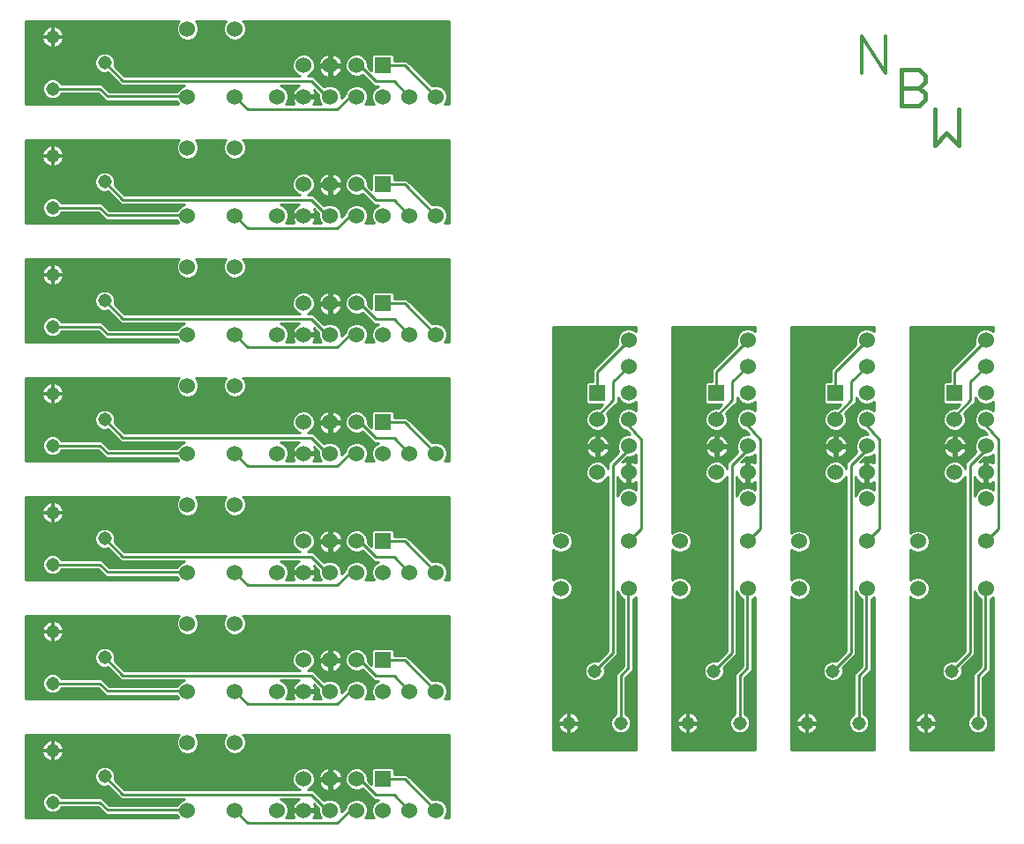
<source format=gbl>
G75*
G70*
%OFA0B0*%
%FSLAX24Y24*%
%IPPOS*%
%LPD*%
%AMOC8*
5,1,8,0,0,1.08239X$1,22.5*
%
%ADD10C,0.0120*%
%ADD11C,0.0150*%
%ADD12R,0.0600X0.0600*%
%ADD13C,0.0600*%
%ADD14C,0.0515*%
%ADD15C,0.0100*%
D10*
X034767Y028791D02*
X034767Y030172D01*
X035688Y028791D01*
X035688Y030172D01*
D11*
X036282Y028907D02*
X036958Y028907D01*
X037183Y028682D01*
X037183Y028456D01*
X036958Y028231D01*
X036282Y028231D01*
X036282Y027556D02*
X036282Y028907D01*
X036958Y028231D02*
X037183Y028006D01*
X037183Y027781D01*
X036958Y027556D01*
X036282Y027556D01*
X037532Y027407D02*
X037532Y026056D01*
X037982Y026506D01*
X038433Y026056D01*
X038433Y027407D01*
D12*
X038280Y016681D03*
X033780Y016681D03*
X029280Y016681D03*
X024780Y016681D03*
X016681Y015583D03*
X016681Y011083D03*
X016681Y006583D03*
X016681Y002083D03*
X016681Y020083D03*
X016681Y024583D03*
X016681Y029083D03*
D13*
X015681Y029083D03*
X014681Y029083D03*
X013681Y029083D03*
X013683Y027902D03*
X012683Y027902D03*
X011071Y027901D03*
X009291Y027901D03*
X009291Y025961D03*
X011071Y025961D03*
X013681Y024583D03*
X014681Y024583D03*
X015681Y024583D03*
X015683Y023402D03*
X014683Y023402D03*
X013683Y023402D03*
X012683Y023402D03*
X011071Y023401D03*
X009291Y023401D03*
X009291Y021461D03*
X011071Y021461D03*
X013681Y020083D03*
X014681Y020083D03*
X015681Y020083D03*
X015683Y018902D03*
X014683Y018902D03*
X013683Y018902D03*
X012683Y018902D03*
X011071Y018901D03*
X009291Y018901D03*
X009291Y016961D03*
X011071Y016961D03*
X013681Y015583D03*
X014681Y015583D03*
X015681Y015583D03*
X015683Y014402D03*
X014683Y014402D03*
X013683Y014402D03*
X012683Y014402D03*
X011071Y014401D03*
X009291Y014401D03*
X009291Y012461D03*
X011071Y012461D03*
X013681Y011083D03*
X014681Y011083D03*
X015681Y011083D03*
X015683Y009902D03*
X014683Y009902D03*
X013683Y009902D03*
X012683Y009902D03*
X011071Y009901D03*
X009291Y009901D03*
X009291Y007961D03*
X011071Y007961D03*
X013681Y006583D03*
X014681Y006583D03*
X015681Y006583D03*
X015683Y005402D03*
X014683Y005402D03*
X013683Y005402D03*
X012683Y005402D03*
X011071Y005401D03*
X009291Y005401D03*
X009291Y003461D03*
X011071Y003461D03*
X013681Y002083D03*
X014681Y002083D03*
X015681Y002083D03*
X015683Y000902D03*
X014683Y000902D03*
X013683Y000902D03*
X012683Y000902D03*
X011071Y000901D03*
X009291Y000901D03*
X016683Y000902D03*
X017683Y000902D03*
X018683Y000902D03*
X018683Y005402D03*
X017683Y005402D03*
X016683Y005402D03*
X016683Y009902D03*
X017683Y009902D03*
X018683Y009902D03*
X023401Y009291D03*
X023401Y011071D03*
X025961Y011071D03*
X025961Y012683D03*
X025961Y013683D03*
X025961Y014683D03*
X024780Y014681D03*
X024780Y013681D03*
X024780Y015681D03*
X025961Y015683D03*
X025961Y016683D03*
X025961Y017683D03*
X025961Y018683D03*
X029280Y015681D03*
X029280Y014681D03*
X029280Y013681D03*
X030461Y013683D03*
X030461Y012683D03*
X030461Y011071D03*
X032401Y011071D03*
X032401Y009291D03*
X030461Y009291D03*
X027901Y009291D03*
X025961Y009291D03*
X027901Y011071D03*
X030461Y014683D03*
X030461Y015683D03*
X030461Y016683D03*
X030461Y017683D03*
X030461Y018683D03*
X033780Y015681D03*
X033780Y014681D03*
X033780Y013681D03*
X034961Y013683D03*
X034961Y012683D03*
X034961Y011071D03*
X036901Y011071D03*
X036901Y009291D03*
X034961Y009291D03*
X039461Y009291D03*
X039461Y011071D03*
X039461Y012683D03*
X039461Y013683D03*
X039461Y014683D03*
X038280Y014681D03*
X038280Y013681D03*
X038280Y015681D03*
X039461Y015683D03*
X039461Y016683D03*
X039461Y017683D03*
X039461Y018683D03*
X034961Y018683D03*
X034961Y017683D03*
X034961Y016683D03*
X034961Y015683D03*
X034961Y014683D03*
X018683Y014402D03*
X017683Y014402D03*
X016683Y014402D03*
X016683Y018902D03*
X017683Y018902D03*
X018683Y018902D03*
X018683Y023402D03*
X017683Y023402D03*
X016683Y023402D03*
X016683Y027902D03*
X017683Y027902D03*
X018683Y027902D03*
X015683Y027902D03*
X014683Y027902D03*
X011071Y030461D03*
X009291Y030461D03*
D14*
X006166Y029181D03*
X004197Y028197D03*
X004197Y030166D03*
X004197Y025666D03*
X006166Y024681D03*
X004197Y023697D03*
X004197Y021166D03*
X006166Y020181D03*
X004197Y019197D03*
X004197Y016666D03*
X006166Y015681D03*
X004197Y014697D03*
X004197Y012166D03*
X006166Y011181D03*
X004197Y010197D03*
X004197Y007666D03*
X006166Y006681D03*
X004197Y005697D03*
X004197Y003166D03*
X006166Y002181D03*
X004197Y001197D03*
X023697Y004197D03*
X025666Y004197D03*
X024681Y006166D03*
X028197Y004197D03*
X030166Y004197D03*
X029181Y006166D03*
X032697Y004197D03*
X034666Y004197D03*
X033681Y006166D03*
X037197Y004197D03*
X039166Y004197D03*
X038181Y006166D03*
D15*
X003181Y003751D02*
X003181Y000631D01*
X008953Y000631D01*
X008927Y000658D01*
X008900Y000724D01*
X006199Y000724D01*
X006094Y000829D01*
X005906Y001017D01*
X004542Y001017D01*
X004526Y000978D01*
X004417Y000869D01*
X004274Y000810D01*
X004120Y000810D01*
X003978Y000869D01*
X003869Y000978D01*
X003810Y001120D01*
X003810Y001274D01*
X003869Y001417D01*
X003978Y001526D01*
X004120Y001585D01*
X004274Y001585D01*
X004417Y001526D01*
X004526Y001417D01*
X004542Y001377D01*
X005906Y001377D01*
X006055Y001377D01*
X006348Y001084D01*
X008902Y001084D01*
X008927Y001145D01*
X009048Y001266D01*
X009174Y001318D01*
X006923Y001318D01*
X006774Y001318D01*
X006282Y001810D01*
X006243Y001794D01*
X006089Y001794D01*
X005946Y001853D01*
X005837Y001962D01*
X005778Y002104D01*
X005778Y002258D01*
X005837Y002401D01*
X005946Y002510D01*
X006089Y002569D01*
X006243Y002569D01*
X006385Y002510D01*
X006494Y002401D01*
X006553Y002258D01*
X006553Y002104D01*
X006537Y002065D01*
X006923Y001678D01*
X013535Y001678D01*
X013438Y001718D01*
X013317Y001839D01*
X013251Y001997D01*
X013251Y002169D01*
X013317Y002327D01*
X013438Y002447D01*
X013596Y002513D01*
X013767Y002513D01*
X013925Y002447D01*
X014046Y002327D01*
X014111Y002169D01*
X014111Y001997D01*
X014046Y001839D01*
X013925Y001718D01*
X013828Y001678D01*
X014043Y001678D01*
X014149Y001573D01*
X014451Y001271D01*
X014598Y001332D01*
X014769Y001332D01*
X014927Y001266D01*
X015048Y001145D01*
X015113Y000987D01*
X015113Y000847D01*
X015253Y000975D01*
X015253Y000987D01*
X015319Y001145D01*
X015440Y001266D01*
X015598Y001332D01*
X015769Y001332D01*
X015927Y001266D01*
X016048Y001145D01*
X016113Y000987D01*
X016113Y000816D01*
X016048Y000658D01*
X016021Y000631D01*
X016346Y000631D01*
X016319Y000658D01*
X016253Y000816D01*
X016253Y000987D01*
X016319Y001145D01*
X016440Y001266D01*
X016523Y001301D01*
X016331Y001301D01*
X016226Y001406D01*
X015917Y001715D01*
X015767Y001653D01*
X015596Y001653D01*
X015438Y001718D01*
X015317Y001839D01*
X015251Y001997D01*
X015251Y002169D01*
X015317Y002327D01*
X015438Y002447D01*
X015596Y002513D01*
X015767Y002513D01*
X015925Y002447D01*
X016046Y002327D01*
X016111Y002169D01*
X016111Y002030D01*
X016251Y001889D01*
X016251Y002437D01*
X016328Y002513D01*
X017035Y002513D01*
X017111Y002437D01*
X017111Y002263D01*
X017428Y002263D01*
X017577Y002263D01*
X018534Y001306D01*
X018598Y001332D01*
X018769Y001332D01*
X018927Y001266D01*
X019048Y001145D01*
X019113Y000987D01*
X019113Y000816D01*
X019048Y000658D01*
X019021Y000631D01*
X019181Y000631D01*
X019181Y003751D01*
X011390Y003751D01*
X011436Y003705D01*
X011501Y003547D01*
X011501Y003376D01*
X011436Y003218D01*
X011315Y003097D01*
X011157Y003031D01*
X010986Y003031D01*
X010828Y003097D01*
X010707Y003218D01*
X010641Y003376D01*
X010641Y003547D01*
X010707Y003705D01*
X010753Y003751D01*
X009610Y003751D01*
X009656Y003705D01*
X009721Y003547D01*
X009721Y003376D01*
X009656Y003218D01*
X009535Y003097D01*
X009377Y003031D01*
X009206Y003031D01*
X009048Y003097D01*
X008927Y003218D01*
X008861Y003376D01*
X008861Y003547D01*
X008927Y003705D01*
X008973Y003751D01*
X003181Y003751D01*
X003181Y003729D02*
X008951Y003729D01*
X008896Y003630D02*
X003181Y003630D01*
X003181Y003532D02*
X004017Y003532D01*
X003966Y003511D02*
X003852Y003396D01*
X003790Y003247D01*
X003790Y003194D01*
X004168Y003194D01*
X004168Y003137D01*
X003790Y003137D01*
X003790Y003085D01*
X003852Y002935D01*
X003966Y002820D01*
X004116Y002758D01*
X004168Y002758D01*
X004168Y003137D01*
X004226Y003137D01*
X004226Y003194D01*
X004605Y003194D01*
X004605Y003247D01*
X004543Y003396D01*
X004428Y003511D01*
X004278Y003573D01*
X004226Y003573D01*
X004226Y003195D01*
X004168Y003195D01*
X004168Y003573D01*
X004116Y003573D01*
X003966Y003511D01*
X003889Y003433D02*
X003181Y003433D01*
X003181Y003335D02*
X003826Y003335D01*
X003790Y003236D02*
X003181Y003236D01*
X003181Y003138D02*
X004168Y003138D01*
X004197Y003166D02*
X008197Y003166D01*
X008681Y002681D01*
X011681Y002681D01*
X012181Y003181D01*
X014181Y003181D01*
X014681Y002681D01*
X014681Y002083D01*
X014631Y002054D02*
X014111Y002054D01*
X014111Y002152D02*
X014231Y002152D01*
X014231Y002133D02*
X014631Y002133D01*
X014631Y002033D01*
X014231Y002033D01*
X014231Y001993D01*
X014300Y001828D01*
X014426Y001701D01*
X014592Y001633D01*
X014631Y001633D01*
X014631Y002033D01*
X014731Y002033D01*
X014731Y001633D01*
X014771Y001633D01*
X014936Y001701D01*
X015063Y001828D01*
X015131Y001993D01*
X015131Y002033D01*
X014732Y002033D01*
X014732Y002133D01*
X015131Y002133D01*
X015131Y002172D01*
X015063Y002338D01*
X014936Y002464D01*
X014771Y002533D01*
X014731Y002533D01*
X014731Y002133D01*
X014631Y002133D01*
X014631Y002533D01*
X014592Y002533D01*
X014426Y002464D01*
X014300Y002338D01*
X014231Y002172D01*
X014231Y002133D01*
X014264Y002251D02*
X014077Y002251D01*
X014023Y002349D02*
X014311Y002349D01*
X014410Y002448D02*
X013924Y002448D01*
X013439Y002448D02*
X006447Y002448D01*
X006515Y002349D02*
X013340Y002349D01*
X013286Y002251D02*
X006553Y002251D01*
X006553Y002152D02*
X013251Y002152D01*
X013251Y002054D02*
X006548Y002054D01*
X006646Y001955D02*
X013269Y001955D01*
X013310Y001857D02*
X006745Y001857D01*
X006843Y001758D02*
X013398Y001758D01*
X013513Y001318D02*
X013428Y001283D01*
X013302Y001157D01*
X013233Y000991D01*
X013233Y000952D01*
X013633Y000952D01*
X013633Y000852D01*
X013233Y000852D01*
X013233Y000812D01*
X013302Y000647D01*
X013318Y000631D01*
X013021Y000631D01*
X013048Y000658D01*
X013113Y000816D01*
X013113Y000987D01*
X013048Y001145D01*
X012927Y001266D01*
X012801Y001318D01*
X013513Y001318D01*
X013411Y001265D02*
X012928Y001265D01*
X013026Y001167D02*
X013312Y001167D01*
X013265Y001068D02*
X013080Y001068D01*
X013113Y000970D02*
X013233Y000970D01*
X013113Y000871D02*
X013633Y000871D01*
X013734Y000871D02*
X014253Y000871D01*
X014253Y000816D02*
X014253Y000959D01*
X014071Y001141D01*
X014133Y000991D01*
X014133Y000952D01*
X013734Y000952D01*
X013734Y000852D01*
X014133Y000852D01*
X014133Y000812D01*
X014065Y000647D01*
X014049Y000631D01*
X014346Y000631D01*
X014319Y000658D01*
X014253Y000816D01*
X014271Y000773D02*
X014117Y000773D01*
X014076Y000674D02*
X014312Y000674D01*
X014243Y000970D02*
X014133Y000970D01*
X014144Y001068D02*
X014101Y001068D01*
X014358Y001364D02*
X016268Y001364D01*
X016169Y001462D02*
X014259Y001462D01*
X014161Y001561D02*
X016071Y001561D01*
X015972Y001660D02*
X015783Y001660D01*
X015580Y001660D02*
X014835Y001660D01*
X014731Y001660D02*
X014631Y001660D01*
X014631Y001758D02*
X014731Y001758D01*
X014731Y001857D02*
X014631Y001857D01*
X014631Y001955D02*
X014731Y001955D01*
X014732Y002054D02*
X015251Y002054D01*
X015251Y002152D02*
X015131Y002152D01*
X015099Y002251D02*
X015286Y002251D01*
X015340Y002349D02*
X015051Y002349D01*
X014953Y002448D02*
X015439Y002448D01*
X015681Y002083D02*
X015803Y002083D01*
X016406Y001481D01*
X017105Y001481D01*
X017683Y000902D01*
X018279Y001561D02*
X019181Y001561D01*
X019181Y001462D02*
X018377Y001462D01*
X018476Y001364D02*
X019181Y001364D01*
X019181Y001265D02*
X018928Y001265D01*
X019026Y001167D02*
X019181Y001167D01*
X019181Y001068D02*
X019080Y001068D01*
X019113Y000970D02*
X019181Y000970D01*
X019181Y000871D02*
X019113Y000871D01*
X019095Y000773D02*
X019181Y000773D01*
X019181Y000674D02*
X019054Y000674D01*
X018683Y000902D02*
X017502Y002083D01*
X016681Y002083D01*
X016251Y002054D02*
X016111Y002054D01*
X016111Y002152D02*
X016251Y002152D01*
X016251Y002251D02*
X016077Y002251D01*
X016023Y002349D02*
X016251Y002349D01*
X016263Y002448D02*
X015924Y002448D01*
X016186Y001955D02*
X016251Y001955D01*
X016439Y001265D02*
X015928Y001265D01*
X016026Y001167D02*
X016340Y001167D01*
X016287Y001068D02*
X016080Y001068D01*
X016113Y000970D02*
X016253Y000970D01*
X016253Y000871D02*
X016113Y000871D01*
X016095Y000773D02*
X016271Y000773D01*
X016312Y000674D02*
X016054Y000674D01*
X015683Y000902D02*
X015439Y000902D01*
X014927Y000431D01*
X011567Y000431D01*
X011071Y000901D01*
X009291Y000901D02*
X009289Y000904D01*
X006274Y000904D01*
X005981Y001197D01*
X004197Y001197D01*
X003915Y001462D02*
X003181Y001462D01*
X003181Y001364D02*
X003847Y001364D01*
X003810Y001265D02*
X003181Y001265D01*
X003181Y001167D02*
X003810Y001167D01*
X003831Y001068D02*
X003181Y001068D01*
X003181Y000970D02*
X003877Y000970D01*
X003975Y000871D02*
X003181Y000871D01*
X003181Y000773D02*
X006151Y000773D01*
X006052Y000871D02*
X004419Y000871D01*
X004518Y000970D02*
X005953Y000970D01*
X006167Y001265D02*
X009047Y001265D01*
X008949Y001167D02*
X006265Y001167D01*
X006068Y001364D02*
X006729Y001364D01*
X006630Y001462D02*
X004480Y001462D01*
X004331Y001561D02*
X006531Y001561D01*
X006433Y001660D02*
X003181Y001660D01*
X003181Y001758D02*
X006334Y001758D01*
X005942Y001857D02*
X003181Y001857D01*
X003181Y001955D02*
X005844Y001955D01*
X005799Y002054D02*
X003181Y002054D01*
X003181Y002152D02*
X005778Y002152D01*
X005778Y002251D02*
X003181Y002251D01*
X003181Y002349D02*
X005816Y002349D01*
X005884Y002448D02*
X003181Y002448D01*
X003181Y002546D02*
X006035Y002546D01*
X006297Y002546D02*
X019181Y002546D01*
X019181Y002448D02*
X017100Y002448D01*
X017111Y002349D02*
X019181Y002349D01*
X019181Y002251D02*
X017589Y002251D01*
X017687Y002152D02*
X019181Y002152D01*
X019181Y002054D02*
X017786Y002054D01*
X017885Y001955D02*
X019181Y001955D01*
X019181Y001857D02*
X017983Y001857D01*
X018082Y001758D02*
X019181Y001758D01*
X019181Y001660D02*
X018180Y001660D01*
X019181Y002645D02*
X003181Y002645D01*
X003181Y002744D02*
X019181Y002744D01*
X019181Y002842D02*
X004450Y002842D01*
X004428Y002820D02*
X004543Y002935D01*
X004605Y003085D01*
X004605Y003137D01*
X004226Y003137D01*
X004226Y002758D01*
X004278Y002758D01*
X004428Y002820D01*
X004545Y002941D02*
X019181Y002941D01*
X019181Y003039D02*
X011176Y003039D01*
X011356Y003138D02*
X019181Y003138D01*
X019181Y003236D02*
X011444Y003236D01*
X011484Y003335D02*
X019181Y003335D01*
X019181Y003433D02*
X011501Y003433D01*
X011501Y003532D02*
X019181Y003532D01*
X019181Y003630D02*
X011467Y003630D01*
X011412Y003729D02*
X019181Y003729D01*
X019181Y005131D02*
X019021Y005131D01*
X019048Y005158D01*
X019113Y005316D01*
X019113Y005487D01*
X019048Y005645D01*
X018927Y005766D01*
X018769Y005832D01*
X018598Y005832D01*
X018534Y005805D01*
X017577Y006763D01*
X017428Y006763D01*
X017111Y006763D01*
X017111Y006937D01*
X017035Y007013D01*
X016328Y007013D01*
X016251Y006937D01*
X016251Y006389D01*
X016111Y006530D01*
X016111Y006669D01*
X016046Y006827D01*
X015925Y006947D01*
X015767Y007013D01*
X015596Y007013D01*
X015438Y006947D01*
X015317Y006827D01*
X015251Y006669D01*
X015251Y006497D01*
X015317Y006339D01*
X015438Y006218D01*
X015596Y006153D01*
X015767Y006153D01*
X015917Y006215D01*
X016226Y005906D01*
X016331Y005801D01*
X016523Y005801D01*
X016440Y005766D01*
X016319Y005645D01*
X016253Y005487D01*
X016253Y005316D01*
X016319Y005158D01*
X016346Y005131D01*
X016021Y005131D01*
X016048Y005158D01*
X016113Y005316D01*
X016113Y005487D01*
X016048Y005645D01*
X015927Y005766D01*
X015769Y005832D01*
X015598Y005832D01*
X015440Y005766D01*
X015319Y005645D01*
X015253Y005487D01*
X015253Y005475D01*
X015113Y005347D01*
X015113Y005487D01*
X015048Y005645D01*
X014927Y005766D01*
X014769Y005832D01*
X014598Y005832D01*
X014451Y005771D01*
X014149Y006073D01*
X014043Y006178D01*
X013828Y006178D01*
X013925Y006218D01*
X014046Y006339D01*
X014111Y006497D01*
X014111Y006669D01*
X014046Y006827D01*
X013925Y006947D01*
X013767Y007013D01*
X013596Y007013D01*
X013438Y006947D01*
X013317Y006827D01*
X013251Y006669D01*
X013251Y006497D01*
X013317Y006339D01*
X013438Y006218D01*
X013535Y006178D01*
X006923Y006178D01*
X006537Y006565D01*
X006553Y006604D01*
X006553Y006758D01*
X006494Y006901D01*
X006385Y007010D01*
X006243Y007069D01*
X006089Y007069D01*
X005946Y007010D01*
X005837Y006901D01*
X005778Y006758D01*
X005778Y006604D01*
X005837Y006462D01*
X005946Y006353D01*
X006089Y006294D01*
X006243Y006294D01*
X006282Y006310D01*
X006774Y005818D01*
X006923Y005818D01*
X009174Y005818D01*
X009048Y005766D01*
X008927Y005645D01*
X008902Y005584D01*
X006348Y005584D01*
X006055Y005877D01*
X005906Y005877D01*
X004542Y005877D01*
X004526Y005917D01*
X004417Y006026D01*
X004274Y006085D01*
X004120Y006085D01*
X003978Y006026D01*
X003869Y005917D01*
X003810Y005774D01*
X003810Y005620D01*
X003869Y005478D01*
X003978Y005369D01*
X004120Y005310D01*
X004274Y005310D01*
X004417Y005369D01*
X004526Y005478D01*
X004542Y005517D01*
X005906Y005517D01*
X006094Y005329D01*
X006199Y005224D01*
X008900Y005224D01*
X008927Y005158D01*
X008953Y005131D01*
X003181Y005131D01*
X003181Y008251D01*
X008973Y008251D01*
X008927Y008205D01*
X008861Y008047D01*
X008861Y007876D01*
X008927Y007718D01*
X009048Y007597D01*
X009206Y007531D01*
X009377Y007531D01*
X009535Y007597D01*
X009656Y007718D01*
X009721Y007876D01*
X009721Y008047D01*
X009656Y008205D01*
X009610Y008251D01*
X010753Y008251D01*
X010707Y008205D01*
X010641Y008047D01*
X010641Y007876D01*
X010707Y007718D01*
X010828Y007597D01*
X010986Y007531D01*
X011157Y007531D01*
X011315Y007597D01*
X011436Y007718D01*
X011501Y007876D01*
X011501Y008047D01*
X011436Y008205D01*
X011390Y008251D01*
X019181Y008251D01*
X019181Y005131D01*
X019181Y005207D02*
X019068Y005207D01*
X019109Y005306D02*
X019181Y005306D01*
X019181Y005404D02*
X019113Y005404D01*
X019107Y005503D02*
X019181Y005503D01*
X019181Y005601D02*
X019066Y005601D01*
X018993Y005700D02*
X019181Y005700D01*
X019181Y005798D02*
X018850Y005798D01*
X019181Y005897D02*
X018443Y005897D01*
X018344Y005995D02*
X019181Y005995D01*
X019181Y006094D02*
X018246Y006094D01*
X018147Y006193D02*
X019181Y006193D01*
X019181Y006291D02*
X018049Y006291D01*
X017950Y006390D02*
X019181Y006390D01*
X019181Y006488D02*
X017852Y006488D01*
X017753Y006587D02*
X019181Y006587D01*
X019181Y006685D02*
X017654Y006685D01*
X017502Y006583D02*
X018683Y005402D01*
X017683Y005402D02*
X017105Y005981D01*
X016406Y005981D01*
X015803Y006583D01*
X015681Y006583D01*
X015251Y006587D02*
X014732Y006587D01*
X014732Y006633D02*
X015131Y006633D01*
X015131Y006672D01*
X015063Y006838D01*
X014936Y006964D01*
X014771Y007033D01*
X014731Y007033D01*
X014731Y006633D01*
X014631Y006633D01*
X014631Y006533D01*
X014231Y006533D01*
X014231Y006493D01*
X014300Y006328D01*
X014426Y006201D01*
X014592Y006133D01*
X014631Y006133D01*
X014631Y006533D01*
X014731Y006533D01*
X014731Y006133D01*
X014771Y006133D01*
X014936Y006201D01*
X015063Y006328D01*
X015131Y006493D01*
X015131Y006533D01*
X014732Y006533D01*
X014732Y006633D01*
X014731Y006685D02*
X014631Y006685D01*
X014631Y006633D02*
X014631Y007033D01*
X014592Y007033D01*
X014426Y006964D01*
X014300Y006838D01*
X014231Y006672D01*
X014231Y006633D01*
X014631Y006633D01*
X014631Y006587D02*
X014111Y006587D01*
X014104Y006685D02*
X014237Y006685D01*
X014278Y006784D02*
X014064Y006784D01*
X013990Y006882D02*
X014344Y006882D01*
X014466Y006981D02*
X013844Y006981D01*
X013519Y006981D02*
X006414Y006981D01*
X006502Y006882D02*
X013373Y006882D01*
X013299Y006784D02*
X006543Y006784D01*
X006553Y006685D02*
X013258Y006685D01*
X013251Y006587D02*
X006546Y006587D01*
X006613Y006488D02*
X013255Y006488D01*
X013296Y006390D02*
X006712Y006390D01*
X006810Y006291D02*
X013365Y006291D01*
X013500Y006193D02*
X006909Y006193D01*
X006849Y005998D02*
X006166Y006681D01*
X005778Y006685D02*
X003181Y006685D01*
X003181Y006587D02*
X005785Y006587D01*
X005826Y006488D02*
X003181Y006488D01*
X003181Y006390D02*
X005909Y006390D01*
X006301Y006291D02*
X003181Y006291D01*
X003181Y006193D02*
X006400Y006193D01*
X006499Y006094D02*
X003181Y006094D01*
X003181Y005995D02*
X003948Y005995D01*
X003861Y005897D02*
X003181Y005897D01*
X003181Y005798D02*
X003820Y005798D01*
X003810Y005700D02*
X003181Y005700D01*
X003181Y005601D02*
X003817Y005601D01*
X003858Y005503D02*
X003181Y005503D01*
X003181Y005404D02*
X003942Y005404D01*
X004197Y005697D02*
X005981Y005697D01*
X006274Y005404D01*
X009289Y005404D01*
X009291Y005401D01*
X008982Y005700D02*
X006232Y005700D01*
X006134Y005798D02*
X009126Y005798D01*
X008909Y005601D02*
X006331Y005601D01*
X006118Y005306D02*
X003181Y005306D01*
X003181Y005207D02*
X008906Y005207D01*
X009632Y003729D02*
X010731Y003729D01*
X010676Y003630D02*
X009687Y003630D01*
X009721Y003532D02*
X010641Y003532D01*
X010641Y003433D02*
X009721Y003433D01*
X009704Y003335D02*
X010658Y003335D01*
X010699Y003236D02*
X009664Y003236D01*
X009576Y003138D02*
X010787Y003138D01*
X010967Y003039D02*
X009396Y003039D01*
X009187Y003039D02*
X004586Y003039D01*
X004605Y003236D02*
X008919Y003236D01*
X008878Y003335D02*
X004568Y003335D01*
X004506Y003433D02*
X008861Y003433D01*
X008861Y003532D02*
X004378Y003532D01*
X004226Y003532D02*
X004168Y003532D01*
X004168Y003433D02*
X004226Y003433D01*
X004226Y003335D02*
X004168Y003335D01*
X004168Y003236D02*
X004226Y003236D01*
X004226Y003138D02*
X009007Y003138D01*
X006849Y001498D02*
X006166Y002181D01*
X006849Y001498D02*
X013969Y001498D01*
X014565Y000902D01*
X014683Y000902D01*
X015080Y001068D02*
X015287Y001068D01*
X015247Y000970D02*
X015113Y000970D01*
X015113Y000871D02*
X015140Y000871D01*
X015026Y001167D02*
X015340Y001167D01*
X015439Y001265D02*
X014928Y001265D01*
X014993Y001758D02*
X015398Y001758D01*
X015310Y001857D02*
X015075Y001857D01*
X015116Y001955D02*
X015269Y001955D01*
X014731Y002152D02*
X014631Y002152D01*
X014631Y002251D02*
X014731Y002251D01*
X014731Y002349D02*
X014631Y002349D01*
X014631Y002448D02*
X014731Y002448D01*
X014247Y001955D02*
X014094Y001955D01*
X014053Y001857D02*
X014288Y001857D01*
X014370Y001758D02*
X013965Y001758D01*
X014062Y001660D02*
X014528Y001660D01*
X013250Y000773D02*
X013095Y000773D01*
X013054Y000674D02*
X013291Y000674D01*
X008920Y000674D02*
X003181Y000674D01*
X003181Y001561D02*
X004063Y001561D01*
X004168Y002842D02*
X004226Y002842D01*
X004226Y002941D02*
X004168Y002941D01*
X004168Y003039D02*
X004226Y003039D01*
X003944Y002842D02*
X003181Y002842D01*
X003181Y002941D02*
X003849Y002941D01*
X003808Y003039D02*
X003181Y003039D01*
X004452Y005404D02*
X006019Y005404D01*
X005920Y005503D02*
X004536Y005503D01*
X004534Y005897D02*
X006696Y005897D01*
X006597Y005995D02*
X004447Y005995D01*
X003181Y006784D02*
X005789Y006784D01*
X005830Y006882D02*
X003181Y006882D01*
X003181Y006981D02*
X005917Y006981D01*
X006849Y005998D02*
X013969Y005998D01*
X014565Y005402D01*
X014683Y005402D01*
X014253Y005404D02*
X013734Y005404D01*
X013734Y005452D02*
X014133Y005452D01*
X014133Y005491D01*
X014071Y005641D01*
X014253Y005459D01*
X014253Y005316D01*
X014319Y005158D01*
X014346Y005131D01*
X014049Y005131D01*
X014065Y005147D01*
X014133Y005312D01*
X014133Y005352D01*
X013734Y005352D01*
X013734Y005452D01*
X013633Y005452D02*
X013633Y005352D01*
X013233Y005352D01*
X013233Y005312D01*
X013302Y005147D01*
X013318Y005131D01*
X013021Y005131D01*
X013048Y005158D01*
X013113Y005316D01*
X013113Y005487D01*
X013048Y005645D01*
X012927Y005766D01*
X012801Y005818D01*
X013513Y005818D01*
X013428Y005783D01*
X013302Y005657D01*
X013233Y005491D01*
X013233Y005452D01*
X013633Y005452D01*
X013633Y005404D02*
X013113Y005404D01*
X013109Y005306D02*
X013236Y005306D01*
X013277Y005207D02*
X013068Y005207D01*
X013107Y005503D02*
X013238Y005503D01*
X013279Y005601D02*
X013066Y005601D01*
X012993Y005700D02*
X013345Y005700D01*
X013465Y005798D02*
X012850Y005798D01*
X013862Y006193D02*
X014448Y006193D01*
X014337Y006291D02*
X013998Y006291D01*
X014067Y006390D02*
X014274Y006390D01*
X014234Y006488D02*
X014108Y006488D01*
X014128Y006094D02*
X016038Y006094D01*
X016136Y005995D02*
X014226Y005995D01*
X014325Y005897D02*
X016235Y005897D01*
X016373Y005700D02*
X015993Y005700D01*
X016066Y005601D02*
X016301Y005601D01*
X016260Y005503D02*
X016107Y005503D01*
X016113Y005404D02*
X016253Y005404D01*
X016258Y005306D02*
X016109Y005306D01*
X016068Y005207D02*
X016299Y005207D01*
X016517Y005798D02*
X015850Y005798D01*
X015517Y005798D02*
X014850Y005798D01*
X014993Y005700D02*
X015373Y005700D01*
X015301Y005601D02*
X015066Y005601D01*
X015107Y005503D02*
X015260Y005503D01*
X015176Y005404D02*
X015113Y005404D01*
X015439Y005402D02*
X014927Y004931D01*
X011567Y004931D01*
X011071Y005401D01*
X011681Y007181D02*
X012181Y007681D01*
X014181Y007681D01*
X014681Y007181D01*
X014681Y006583D01*
X014631Y006488D02*
X014731Y006488D01*
X014731Y006390D02*
X014631Y006390D01*
X014631Y006291D02*
X014731Y006291D01*
X014731Y006193D02*
X014631Y006193D01*
X014915Y006193D02*
X015500Y006193D01*
X015365Y006291D02*
X015026Y006291D01*
X015088Y006390D02*
X015296Y006390D01*
X015255Y006488D02*
X015129Y006488D01*
X015126Y006685D02*
X015258Y006685D01*
X015299Y006784D02*
X015085Y006784D01*
X015018Y006882D02*
X015373Y006882D01*
X015519Y006981D02*
X014897Y006981D01*
X014731Y006981D02*
X014631Y006981D01*
X014631Y006882D02*
X014731Y006882D01*
X014731Y006784D02*
X014631Y006784D01*
X014517Y005798D02*
X014423Y005798D01*
X014210Y005503D02*
X014129Y005503D01*
X014111Y005601D02*
X014088Y005601D01*
X014131Y005306D02*
X014258Y005306D01*
X014299Y005207D02*
X014090Y005207D01*
X015439Y005402D02*
X015683Y005402D01*
X015862Y006193D02*
X015939Y006193D01*
X016153Y006488D02*
X016251Y006488D01*
X016251Y006390D02*
X016251Y006390D01*
X016251Y006587D02*
X016111Y006587D01*
X016104Y006685D02*
X016251Y006685D01*
X016251Y006784D02*
X016064Y006784D01*
X015990Y006882D02*
X016251Y006882D01*
X016296Y006981D02*
X015844Y006981D01*
X016681Y006583D02*
X017502Y006583D01*
X017111Y006784D02*
X019181Y006784D01*
X019181Y006882D02*
X017111Y006882D01*
X017067Y006981D02*
X019181Y006981D01*
X019181Y007079D02*
X003181Y007079D01*
X003181Y007178D02*
X019181Y007178D01*
X019181Y007277D02*
X004322Y007277D01*
X004278Y007258D02*
X004428Y007320D01*
X004543Y007435D01*
X004605Y007585D01*
X004605Y007637D01*
X004226Y007637D01*
X004226Y007694D01*
X004605Y007694D01*
X004605Y007747D01*
X004543Y007896D01*
X004428Y008011D01*
X004278Y008073D01*
X004226Y008073D01*
X004226Y007695D01*
X004168Y007695D01*
X004168Y008073D01*
X004116Y008073D01*
X003966Y008011D01*
X003852Y007896D01*
X003790Y007747D01*
X003790Y007694D01*
X004168Y007694D01*
X004168Y007637D01*
X003790Y007637D01*
X003790Y007585D01*
X003852Y007435D01*
X003966Y007320D01*
X004116Y007258D01*
X004168Y007258D01*
X004168Y007637D01*
X004226Y007637D01*
X004226Y007258D01*
X004278Y007258D01*
X004226Y007277D02*
X004168Y007277D01*
X004072Y007277D02*
X003181Y007277D01*
X003181Y007375D02*
X003911Y007375D01*
X003836Y007474D02*
X003181Y007474D01*
X003181Y007572D02*
X003795Y007572D01*
X003799Y007769D02*
X003181Y007769D01*
X003181Y007671D02*
X004168Y007671D01*
X004197Y007666D02*
X008197Y007666D01*
X008681Y007181D01*
X011681Y007181D01*
X011389Y007671D02*
X019181Y007671D01*
X019181Y007769D02*
X011457Y007769D01*
X011498Y007868D02*
X019181Y007868D01*
X019181Y007966D02*
X011501Y007966D01*
X011494Y008065D02*
X019181Y008065D01*
X019181Y008163D02*
X011453Y008163D01*
X011255Y007572D02*
X019181Y007572D01*
X019181Y007474D02*
X004559Y007474D01*
X004599Y007572D02*
X009107Y007572D01*
X008974Y007671D02*
X004226Y007671D01*
X004226Y007769D02*
X004168Y007769D01*
X004168Y007868D02*
X004226Y007868D01*
X004226Y007966D02*
X004168Y007966D01*
X004168Y008065D02*
X004226Y008065D01*
X004298Y008065D02*
X008869Y008065D01*
X008861Y007966D02*
X004473Y007966D01*
X004554Y007868D02*
X008865Y007868D01*
X008906Y007769D02*
X004595Y007769D01*
X004483Y007375D02*
X019181Y007375D01*
X019181Y009631D02*
X019021Y009631D01*
X019048Y009658D01*
X019113Y009816D01*
X019113Y009987D01*
X019048Y010145D01*
X018927Y010266D01*
X018769Y010332D01*
X018598Y010332D01*
X018534Y010305D01*
X017577Y011263D01*
X017428Y011263D01*
X017111Y011263D01*
X017111Y011437D01*
X017035Y011513D01*
X016328Y011513D01*
X016251Y011437D01*
X016251Y010889D01*
X016111Y011030D01*
X016111Y011169D01*
X016046Y011327D01*
X015925Y011447D01*
X015767Y011513D01*
X015596Y011513D01*
X015438Y011447D01*
X015317Y011327D01*
X015251Y011169D01*
X015251Y010997D01*
X015317Y010839D01*
X015438Y010718D01*
X015596Y010653D01*
X015767Y010653D01*
X015917Y010715D01*
X016226Y010406D01*
X016331Y010301D01*
X016523Y010301D01*
X016440Y010266D01*
X016319Y010145D01*
X016253Y009987D01*
X016253Y009816D01*
X016319Y009658D01*
X016346Y009631D01*
X016021Y009631D01*
X016048Y009658D01*
X016113Y009816D01*
X016113Y009987D01*
X016048Y010145D01*
X015927Y010266D01*
X015769Y010332D01*
X015598Y010332D01*
X015440Y010266D01*
X015319Y010145D01*
X015253Y009987D01*
X015253Y009975D01*
X015113Y009847D01*
X015113Y009987D01*
X015048Y010145D01*
X014927Y010266D01*
X014769Y010332D01*
X014598Y010332D01*
X014451Y010271D01*
X014149Y010573D01*
X014043Y010678D01*
X013828Y010678D01*
X013925Y010718D01*
X014046Y010839D01*
X014111Y010997D01*
X014111Y011169D01*
X014046Y011327D01*
X013925Y011447D01*
X013767Y011513D01*
X013596Y011513D01*
X013438Y011447D01*
X013317Y011327D01*
X013251Y011169D01*
X013251Y010997D01*
X013317Y010839D01*
X013438Y010718D01*
X013535Y010678D01*
X006923Y010678D01*
X006537Y011065D01*
X006553Y011104D01*
X006553Y011258D01*
X006494Y011401D01*
X006385Y011510D01*
X006243Y011569D01*
X006089Y011569D01*
X005946Y011510D01*
X005837Y011401D01*
X005778Y011258D01*
X005778Y011104D01*
X005837Y010962D01*
X005946Y010853D01*
X006089Y010794D01*
X006243Y010794D01*
X006282Y010810D01*
X006774Y010318D01*
X006923Y010318D01*
X009174Y010318D01*
X009048Y010266D01*
X008927Y010145D01*
X008902Y010084D01*
X006348Y010084D01*
X006055Y010377D01*
X005906Y010377D01*
X004542Y010377D01*
X004526Y010417D01*
X004417Y010526D01*
X004274Y010585D01*
X004120Y010585D01*
X003978Y010526D01*
X003869Y010417D01*
X003810Y010274D01*
X003810Y010120D01*
X003869Y009978D01*
X003978Y009869D01*
X004120Y009810D01*
X004274Y009810D01*
X004417Y009869D01*
X004526Y009978D01*
X004542Y010017D01*
X005906Y010017D01*
X006094Y009829D01*
X006199Y009724D01*
X008900Y009724D01*
X008927Y009658D01*
X008953Y009631D01*
X003181Y009631D01*
X003181Y012751D01*
X008973Y012751D01*
X008927Y012705D01*
X008861Y012547D01*
X008861Y012376D01*
X008927Y012218D01*
X009048Y012097D01*
X009206Y012031D01*
X009377Y012031D01*
X009535Y012097D01*
X009656Y012218D01*
X009721Y012376D01*
X009721Y012547D01*
X009656Y012705D01*
X009610Y012751D01*
X010753Y012751D01*
X010707Y012705D01*
X010641Y012547D01*
X010641Y012376D01*
X010707Y012218D01*
X010828Y012097D01*
X010986Y012031D01*
X011157Y012031D01*
X011315Y012097D01*
X011436Y012218D01*
X011501Y012376D01*
X011501Y012547D01*
X011436Y012705D01*
X011390Y012751D01*
X019181Y012751D01*
X019181Y009631D01*
X019181Y009642D02*
X019031Y009642D01*
X019082Y009740D02*
X019181Y009740D01*
X019181Y009839D02*
X019113Y009839D01*
X019113Y009937D02*
X019181Y009937D01*
X019181Y010036D02*
X019093Y010036D01*
X019053Y010134D02*
X019181Y010134D01*
X019181Y010233D02*
X018960Y010233D01*
X018770Y010331D02*
X019181Y010331D01*
X019181Y010430D02*
X018410Y010430D01*
X018508Y010331D02*
X018597Y010331D01*
X018311Y010528D02*
X019181Y010528D01*
X019181Y010627D02*
X018213Y010627D01*
X018114Y010726D02*
X019181Y010726D01*
X019181Y010824D02*
X018016Y010824D01*
X017917Y010923D02*
X019181Y010923D01*
X019181Y011021D02*
X017819Y011021D01*
X017720Y011120D02*
X019181Y011120D01*
X019181Y011218D02*
X017621Y011218D01*
X017502Y011083D02*
X018683Y009902D01*
X017683Y009902D02*
X017105Y010481D01*
X016406Y010481D01*
X015803Y011083D01*
X015681Y011083D01*
X015282Y010923D02*
X015102Y010923D01*
X015131Y010993D02*
X015063Y010828D01*
X014936Y010701D01*
X014771Y010633D01*
X014731Y010633D01*
X014731Y011033D01*
X014631Y011033D01*
X014231Y011033D01*
X014231Y010993D01*
X014300Y010828D01*
X014426Y010701D01*
X014592Y010633D01*
X014631Y010633D01*
X014631Y011033D01*
X014631Y011133D01*
X014231Y011133D01*
X014231Y011172D01*
X014300Y011338D01*
X014426Y011464D01*
X014592Y011533D01*
X014631Y011533D01*
X014631Y011133D01*
X014731Y011133D01*
X014731Y011533D01*
X014771Y011533D01*
X014936Y011464D01*
X015063Y011338D01*
X015131Y011172D01*
X015131Y011133D01*
X014732Y011133D01*
X014732Y011033D01*
X015131Y011033D01*
X015131Y010993D01*
X015131Y011021D02*
X015251Y011021D01*
X015251Y011120D02*
X014732Y011120D01*
X014681Y011083D02*
X014681Y011681D01*
X014181Y012181D01*
X012181Y012181D01*
X011681Y011681D01*
X008681Y011681D01*
X008197Y012166D01*
X004197Y012166D01*
X004168Y012194D02*
X004168Y012137D01*
X003790Y012137D01*
X003790Y012085D01*
X003852Y011935D01*
X003966Y011820D01*
X004116Y011758D01*
X004168Y011758D01*
X004168Y012137D01*
X004226Y012137D01*
X004226Y012194D01*
X004605Y012194D01*
X004605Y012247D01*
X004543Y012396D01*
X004428Y012511D01*
X004278Y012573D01*
X004226Y012573D01*
X004226Y012195D01*
X004168Y012195D01*
X004168Y012573D01*
X004116Y012573D01*
X003966Y012511D01*
X003852Y012396D01*
X003790Y012247D01*
X003790Y012194D01*
X004168Y012194D01*
X004168Y012204D02*
X004226Y012204D01*
X004226Y012137D02*
X004605Y012137D01*
X004605Y012085D01*
X004543Y011935D01*
X004428Y011820D01*
X004278Y011758D01*
X004226Y011758D01*
X004226Y012137D01*
X004226Y012105D02*
X004168Y012105D01*
X004168Y012007D02*
X004226Y012007D01*
X004226Y011908D02*
X004168Y011908D01*
X004168Y011810D02*
X004226Y011810D01*
X004402Y011810D02*
X019181Y011810D01*
X019181Y011908D02*
X004516Y011908D01*
X004572Y012007D02*
X019181Y012007D01*
X019181Y012105D02*
X011323Y012105D01*
X011422Y012204D02*
X019181Y012204D01*
X019181Y012302D02*
X011471Y012302D01*
X011501Y012401D02*
X019181Y012401D01*
X019181Y012499D02*
X011501Y012499D01*
X011480Y012598D02*
X019181Y012598D01*
X019181Y012696D02*
X011439Y012696D01*
X010703Y012696D02*
X009659Y012696D01*
X009700Y012598D02*
X010663Y012598D01*
X010641Y012499D02*
X009721Y012499D01*
X009721Y012401D02*
X010641Y012401D01*
X010672Y012302D02*
X009691Y012302D01*
X009642Y012204D02*
X010721Y012204D01*
X010820Y012105D02*
X009543Y012105D01*
X009040Y012105D02*
X004605Y012105D01*
X004605Y012204D02*
X008941Y012204D01*
X008892Y012302D02*
X004582Y012302D01*
X004538Y012401D02*
X008861Y012401D01*
X008861Y012499D02*
X004440Y012499D01*
X004226Y012499D02*
X004168Y012499D01*
X004168Y012401D02*
X004226Y012401D01*
X004226Y012302D02*
X004168Y012302D01*
X003955Y012499D02*
X003181Y012499D01*
X003181Y012401D02*
X003856Y012401D01*
X003813Y012302D02*
X003181Y012302D01*
X003181Y012204D02*
X003790Y012204D01*
X003790Y012105D02*
X003181Y012105D01*
X003181Y012007D02*
X003822Y012007D01*
X003879Y011908D02*
X003181Y011908D01*
X003181Y011810D02*
X003992Y011810D01*
X003181Y011711D02*
X019181Y011711D01*
X019181Y011612D02*
X003181Y011612D01*
X003181Y011514D02*
X005956Y011514D01*
X005852Y011415D02*
X003181Y011415D01*
X003181Y011317D02*
X005802Y011317D01*
X005778Y011218D02*
X003181Y011218D01*
X003181Y011120D02*
X005778Y011120D01*
X005813Y011021D02*
X003181Y011021D01*
X003181Y010923D02*
X005876Y010923D01*
X006016Y010824D02*
X003181Y010824D01*
X003181Y010726D02*
X006367Y010726D01*
X006466Y010627D02*
X003181Y010627D01*
X003181Y010528D02*
X003985Y010528D01*
X003882Y010430D02*
X003181Y010430D01*
X003181Y010331D02*
X003833Y010331D01*
X003810Y010233D02*
X003181Y010233D01*
X003181Y010134D02*
X003810Y010134D01*
X003845Y010036D02*
X003181Y010036D01*
X003181Y009937D02*
X003909Y009937D01*
X004050Y009839D02*
X003181Y009839D01*
X003181Y009740D02*
X006183Y009740D01*
X006085Y009839D02*
X004344Y009839D01*
X004485Y009937D02*
X005986Y009937D01*
X005981Y010197D02*
X006274Y009904D01*
X009289Y009904D01*
X009291Y009901D01*
X009015Y010233D02*
X006199Y010233D01*
X006101Y010331D02*
X006761Y010331D01*
X006663Y010430D02*
X004512Y010430D01*
X004410Y010528D02*
X006564Y010528D01*
X006849Y010498D02*
X006166Y011181D01*
X006529Y011317D02*
X013313Y011317D01*
X013272Y011218D02*
X006553Y011218D01*
X006553Y011120D02*
X013251Y011120D01*
X013251Y011021D02*
X006580Y011021D01*
X006679Y010923D02*
X013282Y010923D01*
X013332Y010824D02*
X006777Y010824D01*
X006876Y010726D02*
X013431Y010726D01*
X013932Y010726D02*
X014402Y010726D01*
X014304Y010824D02*
X014031Y010824D01*
X014080Y010923D02*
X014261Y010923D01*
X014231Y011021D02*
X014111Y011021D01*
X014111Y011120D02*
X014631Y011120D01*
X014631Y011218D02*
X014731Y011218D01*
X014731Y011317D02*
X014631Y011317D01*
X014631Y011415D02*
X014731Y011415D01*
X014731Y011514D02*
X014631Y011514D01*
X014546Y011514D02*
X006375Y011514D01*
X006480Y011415D02*
X013406Y011415D01*
X013957Y011415D02*
X014377Y011415D01*
X014291Y011317D02*
X014050Y011317D01*
X014091Y011218D02*
X014250Y011218D01*
X014631Y011021D02*
X014731Y011021D01*
X014731Y010923D02*
X014631Y010923D01*
X014631Y010824D02*
X014731Y010824D01*
X014731Y010726D02*
X014631Y010726D01*
X014960Y010726D02*
X015431Y010726D01*
X015332Y010824D02*
X015059Y010824D01*
X015112Y011218D02*
X015272Y011218D01*
X015313Y011317D02*
X015072Y011317D01*
X014985Y011415D02*
X015406Y011415D01*
X015957Y011415D02*
X016251Y011415D01*
X016251Y011317D02*
X016050Y011317D01*
X016091Y011218D02*
X016251Y011218D01*
X016251Y011120D02*
X016111Y011120D01*
X016120Y011021D02*
X016251Y011021D01*
X016251Y010923D02*
X016218Y010923D01*
X016005Y010627D02*
X014095Y010627D01*
X014193Y010528D02*
X016103Y010528D01*
X016202Y010430D02*
X014292Y010430D01*
X014390Y010331D02*
X014597Y010331D01*
X014770Y010331D02*
X015597Y010331D01*
X015770Y010331D02*
X016301Y010331D01*
X016406Y010233D02*
X015960Y010233D01*
X016053Y010134D02*
X016314Y010134D01*
X016273Y010036D02*
X016093Y010036D01*
X016113Y009937D02*
X016253Y009937D01*
X016253Y009839D02*
X016113Y009839D01*
X016082Y009740D02*
X016285Y009740D01*
X016336Y009642D02*
X016031Y009642D01*
X015683Y009902D02*
X015439Y009902D01*
X014927Y009431D01*
X011567Y009431D01*
X011071Y009901D01*
X012801Y010318D02*
X013513Y010318D01*
X013428Y010283D01*
X013302Y010157D01*
X013233Y009991D01*
X013233Y009952D01*
X013633Y009952D01*
X013633Y009852D01*
X013233Y009852D01*
X013233Y009812D01*
X013302Y009647D01*
X013318Y009631D01*
X013021Y009631D01*
X013048Y009658D01*
X013113Y009816D01*
X013113Y009987D01*
X013048Y010145D01*
X012927Y010266D01*
X012801Y010318D01*
X012960Y010233D02*
X013378Y010233D01*
X013293Y010134D02*
X013053Y010134D01*
X013093Y010036D02*
X013252Y010036D01*
X013113Y009937D02*
X013633Y009937D01*
X013734Y009937D02*
X014253Y009937D01*
X014253Y009959D02*
X014253Y009816D01*
X014319Y009658D01*
X014346Y009631D01*
X014049Y009631D01*
X014065Y009647D01*
X014133Y009812D01*
X014133Y009852D01*
X013734Y009852D01*
X013734Y009952D01*
X014133Y009952D01*
X014133Y009991D01*
X014071Y010141D01*
X014253Y009959D01*
X014177Y010036D02*
X014115Y010036D01*
X014078Y010134D02*
X014074Y010134D01*
X014133Y009839D02*
X014253Y009839D01*
X014285Y009740D02*
X014103Y009740D01*
X014059Y009642D02*
X014336Y009642D01*
X014565Y009902D02*
X013969Y010498D01*
X006849Y010498D01*
X006298Y010134D02*
X008922Y010134D01*
X008943Y009642D02*
X003181Y009642D01*
X004197Y010197D02*
X005981Y010197D01*
X004096Y008065D02*
X003181Y008065D01*
X003181Y008163D02*
X008910Y008163D01*
X009673Y008163D02*
X010690Y008163D01*
X010649Y008065D02*
X009714Y008065D01*
X009721Y007966D02*
X010641Y007966D01*
X010645Y007868D02*
X009718Y007868D01*
X009677Y007769D02*
X010686Y007769D01*
X010754Y007671D02*
X009609Y007671D01*
X009475Y007572D02*
X010887Y007572D01*
X013031Y009642D02*
X013307Y009642D01*
X013263Y009740D02*
X013082Y009740D01*
X013113Y009839D02*
X013233Y009839D01*
X014565Y009902D02*
X014683Y009902D01*
X015093Y010036D02*
X015273Y010036D01*
X015314Y010134D02*
X015053Y010134D01*
X014960Y010233D02*
X015406Y010233D01*
X015212Y009937D02*
X015113Y009937D01*
X016681Y011083D02*
X017502Y011083D01*
X017111Y011317D02*
X019181Y011317D01*
X019181Y011415D02*
X017111Y011415D01*
X019181Y011514D02*
X014817Y011514D01*
X014927Y013931D02*
X011567Y013931D01*
X011071Y014401D01*
X009291Y014401D02*
X009289Y014404D01*
X006274Y014404D01*
X005981Y014697D01*
X004197Y014697D01*
X003915Y014963D02*
X003181Y014963D01*
X003181Y015061D02*
X004064Y015061D01*
X004120Y015085D02*
X003978Y015026D01*
X003869Y014917D01*
X003810Y014774D01*
X003810Y014620D01*
X003869Y014478D01*
X003978Y014369D01*
X004120Y014310D01*
X004274Y014310D01*
X004417Y014369D01*
X004526Y014478D01*
X004542Y014517D01*
X005906Y014517D01*
X006094Y014329D01*
X006199Y014224D01*
X008900Y014224D01*
X008927Y014158D01*
X008953Y014131D01*
X003181Y014131D01*
X003181Y017251D01*
X008973Y017251D01*
X008927Y017205D01*
X008861Y017047D01*
X008861Y016876D01*
X008927Y016718D01*
X009048Y016597D01*
X009206Y016531D01*
X009377Y016531D01*
X009535Y016597D01*
X009656Y016718D01*
X009721Y016876D01*
X009721Y017047D01*
X009656Y017205D01*
X009610Y017251D01*
X010753Y017251D01*
X010707Y017205D01*
X010641Y017047D01*
X010641Y016876D01*
X010707Y016718D01*
X010828Y016597D01*
X010986Y016531D01*
X011157Y016531D01*
X011315Y016597D01*
X011436Y016718D01*
X011501Y016876D01*
X011501Y017047D01*
X011436Y017205D01*
X011390Y017251D01*
X019181Y017251D01*
X019181Y014131D01*
X019021Y014131D01*
X019048Y014158D01*
X019113Y014316D01*
X019113Y014487D01*
X019048Y014645D01*
X018927Y014766D01*
X018769Y014832D01*
X018598Y014832D01*
X018534Y014805D01*
X017577Y015763D01*
X017428Y015763D01*
X017111Y015763D01*
X017111Y015937D01*
X017035Y016013D01*
X016328Y016013D01*
X016251Y015937D01*
X016251Y015389D01*
X016111Y015530D01*
X016111Y015669D01*
X016046Y015827D01*
X015925Y015947D01*
X015767Y016013D01*
X015596Y016013D01*
X015438Y015947D01*
X015317Y015827D01*
X015251Y015669D01*
X015251Y015497D01*
X015317Y015339D01*
X015438Y015218D01*
X015596Y015153D01*
X015767Y015153D01*
X015917Y015215D01*
X016226Y014906D01*
X016331Y014801D01*
X016523Y014801D01*
X016440Y014766D01*
X016319Y014645D01*
X016253Y014487D01*
X016253Y014316D01*
X016319Y014158D01*
X016346Y014131D01*
X016021Y014131D01*
X016048Y014158D01*
X016113Y014316D01*
X016113Y014487D01*
X016048Y014645D01*
X015927Y014766D01*
X015769Y014832D01*
X015598Y014832D01*
X015440Y014766D01*
X015319Y014645D01*
X015253Y014487D01*
X015253Y014475D01*
X015113Y014347D01*
X015113Y014487D01*
X015048Y014645D01*
X014927Y014766D01*
X014769Y014832D01*
X014598Y014832D01*
X014451Y014771D01*
X014149Y015073D01*
X014043Y015178D01*
X013828Y015178D01*
X013925Y015218D01*
X014046Y015339D01*
X014111Y015497D01*
X014111Y015669D01*
X014046Y015827D01*
X013925Y015947D01*
X013767Y016013D01*
X013596Y016013D01*
X013438Y015947D01*
X013317Y015827D01*
X013251Y015669D01*
X013251Y015497D01*
X013317Y015339D01*
X013438Y015218D01*
X013535Y015178D01*
X006923Y015178D01*
X006537Y015565D01*
X006553Y015604D01*
X006553Y015758D01*
X006494Y015901D01*
X006385Y016010D01*
X006243Y016069D01*
X006089Y016069D01*
X005946Y016010D01*
X005837Y015901D01*
X005778Y015758D01*
X005778Y015604D01*
X005837Y015462D01*
X005946Y015353D01*
X006089Y015294D01*
X006243Y015294D01*
X006282Y015310D01*
X006774Y014818D01*
X006923Y014818D01*
X009175Y014818D01*
X009048Y014766D01*
X008927Y014645D01*
X008902Y014584D01*
X006348Y014584D01*
X006055Y014877D01*
X005906Y014877D01*
X004542Y014877D01*
X004526Y014917D01*
X004417Y015026D01*
X004274Y015085D01*
X004120Y015085D01*
X004330Y015061D02*
X006531Y015061D01*
X006630Y014963D02*
X004479Y014963D01*
X004518Y014470D02*
X005953Y014470D01*
X006052Y014372D02*
X004420Y014372D01*
X003975Y014372D02*
X003181Y014372D01*
X003181Y014470D02*
X003876Y014470D01*
X003831Y014569D02*
X003181Y014569D01*
X003181Y014667D02*
X003810Y014667D01*
X003810Y014766D02*
X003181Y014766D01*
X003181Y014864D02*
X003847Y014864D01*
X003181Y015160D02*
X006433Y015160D01*
X006334Y015259D02*
X003181Y015259D01*
X003181Y015357D02*
X005942Y015357D01*
X005843Y015456D02*
X003181Y015456D01*
X003181Y015554D02*
X005799Y015554D01*
X005778Y015653D02*
X003181Y015653D01*
X003181Y015751D02*
X005778Y015751D01*
X005816Y015850D02*
X003181Y015850D01*
X003181Y015948D02*
X005885Y015948D01*
X006036Y016047D02*
X003181Y016047D01*
X003181Y016145D02*
X019181Y016145D01*
X019181Y016047D02*
X006296Y016047D01*
X006447Y015948D02*
X013440Y015948D01*
X013340Y015850D02*
X006515Y015850D01*
X006553Y015751D02*
X013286Y015751D01*
X013251Y015653D02*
X006553Y015653D01*
X006547Y015554D02*
X013251Y015554D01*
X013269Y015456D02*
X006646Y015456D01*
X006744Y015357D02*
X013310Y015357D01*
X013398Y015259D02*
X006843Y015259D01*
X006849Y014998D02*
X006166Y015681D01*
X006068Y014864D02*
X006728Y014864D01*
X006849Y014998D02*
X013969Y014998D01*
X014565Y014402D01*
X014683Y014402D01*
X015080Y014569D02*
X015287Y014569D01*
X015248Y014470D02*
X015113Y014470D01*
X015113Y014372D02*
X015141Y014372D01*
X015439Y014402D02*
X014927Y013931D01*
X014346Y014131D02*
X014049Y014131D01*
X014065Y014147D01*
X014133Y014312D01*
X014133Y014352D01*
X013734Y014352D01*
X013734Y014452D01*
X014133Y014452D01*
X014133Y014491D01*
X014071Y014641D01*
X014253Y014459D01*
X014253Y014316D01*
X014319Y014158D01*
X014346Y014131D01*
X014312Y014175D02*
X014076Y014175D01*
X014117Y014273D02*
X014271Y014273D01*
X014253Y014372D02*
X013734Y014372D01*
X013633Y014372D02*
X013113Y014372D01*
X013113Y014316D02*
X013113Y014487D01*
X013048Y014645D01*
X012927Y014766D01*
X012801Y014818D01*
X013513Y014818D01*
X013428Y014783D01*
X013302Y014657D01*
X013233Y014491D01*
X013233Y014452D01*
X013633Y014452D01*
X013633Y014352D01*
X013233Y014352D01*
X013233Y014312D01*
X013302Y014147D01*
X013318Y014131D01*
X013021Y014131D01*
X013048Y014158D01*
X013113Y014316D01*
X013095Y014273D02*
X013250Y014273D01*
X013290Y014175D02*
X013055Y014175D01*
X013113Y014470D02*
X013233Y014470D01*
X013265Y014569D02*
X013080Y014569D01*
X013026Y014667D02*
X013312Y014667D01*
X013411Y014766D02*
X012927Y014766D01*
X013965Y015259D02*
X014369Y015259D01*
X014426Y015201D02*
X014592Y015133D01*
X014631Y015133D01*
X014631Y015533D01*
X014231Y015533D01*
X014231Y015493D01*
X014300Y015328D01*
X014426Y015201D01*
X014527Y015160D02*
X014062Y015160D01*
X014160Y015061D02*
X016070Y015061D01*
X016169Y014963D02*
X014259Y014963D01*
X014357Y014864D02*
X016268Y014864D01*
X016406Y014981D02*
X017105Y014981D01*
X017683Y014402D01*
X018377Y014963D02*
X019181Y014963D01*
X019181Y015061D02*
X018278Y015061D01*
X018180Y015160D02*
X019181Y015160D01*
X019181Y015259D02*
X018081Y015259D01*
X017983Y015357D02*
X019181Y015357D01*
X019181Y015456D02*
X017884Y015456D01*
X017786Y015554D02*
X019181Y015554D01*
X019181Y015653D02*
X017687Y015653D01*
X017589Y015751D02*
X019181Y015751D01*
X019181Y015850D02*
X017111Y015850D01*
X017100Y015948D02*
X019181Y015948D01*
X019181Y016244D02*
X003181Y016244D01*
X003181Y016343D02*
X003944Y016343D01*
X003966Y016320D02*
X004116Y016258D01*
X004168Y016258D01*
X004168Y016637D01*
X003790Y016637D01*
X003790Y016585D01*
X003852Y016435D01*
X003966Y016320D01*
X003849Y016441D02*
X003181Y016441D01*
X003181Y016540D02*
X003808Y016540D01*
X003790Y016694D02*
X004168Y016694D01*
X004168Y016637D01*
X004226Y016637D01*
X004226Y016694D01*
X004605Y016694D01*
X004605Y016747D01*
X004543Y016896D01*
X004428Y017011D01*
X004278Y017073D01*
X004226Y017073D01*
X004226Y016695D01*
X004168Y016695D01*
X004168Y017073D01*
X004116Y017073D01*
X003966Y017011D01*
X003852Y016896D01*
X003790Y016747D01*
X003790Y016694D01*
X003790Y016737D02*
X003181Y016737D01*
X003181Y016835D02*
X003826Y016835D01*
X003889Y016934D02*
X003181Y016934D01*
X003181Y017032D02*
X004018Y017032D01*
X004168Y017032D02*
X004226Y017032D01*
X004226Y016934D02*
X004168Y016934D01*
X004168Y016835D02*
X004226Y016835D01*
X004226Y016737D02*
X004168Y016737D01*
X004197Y016666D02*
X008197Y016666D01*
X008681Y016181D01*
X011681Y016181D01*
X012181Y016681D01*
X014181Y016681D01*
X014681Y016181D01*
X014681Y015583D01*
X014631Y015554D02*
X014111Y015554D01*
X014111Y015653D02*
X014231Y015653D01*
X014231Y015672D02*
X014231Y015633D01*
X014631Y015633D01*
X014631Y015533D01*
X014731Y015533D01*
X014731Y015133D01*
X014771Y015133D01*
X014936Y015201D01*
X015063Y015328D01*
X015131Y015493D01*
X015131Y015533D01*
X014732Y015533D01*
X014732Y015633D01*
X015131Y015633D01*
X015131Y015672D01*
X015063Y015838D01*
X014936Y015964D01*
X014771Y016033D01*
X014731Y016033D01*
X014731Y015633D01*
X014631Y015633D01*
X014631Y016033D01*
X014592Y016033D01*
X014426Y015964D01*
X014300Y015838D01*
X014231Y015672D01*
X014264Y015751D02*
X014077Y015751D01*
X014023Y015850D02*
X014312Y015850D01*
X014410Y015948D02*
X013923Y015948D01*
X014094Y015456D02*
X014247Y015456D01*
X014288Y015357D02*
X014053Y015357D01*
X014631Y015357D02*
X014731Y015357D01*
X014731Y015259D02*
X014631Y015259D01*
X014631Y015160D02*
X014731Y015160D01*
X014836Y015160D02*
X015579Y015160D01*
X015784Y015160D02*
X015972Y015160D01*
X016185Y015456D02*
X016251Y015456D01*
X016251Y015554D02*
X016111Y015554D01*
X016111Y015653D02*
X016251Y015653D01*
X016251Y015751D02*
X016077Y015751D01*
X016023Y015850D02*
X016251Y015850D01*
X016263Y015948D02*
X015923Y015948D01*
X015803Y015583D02*
X015681Y015583D01*
X015803Y015583D02*
X016406Y014981D01*
X016439Y014766D02*
X015927Y014766D01*
X016026Y014667D02*
X016341Y014667D01*
X016287Y014569D02*
X016080Y014569D01*
X016113Y014470D02*
X016253Y014470D01*
X016253Y014372D02*
X016113Y014372D01*
X016095Y014273D02*
X016271Y014273D01*
X016312Y014175D02*
X016055Y014175D01*
X015683Y014402D02*
X015439Y014402D01*
X015341Y014667D02*
X015026Y014667D01*
X014927Y014766D02*
X015439Y014766D01*
X015398Y015259D02*
X014993Y015259D01*
X015075Y015357D02*
X015310Y015357D01*
X015269Y015456D02*
X015116Y015456D01*
X015251Y015554D02*
X014732Y015554D01*
X014731Y015456D02*
X014631Y015456D01*
X014631Y015653D02*
X014731Y015653D01*
X014731Y015751D02*
X014631Y015751D01*
X014631Y015850D02*
X014731Y015850D01*
X014731Y015948D02*
X014631Y015948D01*
X014952Y015948D02*
X015440Y015948D01*
X015340Y015850D02*
X015051Y015850D01*
X015099Y015751D02*
X015286Y015751D01*
X015251Y015653D02*
X015131Y015653D01*
X014144Y014569D02*
X014101Y014569D01*
X014133Y014470D02*
X014242Y014470D01*
X016681Y015583D02*
X017502Y015583D01*
X018683Y014402D01*
X019080Y014569D02*
X019181Y014569D01*
X019181Y014667D02*
X019026Y014667D01*
X018927Y014766D02*
X019181Y014766D01*
X019181Y014864D02*
X018475Y014864D01*
X019113Y014470D02*
X019181Y014470D01*
X019181Y014372D02*
X019113Y014372D01*
X019095Y014273D02*
X019181Y014273D01*
X019181Y014175D02*
X019055Y014175D01*
X019181Y016343D02*
X004450Y016343D01*
X004428Y016320D02*
X004543Y016435D01*
X004605Y016585D01*
X004605Y016637D01*
X004226Y016637D01*
X004226Y016258D01*
X004278Y016258D01*
X004428Y016320D01*
X004545Y016441D02*
X019181Y016441D01*
X019181Y016540D02*
X011177Y016540D01*
X011356Y016638D02*
X019181Y016638D01*
X019181Y016737D02*
X011444Y016737D01*
X011485Y016835D02*
X019181Y016835D01*
X019181Y016934D02*
X011501Y016934D01*
X011501Y017032D02*
X019181Y017032D01*
X019181Y017131D02*
X011467Y017131D01*
X011411Y017229D02*
X019181Y017229D01*
X019181Y018631D02*
X019021Y018631D01*
X019048Y018658D01*
X019113Y018816D01*
X019113Y018987D01*
X019048Y019145D01*
X018927Y019266D01*
X018769Y019332D01*
X018598Y019332D01*
X018534Y019305D01*
X017577Y020263D01*
X017428Y020263D01*
X017111Y020263D01*
X017111Y020437D01*
X017035Y020513D01*
X016328Y020513D01*
X016251Y020437D01*
X016251Y019889D01*
X016111Y020030D01*
X016111Y020169D01*
X016046Y020327D01*
X015925Y020447D01*
X015767Y020513D01*
X015596Y020513D01*
X015438Y020447D01*
X015317Y020327D01*
X015251Y020169D01*
X015251Y019997D01*
X015317Y019839D01*
X015438Y019718D01*
X015596Y019653D01*
X015767Y019653D01*
X015917Y019715D01*
X016226Y019406D01*
X016331Y019301D01*
X016523Y019301D01*
X016440Y019266D01*
X016319Y019145D01*
X016253Y018987D01*
X016253Y018816D01*
X016319Y018658D01*
X016346Y018631D01*
X016021Y018631D01*
X016048Y018658D01*
X016113Y018816D01*
X016113Y018987D01*
X016048Y019145D01*
X015927Y019266D01*
X015769Y019332D01*
X015598Y019332D01*
X015440Y019266D01*
X015319Y019145D01*
X015253Y018987D01*
X015253Y018975D01*
X015113Y018847D01*
X015113Y018987D01*
X015048Y019145D01*
X014927Y019266D01*
X014769Y019332D01*
X014598Y019332D01*
X014451Y019271D01*
X014149Y019573D01*
X014043Y019678D01*
X013828Y019678D01*
X013925Y019718D01*
X014046Y019839D01*
X014111Y019997D01*
X014111Y020169D01*
X014046Y020327D01*
X013925Y020447D01*
X013767Y020513D01*
X013596Y020513D01*
X013438Y020447D01*
X013317Y020327D01*
X013251Y020169D01*
X013251Y019997D01*
X013317Y019839D01*
X013438Y019718D01*
X013535Y019678D01*
X006923Y019678D01*
X006537Y020065D01*
X006553Y020104D01*
X006553Y020258D01*
X006494Y020401D01*
X006385Y020510D01*
X006243Y020569D01*
X006089Y020569D01*
X005946Y020510D01*
X005837Y020401D01*
X005778Y020258D01*
X005778Y020104D01*
X005837Y019962D01*
X005946Y019853D01*
X006089Y019794D01*
X006243Y019794D01*
X006282Y019810D01*
X006774Y019318D01*
X006923Y019318D01*
X009174Y019318D01*
X009048Y019266D01*
X008927Y019145D01*
X008902Y019084D01*
X006348Y019084D01*
X006055Y019377D01*
X005906Y019377D01*
X004542Y019377D01*
X004526Y019417D01*
X004417Y019526D01*
X004274Y019585D01*
X004120Y019585D01*
X003978Y019526D01*
X003869Y019417D01*
X003810Y019274D01*
X003810Y019120D01*
X003869Y018978D01*
X003978Y018869D01*
X004120Y018810D01*
X004274Y018810D01*
X004417Y018869D01*
X004526Y018978D01*
X004542Y019017D01*
X005906Y019017D01*
X006094Y018829D01*
X006199Y018724D01*
X008900Y018724D01*
X008927Y018658D01*
X008953Y018631D01*
X003181Y018631D01*
X003181Y021751D01*
X008973Y021751D01*
X008927Y021705D01*
X008861Y021547D01*
X008861Y021376D01*
X008927Y021218D01*
X009048Y021097D01*
X009206Y021031D01*
X009377Y021031D01*
X009535Y021097D01*
X009656Y021218D01*
X009721Y021376D01*
X009721Y021547D01*
X009656Y021705D01*
X009610Y021751D01*
X010753Y021751D01*
X010707Y021705D01*
X010641Y021547D01*
X010641Y021376D01*
X010707Y021218D01*
X010828Y021097D01*
X010986Y021031D01*
X011157Y021031D01*
X011315Y021097D01*
X011436Y021218D01*
X011501Y021376D01*
X011501Y021547D01*
X011436Y021705D01*
X011390Y021751D01*
X019181Y021751D01*
X019181Y018631D01*
X019181Y018708D02*
X019068Y018708D01*
X019109Y018806D02*
X019181Y018806D01*
X019181Y018905D02*
X019113Y018905D01*
X019107Y019003D02*
X019181Y019003D01*
X019181Y019102D02*
X019066Y019102D01*
X018993Y019200D02*
X019181Y019200D01*
X019181Y019299D02*
X018849Y019299D01*
X019181Y019397D02*
X018442Y019397D01*
X018344Y019496D02*
X019181Y019496D01*
X019181Y019594D02*
X018245Y019594D01*
X018147Y019693D02*
X019181Y019693D01*
X019181Y019792D02*
X018048Y019792D01*
X017950Y019890D02*
X019181Y019890D01*
X019181Y019989D02*
X017851Y019989D01*
X017753Y020087D02*
X019181Y020087D01*
X019181Y020186D02*
X017654Y020186D01*
X017502Y020083D02*
X018683Y018902D01*
X017683Y018902D02*
X017105Y019481D01*
X016406Y019481D01*
X015803Y020083D01*
X015681Y020083D01*
X015251Y020087D02*
X014732Y020087D01*
X014732Y020133D02*
X015131Y020133D01*
X015131Y020172D01*
X015063Y020338D01*
X014936Y020464D01*
X014771Y020533D01*
X014731Y020533D01*
X014731Y020133D01*
X014631Y020133D01*
X014631Y020033D01*
X014231Y020033D01*
X014231Y019993D01*
X014300Y019828D01*
X014426Y019701D01*
X014592Y019633D01*
X014631Y019633D01*
X014631Y020033D01*
X014731Y020033D01*
X014731Y019633D01*
X014771Y019633D01*
X014936Y019701D01*
X015063Y019828D01*
X015131Y019993D01*
X015131Y020033D01*
X014732Y020033D01*
X014732Y020133D01*
X014731Y020186D02*
X014631Y020186D01*
X014631Y020133D02*
X014631Y020533D01*
X014592Y020533D01*
X014426Y020464D01*
X014300Y020338D01*
X014231Y020172D01*
X014231Y020133D01*
X014631Y020133D01*
X014631Y020087D02*
X014111Y020087D01*
X014108Y019989D02*
X014233Y019989D01*
X014274Y019890D02*
X014067Y019890D01*
X013998Y019792D02*
X014336Y019792D01*
X014447Y019693D02*
X013863Y019693D01*
X013969Y019498D02*
X006849Y019498D01*
X006166Y020181D01*
X006553Y020186D02*
X013259Y020186D01*
X013251Y020087D02*
X006546Y020087D01*
X006613Y019989D02*
X013255Y019989D01*
X013296Y019890D02*
X006711Y019890D01*
X006810Y019792D02*
X013365Y019792D01*
X013499Y019693D02*
X006909Y019693D01*
X006695Y019397D02*
X004534Y019397D01*
X004446Y019496D02*
X006597Y019496D01*
X006498Y019594D02*
X003181Y019594D01*
X003181Y019496D02*
X003948Y019496D01*
X003861Y019397D02*
X003181Y019397D01*
X003181Y019299D02*
X003820Y019299D01*
X003810Y019200D02*
X003181Y019200D01*
X003181Y019102D02*
X003817Y019102D01*
X003858Y019003D02*
X003181Y019003D01*
X003181Y018905D02*
X003942Y018905D01*
X004197Y019197D02*
X005981Y019197D01*
X006274Y018904D01*
X009289Y018904D01*
X009291Y018901D01*
X008982Y019200D02*
X006232Y019200D01*
X006331Y019102D02*
X008909Y019102D01*
X009127Y019299D02*
X006133Y019299D01*
X005920Y019003D02*
X004536Y019003D01*
X004453Y018905D02*
X006019Y018905D01*
X006117Y018806D02*
X003181Y018806D01*
X003181Y018708D02*
X008906Y018708D01*
X008951Y017229D02*
X003181Y017229D01*
X003181Y017131D02*
X008896Y017131D01*
X008861Y017032D02*
X004377Y017032D01*
X004505Y016934D02*
X008861Y016934D01*
X008878Y016835D02*
X004568Y016835D01*
X004605Y016737D02*
X008919Y016737D01*
X009007Y016638D02*
X004226Y016638D01*
X004168Y016638D02*
X003181Y016638D01*
X004168Y016540D02*
X004226Y016540D01*
X004226Y016441D02*
X004168Y016441D01*
X004168Y016343D02*
X004226Y016343D01*
X004586Y016540D02*
X009186Y016540D01*
X009397Y016540D02*
X010966Y016540D01*
X010787Y016638D02*
X009576Y016638D01*
X009664Y016737D02*
X010699Y016737D01*
X010658Y016835D02*
X009705Y016835D01*
X009721Y016934D02*
X010641Y016934D01*
X010641Y017032D02*
X009721Y017032D01*
X009687Y017131D02*
X010676Y017131D01*
X010731Y017229D02*
X009631Y017229D01*
X011071Y018901D02*
X011567Y018431D01*
X014927Y018431D01*
X015439Y018902D01*
X015683Y018902D01*
X015374Y019200D02*
X014993Y019200D01*
X015066Y019102D02*
X015301Y019102D01*
X015260Y019003D02*
X015107Y019003D01*
X015113Y018905D02*
X015176Y018905D01*
X014683Y018902D02*
X014565Y018902D01*
X013969Y019498D01*
X014127Y019594D02*
X016037Y019594D01*
X015939Y019693D02*
X015863Y019693D01*
X016136Y019496D02*
X014226Y019496D01*
X014324Y019397D02*
X016235Y019397D01*
X016374Y019200D02*
X015993Y019200D01*
X016066Y019102D02*
X016301Y019102D01*
X016260Y019003D02*
X016107Y019003D01*
X016113Y018905D02*
X016253Y018905D01*
X016258Y018806D02*
X016109Y018806D01*
X016068Y018708D02*
X016298Y018708D01*
X016518Y019299D02*
X015849Y019299D01*
X015518Y019299D02*
X014849Y019299D01*
X014518Y019299D02*
X014423Y019299D01*
X014209Y019003D02*
X014128Y019003D01*
X014133Y018991D02*
X014071Y019141D01*
X014253Y018959D01*
X014253Y018816D01*
X014319Y018658D01*
X014346Y018631D01*
X014049Y018631D01*
X014065Y018647D01*
X014133Y018812D01*
X014133Y018852D01*
X013734Y018852D01*
X013734Y018952D01*
X014133Y018952D01*
X014133Y018991D01*
X014111Y019102D02*
X014088Y019102D01*
X014253Y018905D02*
X013734Y018905D01*
X013633Y018905D02*
X013113Y018905D01*
X013113Y018987D02*
X013048Y019145D01*
X012927Y019266D01*
X012801Y019318D01*
X013513Y019318D01*
X013428Y019283D01*
X013302Y019157D01*
X013233Y018991D01*
X013233Y018952D01*
X013633Y018952D01*
X013633Y018852D01*
X013233Y018852D01*
X013233Y018812D01*
X013302Y018647D01*
X013318Y018631D01*
X013021Y018631D01*
X013048Y018658D01*
X013113Y018816D01*
X013113Y018987D01*
X013107Y019003D02*
X013238Y019003D01*
X013279Y019102D02*
X013066Y019102D01*
X012993Y019200D02*
X013345Y019200D01*
X013466Y019299D02*
X012849Y019299D01*
X013109Y018806D02*
X013236Y018806D01*
X013277Y018708D02*
X013068Y018708D01*
X014090Y018708D02*
X014298Y018708D01*
X014258Y018806D02*
X014131Y018806D01*
X014631Y019693D02*
X014731Y019693D01*
X014731Y019792D02*
X014631Y019792D01*
X014631Y019890D02*
X014731Y019890D01*
X014731Y019989D02*
X014631Y019989D01*
X014681Y020083D02*
X014681Y020681D01*
X014181Y021181D01*
X012181Y021181D01*
X011681Y020681D01*
X008681Y020681D01*
X008197Y021166D01*
X004197Y021166D01*
X004168Y021171D02*
X003181Y021171D01*
X003181Y021073D02*
X003795Y021073D01*
X003790Y021085D02*
X003852Y020935D01*
X003966Y020820D01*
X004116Y020758D01*
X004168Y020758D01*
X004168Y021137D01*
X003790Y021137D01*
X003790Y021085D01*
X003790Y021194D02*
X004168Y021194D01*
X004168Y021137D01*
X004226Y021137D01*
X004226Y021194D01*
X004605Y021194D01*
X004605Y021247D01*
X004543Y021396D01*
X004428Y021511D01*
X004278Y021573D01*
X004226Y021573D01*
X004226Y021195D01*
X004168Y021195D01*
X004168Y021573D01*
X004116Y021573D01*
X003966Y021511D01*
X003852Y021396D01*
X003790Y021247D01*
X003790Y021194D01*
X003799Y021270D02*
X003181Y021270D01*
X003181Y021368D02*
X003840Y021368D01*
X003922Y021467D02*
X003181Y021467D01*
X003181Y021565D02*
X004097Y021565D01*
X004168Y021565D02*
X004226Y021565D01*
X004297Y021565D02*
X008869Y021565D01*
X008861Y021467D02*
X004472Y021467D01*
X004554Y021368D02*
X008865Y021368D01*
X008905Y021270D02*
X004595Y021270D01*
X004605Y021137D02*
X004226Y021137D01*
X004226Y020758D01*
X004278Y020758D01*
X004428Y020820D01*
X004543Y020935D01*
X004605Y021085D01*
X004605Y021137D01*
X004600Y021073D02*
X009106Y021073D01*
X008974Y021171D02*
X004226Y021171D01*
X004226Y021073D02*
X004168Y021073D01*
X004168Y020974D02*
X004226Y020974D01*
X004226Y020876D02*
X004168Y020876D01*
X004168Y020777D02*
X004226Y020777D01*
X004324Y020777D02*
X019181Y020777D01*
X019181Y020876D02*
X004483Y020876D01*
X004559Y020974D02*
X019181Y020974D01*
X019181Y021073D02*
X011256Y021073D01*
X011389Y021171D02*
X019181Y021171D01*
X019181Y021270D02*
X011457Y021270D01*
X011498Y021368D02*
X019181Y021368D01*
X019181Y021467D02*
X011501Y021467D01*
X011494Y021565D02*
X019181Y021565D01*
X019181Y021664D02*
X011453Y021664D01*
X010690Y021664D02*
X009673Y021664D01*
X009714Y021565D02*
X010649Y021565D01*
X010641Y021467D02*
X009721Y021467D01*
X009718Y021368D02*
X010645Y021368D01*
X010685Y021270D02*
X009677Y021270D01*
X009609Y021171D02*
X010754Y021171D01*
X010886Y021073D02*
X009476Y021073D01*
X008910Y021664D02*
X003181Y021664D01*
X003181Y020974D02*
X003835Y020974D01*
X003911Y020876D02*
X003181Y020876D01*
X003181Y020777D02*
X004071Y020777D01*
X004168Y021270D02*
X004226Y021270D01*
X004226Y021368D02*
X004168Y021368D01*
X004168Y021467D02*
X004226Y021467D01*
X003181Y020678D02*
X019181Y020678D01*
X019181Y020580D02*
X003181Y020580D01*
X003181Y020481D02*
X005918Y020481D01*
X005830Y020383D02*
X003181Y020383D01*
X003181Y020284D02*
X005789Y020284D01*
X005778Y020186D02*
X003181Y020186D01*
X003181Y020087D02*
X005785Y020087D01*
X005826Y019989D02*
X003181Y019989D01*
X003181Y019890D02*
X005909Y019890D01*
X006301Y019792D02*
X003181Y019792D01*
X003181Y019693D02*
X006400Y019693D01*
X006542Y020284D02*
X013299Y020284D01*
X013373Y020383D02*
X006502Y020383D01*
X006414Y020481D02*
X013520Y020481D01*
X013843Y020481D02*
X014467Y020481D01*
X014345Y020383D02*
X013990Y020383D01*
X014063Y020284D02*
X014278Y020284D01*
X014237Y020186D02*
X014104Y020186D01*
X014631Y020284D02*
X014731Y020284D01*
X014731Y020383D02*
X014631Y020383D01*
X014631Y020481D02*
X014731Y020481D01*
X014896Y020481D02*
X015520Y020481D01*
X015373Y020383D02*
X015018Y020383D01*
X015085Y020284D02*
X015299Y020284D01*
X015259Y020186D02*
X015126Y020186D01*
X015129Y019989D02*
X015255Y019989D01*
X015296Y019890D02*
X015089Y019890D01*
X015026Y019792D02*
X015365Y019792D01*
X015499Y019693D02*
X014916Y019693D01*
X015843Y020481D02*
X016296Y020481D01*
X016251Y020383D02*
X015990Y020383D01*
X016063Y020284D02*
X016251Y020284D01*
X016251Y020186D02*
X016104Y020186D01*
X016111Y020087D02*
X016251Y020087D01*
X016251Y019989D02*
X016152Y019989D01*
X016251Y019890D02*
X016251Y019890D01*
X016681Y020083D02*
X017502Y020083D01*
X017111Y020284D02*
X019181Y020284D01*
X019181Y020383D02*
X017111Y020383D01*
X017067Y020481D02*
X019181Y020481D01*
X019181Y023131D02*
X019021Y023131D01*
X019048Y023158D01*
X019113Y023316D01*
X019113Y023487D01*
X019048Y023645D01*
X018927Y023766D01*
X018769Y023832D01*
X019181Y023832D01*
X019181Y023930D02*
X018409Y023930D01*
X018311Y024029D02*
X019181Y024029D01*
X019181Y024127D02*
X018212Y024127D01*
X018114Y024226D02*
X019181Y024226D01*
X019181Y024325D02*
X018015Y024325D01*
X017917Y024423D02*
X019181Y024423D01*
X019181Y024522D02*
X017818Y024522D01*
X017720Y024620D02*
X019181Y024620D01*
X019181Y024719D02*
X017621Y024719D01*
X017577Y024763D02*
X017428Y024763D01*
X017111Y024763D01*
X017111Y024937D01*
X017035Y025013D01*
X016328Y025013D01*
X016251Y024937D01*
X016251Y024389D01*
X016111Y024530D01*
X016111Y024669D01*
X016046Y024827D01*
X015925Y024947D01*
X015767Y025013D01*
X015596Y025013D01*
X015438Y024947D01*
X015317Y024827D01*
X015251Y024669D01*
X015251Y024497D01*
X015317Y024339D01*
X015438Y024218D01*
X015596Y024153D01*
X015767Y024153D01*
X015917Y024215D01*
X016226Y023906D01*
X016331Y023801D01*
X016523Y023801D01*
X016440Y023766D01*
X016319Y023645D01*
X016253Y023487D01*
X016253Y023316D01*
X016319Y023158D01*
X016346Y023131D01*
X016021Y023131D01*
X016048Y023158D01*
X016113Y023316D01*
X016113Y023487D01*
X016048Y023645D01*
X015927Y023766D01*
X015769Y023832D01*
X016300Y023832D01*
X016202Y023930D02*
X014291Y023930D01*
X014390Y023832D02*
X014598Y023832D01*
X014451Y023771D01*
X014149Y024073D01*
X014043Y024178D01*
X013828Y024178D01*
X013925Y024218D01*
X014046Y024339D01*
X014111Y024497D01*
X014111Y024669D01*
X014046Y024827D01*
X013925Y024947D01*
X013767Y025013D01*
X013596Y025013D01*
X013438Y024947D01*
X013317Y024827D01*
X013251Y024669D01*
X013251Y024497D01*
X013317Y024339D01*
X013438Y024218D01*
X013535Y024178D01*
X006923Y024178D01*
X006537Y024565D01*
X006553Y024604D01*
X006553Y024758D01*
X006494Y024901D01*
X006385Y025010D01*
X006243Y025069D01*
X006089Y025069D01*
X005946Y025010D01*
X005837Y024901D01*
X005778Y024758D01*
X005778Y024604D01*
X005837Y024462D01*
X005946Y024353D01*
X006089Y024294D01*
X006243Y024294D01*
X006282Y024310D01*
X006774Y023818D01*
X006923Y023818D01*
X009174Y023818D01*
X009048Y023766D01*
X008927Y023645D01*
X008902Y023584D01*
X006348Y023584D01*
X006055Y023877D01*
X005906Y023877D01*
X004542Y023877D01*
X004526Y023917D01*
X004417Y024026D01*
X004274Y024085D01*
X004120Y024085D01*
X003978Y024026D01*
X003869Y023917D01*
X003810Y023774D01*
X003810Y023620D01*
X003869Y023478D01*
X003978Y023369D01*
X004120Y023310D01*
X004274Y023310D01*
X004417Y023369D01*
X004526Y023478D01*
X004542Y023517D01*
X005906Y023517D01*
X006094Y023329D01*
X006199Y023224D01*
X008900Y023224D01*
X008927Y023158D01*
X008953Y023131D01*
X003181Y023131D01*
X003181Y026251D01*
X008973Y026251D01*
X008927Y026205D01*
X008861Y026047D01*
X008861Y025876D01*
X008927Y025718D01*
X009048Y025597D01*
X009206Y025531D01*
X009377Y025531D01*
X009535Y025597D01*
X009656Y025718D01*
X009721Y025876D01*
X009721Y026047D01*
X009656Y026205D01*
X009610Y026251D01*
X010753Y026251D01*
X010707Y026205D01*
X010641Y026047D01*
X010641Y025876D01*
X010707Y025718D01*
X010828Y025597D01*
X010986Y025531D01*
X011157Y025531D01*
X011315Y025597D01*
X011436Y025718D01*
X011501Y025876D01*
X011501Y026047D01*
X011436Y026205D01*
X011390Y026251D01*
X019181Y026251D01*
X019181Y023131D01*
X019181Y023142D02*
X019032Y023142D01*
X019082Y023241D02*
X019181Y023241D01*
X019181Y023339D02*
X019113Y023339D01*
X019113Y023438D02*
X019181Y023438D01*
X019181Y023536D02*
X019093Y023536D01*
X019052Y023635D02*
X019181Y023635D01*
X019181Y023733D02*
X018960Y023733D01*
X018769Y023832D02*
X018598Y023832D01*
X018534Y023805D01*
X017577Y024763D01*
X017502Y024583D02*
X018683Y023402D01*
X018598Y023832D02*
X018508Y023832D01*
X017683Y023402D02*
X017105Y023981D01*
X016406Y023981D01*
X015803Y024583D01*
X015681Y024583D01*
X015282Y024423D02*
X015102Y024423D01*
X015131Y024493D02*
X015063Y024328D01*
X014936Y024201D01*
X014771Y024133D01*
X014731Y024133D01*
X014731Y024533D01*
X014631Y024533D01*
X014231Y024533D01*
X014231Y024493D01*
X014300Y024328D01*
X014426Y024201D01*
X014592Y024133D01*
X014631Y024133D01*
X014631Y024533D01*
X014631Y024633D01*
X014231Y024633D01*
X014231Y024672D01*
X014300Y024838D01*
X014426Y024964D01*
X014592Y025033D01*
X014631Y025033D01*
X014631Y024633D01*
X014731Y024633D01*
X014731Y025033D01*
X014771Y025033D01*
X014936Y024964D01*
X015063Y024838D01*
X015131Y024672D01*
X015131Y024633D01*
X014732Y024633D01*
X014732Y024533D01*
X015131Y024533D01*
X015131Y024493D01*
X015131Y024522D02*
X015251Y024522D01*
X015251Y024620D02*
X014732Y024620D01*
X014681Y024583D02*
X014681Y025181D01*
X014181Y025681D01*
X012181Y025681D01*
X011681Y025181D01*
X008681Y025181D01*
X008197Y025666D01*
X004197Y025666D01*
X004168Y025694D02*
X004168Y025637D01*
X003790Y025637D01*
X003790Y025585D01*
X003852Y025435D01*
X003966Y025320D01*
X004116Y025258D01*
X004168Y025258D01*
X004168Y025637D01*
X004226Y025637D01*
X004226Y025694D01*
X004605Y025694D01*
X004605Y025747D01*
X004543Y025896D01*
X004428Y026011D01*
X004278Y026073D01*
X004226Y026073D01*
X004226Y025695D01*
X004168Y025695D01*
X004168Y026073D01*
X004116Y026073D01*
X003966Y026011D01*
X003852Y025896D01*
X003790Y025747D01*
X003790Y025694D01*
X004168Y025694D01*
X004168Y025704D02*
X004226Y025704D01*
X004226Y025637D02*
X004605Y025637D01*
X004605Y025585D01*
X004543Y025435D01*
X004428Y025320D01*
X004278Y025258D01*
X004226Y025258D01*
X004226Y025637D01*
X004226Y025606D02*
X004168Y025606D01*
X004168Y025507D02*
X004226Y025507D01*
X004226Y025409D02*
X004168Y025409D01*
X004168Y025310D02*
X004226Y025310D01*
X004403Y025310D02*
X019181Y025310D01*
X019181Y025409D02*
X004516Y025409D01*
X004572Y025507D02*
X019181Y025507D01*
X019181Y025606D02*
X011324Y025606D01*
X011422Y025704D02*
X019181Y025704D01*
X019181Y025803D02*
X011471Y025803D01*
X011501Y025901D02*
X019181Y025901D01*
X019181Y026000D02*
X011501Y026000D01*
X011480Y026098D02*
X019181Y026098D01*
X019181Y026197D02*
X011439Y026197D01*
X010704Y026197D02*
X009659Y026197D01*
X009700Y026098D02*
X010663Y026098D01*
X010641Y026000D02*
X009721Y026000D01*
X009721Y025901D02*
X010641Y025901D01*
X010672Y025803D02*
X009691Y025803D01*
X009642Y025704D02*
X010721Y025704D01*
X010819Y025606D02*
X009544Y025606D01*
X009039Y025606D02*
X004605Y025606D01*
X004605Y025704D02*
X008941Y025704D01*
X008892Y025803D02*
X004581Y025803D01*
X004538Y025901D02*
X008861Y025901D01*
X008861Y026000D02*
X004439Y026000D01*
X004226Y026000D02*
X004168Y026000D01*
X004168Y025901D02*
X004226Y025901D01*
X004226Y025803D02*
X004168Y025803D01*
X003955Y026000D02*
X003181Y026000D01*
X003181Y026098D02*
X008883Y026098D01*
X008924Y026197D02*
X003181Y026197D01*
X003181Y025901D02*
X003856Y025901D01*
X003813Y025803D02*
X003181Y025803D01*
X003181Y025704D02*
X003790Y025704D01*
X003790Y025606D02*
X003181Y025606D01*
X003181Y025507D02*
X003822Y025507D01*
X003878Y025409D02*
X003181Y025409D01*
X003181Y025310D02*
X003991Y025310D01*
X003181Y025211D02*
X019181Y025211D01*
X019181Y025113D02*
X003181Y025113D01*
X003181Y025014D02*
X005957Y025014D01*
X005852Y024916D02*
X003181Y024916D01*
X003181Y024817D02*
X005803Y024817D01*
X005778Y024719D02*
X003181Y024719D01*
X003181Y024620D02*
X005778Y024620D01*
X005812Y024522D02*
X003181Y024522D01*
X003181Y024423D02*
X005876Y024423D01*
X006015Y024325D02*
X003181Y024325D01*
X003181Y024226D02*
X006367Y024226D01*
X006465Y024127D02*
X003181Y024127D01*
X003181Y024029D02*
X003986Y024029D01*
X003882Y023930D02*
X003181Y023930D01*
X003181Y023832D02*
X003834Y023832D01*
X003810Y023733D02*
X003181Y023733D01*
X003181Y023635D02*
X003810Y023635D01*
X003844Y023536D02*
X003181Y023536D01*
X003181Y023438D02*
X003909Y023438D01*
X004049Y023339D02*
X003181Y023339D01*
X003181Y023241D02*
X006183Y023241D01*
X006084Y023339D02*
X004345Y023339D01*
X004486Y023438D02*
X005986Y023438D01*
X005981Y023697D02*
X006274Y023404D01*
X009289Y023404D01*
X009291Y023401D01*
X009015Y023733D02*
X006199Y023733D01*
X006298Y023635D02*
X008923Y023635D01*
X008943Y023142D02*
X003181Y023142D01*
X004197Y023697D02*
X005981Y023697D01*
X006100Y023832D02*
X006761Y023832D01*
X006662Y023930D02*
X004512Y023930D01*
X004409Y024029D02*
X006564Y024029D01*
X006849Y023998D02*
X006166Y024681D01*
X006529Y024817D02*
X013313Y024817D01*
X013272Y024719D02*
X006553Y024719D01*
X006553Y024620D02*
X013251Y024620D01*
X013251Y024522D02*
X006580Y024522D01*
X006679Y024423D02*
X013282Y024423D01*
X013332Y024325D02*
X006777Y024325D01*
X006876Y024226D02*
X013430Y024226D01*
X013932Y024226D02*
X014402Y024226D01*
X014303Y024325D02*
X014031Y024325D01*
X014081Y024423D02*
X014261Y024423D01*
X014231Y024522D02*
X014111Y024522D01*
X014111Y024620D02*
X014631Y024620D01*
X014631Y024522D02*
X014731Y024522D01*
X014731Y024423D02*
X014631Y024423D01*
X014631Y024325D02*
X014731Y024325D01*
X014731Y024226D02*
X014631Y024226D01*
X014961Y024226D02*
X015430Y024226D01*
X015332Y024325D02*
X015059Y024325D01*
X015112Y024719D02*
X015272Y024719D01*
X015313Y024817D02*
X015071Y024817D01*
X014985Y024916D02*
X015406Y024916D01*
X015957Y024916D02*
X016251Y024916D01*
X016251Y024817D02*
X016050Y024817D01*
X016091Y024719D02*
X016251Y024719D01*
X016251Y024620D02*
X016111Y024620D01*
X016119Y024522D02*
X016251Y024522D01*
X016251Y024423D02*
X016218Y024423D01*
X016004Y024127D02*
X014094Y024127D01*
X014193Y024029D02*
X016103Y024029D01*
X015960Y023733D02*
X016407Y023733D01*
X016314Y023635D02*
X016052Y023635D01*
X016093Y023536D02*
X016274Y023536D01*
X016253Y023438D02*
X016113Y023438D01*
X016113Y023339D02*
X016253Y023339D01*
X016285Y023241D02*
X016082Y023241D01*
X016032Y023142D02*
X016335Y023142D01*
X015683Y023402D02*
X015439Y023402D01*
X014927Y022931D01*
X011567Y022931D01*
X011071Y023401D01*
X012801Y023818D02*
X013513Y023818D01*
X013428Y023783D01*
X013302Y023657D01*
X013233Y023491D01*
X013233Y023452D01*
X013633Y023452D01*
X013633Y023352D01*
X013233Y023352D01*
X013233Y023312D01*
X013302Y023147D01*
X013318Y023131D01*
X013021Y023131D01*
X013048Y023158D01*
X013113Y023316D01*
X013113Y023487D01*
X013048Y023645D01*
X012927Y023766D01*
X012801Y023818D01*
X012960Y023733D02*
X013378Y023733D01*
X013293Y023635D02*
X013052Y023635D01*
X013093Y023536D02*
X013252Y023536D01*
X013113Y023438D02*
X013633Y023438D01*
X013734Y023438D02*
X014253Y023438D01*
X014253Y023459D02*
X014253Y023316D01*
X014319Y023158D01*
X014346Y023131D01*
X014049Y023131D01*
X014065Y023147D01*
X014133Y023312D01*
X014133Y023352D01*
X013734Y023352D01*
X013734Y023452D01*
X014133Y023452D01*
X014133Y023491D01*
X014071Y023641D01*
X014253Y023459D01*
X014176Y023536D02*
X014115Y023536D01*
X014078Y023635D02*
X014074Y023635D01*
X014133Y023339D02*
X014253Y023339D01*
X014285Y023241D02*
X014104Y023241D01*
X014060Y023142D02*
X014335Y023142D01*
X014565Y023402D02*
X013969Y023998D01*
X006849Y023998D01*
X006479Y024916D02*
X013406Y024916D01*
X013957Y024916D02*
X014378Y024916D01*
X014291Y024817D02*
X014050Y024817D01*
X014091Y024719D02*
X014251Y024719D01*
X014631Y024719D02*
X014731Y024719D01*
X014731Y024817D02*
X014631Y024817D01*
X014631Y024916D02*
X014731Y024916D01*
X014731Y025014D02*
X014631Y025014D01*
X014547Y025014D02*
X006374Y025014D01*
X006199Y027724D02*
X008900Y027724D01*
X008927Y027658D01*
X008953Y027631D01*
X003181Y027631D01*
X003181Y030751D01*
X008973Y030751D01*
X008927Y030705D01*
X008861Y030547D01*
X008861Y030376D01*
X008927Y030218D01*
X009048Y030097D01*
X009206Y030031D01*
X009377Y030031D01*
X009535Y030097D01*
X009656Y030218D01*
X009721Y030376D01*
X009721Y030547D01*
X009656Y030705D01*
X009610Y030751D01*
X010753Y030751D01*
X010707Y030705D01*
X010641Y030547D01*
X010641Y030376D01*
X010707Y030218D01*
X010828Y030097D01*
X010986Y030031D01*
X011157Y030031D01*
X011315Y030097D01*
X011436Y030218D01*
X011501Y030376D01*
X011501Y030547D01*
X011436Y030705D01*
X011390Y030751D01*
X019181Y030751D01*
X019181Y027631D01*
X019021Y027631D01*
X019048Y027658D01*
X019113Y027816D01*
X019113Y027987D01*
X019048Y028145D01*
X018927Y028266D01*
X019181Y028266D01*
X019181Y028168D02*
X019026Y028168D01*
X019079Y028069D02*
X019181Y028069D01*
X019181Y027971D02*
X019113Y027971D01*
X019113Y027872D02*
X019181Y027872D01*
X019181Y027774D02*
X019096Y027774D01*
X019055Y027675D02*
X019181Y027675D01*
X018683Y027902D02*
X017502Y029083D01*
X016681Y029083D01*
X016251Y029055D02*
X016111Y029055D01*
X016111Y029030D02*
X016111Y029169D01*
X016046Y029327D01*
X015925Y029447D01*
X015767Y029513D01*
X015596Y029513D01*
X015438Y029447D01*
X015317Y029327D01*
X015251Y029169D01*
X015251Y028997D01*
X015317Y028839D01*
X015438Y028718D01*
X015596Y028653D01*
X015767Y028653D01*
X015917Y028715D01*
X016226Y028406D01*
X016331Y028301D01*
X016523Y028301D01*
X016440Y028266D01*
X015927Y028266D01*
X015769Y028332D01*
X015598Y028332D01*
X015440Y028266D01*
X014927Y028266D01*
X014769Y028332D01*
X014598Y028332D01*
X014451Y028271D01*
X014149Y028573D01*
X014043Y028678D01*
X013828Y028678D01*
X013925Y028718D01*
X014046Y028839D01*
X014111Y028997D01*
X014111Y029169D01*
X014046Y029327D01*
X013925Y029447D01*
X013767Y029513D01*
X013596Y029513D01*
X013438Y029447D01*
X013317Y029327D01*
X013251Y029169D01*
X013251Y028997D01*
X013317Y028839D01*
X013438Y028718D01*
X013535Y028678D01*
X006923Y028678D01*
X006537Y029065D01*
X006553Y029104D01*
X006553Y029258D01*
X006494Y029401D01*
X006385Y029510D01*
X006243Y029569D01*
X006089Y029569D01*
X005946Y029510D01*
X005837Y029401D01*
X005778Y029258D01*
X005778Y029104D01*
X005837Y028962D01*
X005946Y028853D01*
X006089Y028794D01*
X006243Y028794D01*
X006282Y028810D01*
X006774Y028318D01*
X006923Y028318D01*
X009174Y028318D01*
X009048Y028266D01*
X008927Y028145D01*
X008902Y028084D01*
X006348Y028084D01*
X006055Y028377D01*
X005906Y028377D01*
X004542Y028377D01*
X004526Y028417D01*
X004417Y028526D01*
X004274Y028585D01*
X004120Y028585D01*
X003978Y028526D01*
X003869Y028417D01*
X003810Y028274D01*
X003810Y028120D01*
X003869Y027978D01*
X003978Y027869D01*
X004120Y027810D01*
X004274Y027810D01*
X004417Y027869D01*
X004526Y027978D01*
X004542Y028017D01*
X005906Y028017D01*
X006094Y027829D01*
X006199Y027724D01*
X006150Y027774D02*
X003181Y027774D01*
X003181Y027872D02*
X003974Y027872D01*
X003876Y027971D02*
X003181Y027971D01*
X003181Y028069D02*
X003831Y028069D01*
X003810Y028168D02*
X003181Y028168D01*
X003181Y028266D02*
X003810Y028266D01*
X003847Y028365D02*
X003181Y028365D01*
X003181Y028463D02*
X003915Y028463D01*
X004065Y028562D02*
X003181Y028562D01*
X003181Y028660D02*
X006432Y028660D01*
X006531Y028562D02*
X004329Y028562D01*
X004479Y028463D02*
X006629Y028463D01*
X006728Y028365D02*
X006067Y028365D01*
X006166Y028266D02*
X009049Y028266D01*
X008950Y028168D02*
X006265Y028168D01*
X006274Y027904D02*
X009289Y027904D01*
X009291Y027901D01*
X008920Y027675D02*
X003181Y027675D01*
X003181Y028759D02*
X006334Y028759D01*
X006547Y029055D02*
X013251Y029055D01*
X013251Y029153D02*
X006553Y029153D01*
X006553Y029252D02*
X013286Y029252D01*
X013341Y029350D02*
X006515Y029350D01*
X006446Y029449D02*
X013441Y029449D01*
X013922Y029449D02*
X014411Y029449D01*
X014426Y029464D02*
X014300Y029338D01*
X014231Y029172D01*
X014231Y029133D01*
X014631Y029133D01*
X014631Y029033D01*
X014231Y029033D01*
X014231Y028993D01*
X014300Y028828D01*
X014426Y028701D01*
X014592Y028633D01*
X014631Y028633D01*
X014631Y029033D01*
X014731Y029033D01*
X014731Y028633D01*
X014771Y028633D01*
X014936Y028701D01*
X015063Y028828D01*
X015131Y028993D01*
X015131Y029033D01*
X014732Y029033D01*
X014732Y029133D01*
X015131Y029133D01*
X015131Y029172D01*
X015063Y029338D01*
X014936Y029464D01*
X014771Y029533D01*
X014731Y029533D01*
X014731Y029133D01*
X014631Y029133D01*
X014631Y029533D01*
X014592Y029533D01*
X014426Y029464D01*
X014312Y029350D02*
X014022Y029350D01*
X014077Y029252D02*
X014264Y029252D01*
X014231Y029153D02*
X014111Y029153D01*
X014111Y029055D02*
X014631Y029055D01*
X014681Y029083D02*
X014681Y029681D01*
X014181Y030181D01*
X012181Y030181D01*
X011681Y029681D01*
X008681Y029681D01*
X008197Y030166D01*
X004197Y030166D01*
X004168Y030139D02*
X003181Y030139D01*
X003181Y030237D02*
X003790Y030237D01*
X003790Y030247D02*
X003790Y030194D01*
X004168Y030194D01*
X004168Y030137D01*
X003790Y030137D01*
X003790Y030085D01*
X003852Y029935D01*
X003966Y029820D01*
X004116Y029758D01*
X004168Y029758D01*
X004168Y030137D01*
X004226Y030137D01*
X004226Y030194D01*
X004605Y030194D01*
X004605Y030247D01*
X004543Y030396D01*
X004428Y030511D01*
X004278Y030573D01*
X004226Y030573D01*
X004226Y030195D01*
X004168Y030195D01*
X004168Y030573D01*
X004116Y030573D01*
X003966Y030511D01*
X003852Y030396D01*
X003790Y030247D01*
X003827Y030336D02*
X003181Y030336D01*
X003181Y030434D02*
X003889Y030434D01*
X004019Y030533D02*
X003181Y030533D01*
X003181Y030631D02*
X008896Y030631D01*
X008861Y030533D02*
X004376Y030533D01*
X004226Y030533D02*
X004168Y030533D01*
X004168Y030434D02*
X004226Y030434D01*
X004226Y030336D02*
X004168Y030336D01*
X004168Y030237D02*
X004226Y030237D01*
X004226Y030139D02*
X009006Y030139D01*
X008919Y030237D02*
X004605Y030237D01*
X004605Y030137D02*
X004226Y030137D01*
X004226Y029758D01*
X004278Y029758D01*
X004428Y029820D01*
X004543Y029935D01*
X004605Y030085D01*
X004605Y030137D01*
X004586Y030040D02*
X009185Y030040D01*
X009398Y030040D02*
X010965Y030040D01*
X010786Y030139D02*
X009577Y030139D01*
X009664Y030237D02*
X010699Y030237D01*
X010658Y030336D02*
X009705Y030336D01*
X009721Y030434D02*
X010641Y030434D01*
X010641Y030533D02*
X009721Y030533D01*
X009686Y030631D02*
X010676Y030631D01*
X010732Y030730D02*
X009631Y030730D01*
X008952Y030730D02*
X003181Y030730D01*
X003181Y030040D02*
X003808Y030040D01*
X003849Y029941D02*
X003181Y029941D01*
X003181Y029843D02*
X003944Y029843D01*
X004168Y029843D02*
X004226Y029843D01*
X004226Y029941D02*
X004168Y029941D01*
X004168Y030040D02*
X004226Y030040D01*
X004451Y029843D02*
X019181Y029843D01*
X019181Y029941D02*
X004545Y029941D01*
X004568Y030336D02*
X008878Y030336D01*
X008861Y030434D02*
X004505Y030434D01*
X003181Y029547D02*
X006037Y029547D01*
X005885Y029449D02*
X003181Y029449D01*
X003181Y029350D02*
X005816Y029350D01*
X005778Y029252D02*
X003181Y029252D01*
X003181Y029153D02*
X005778Y029153D01*
X005799Y029055D02*
X003181Y029055D01*
X003181Y028956D02*
X005843Y028956D01*
X005942Y028858D02*
X003181Y028858D01*
X003181Y029646D02*
X019181Y029646D01*
X019181Y029744D02*
X003181Y029744D01*
X004197Y028197D02*
X005981Y028197D01*
X006274Y027904D01*
X006051Y027872D02*
X004420Y027872D01*
X004519Y027971D02*
X005953Y027971D01*
X006849Y028498D02*
X006166Y029181D01*
X006295Y029547D02*
X019181Y029547D01*
X019181Y029449D02*
X017099Y029449D01*
X017111Y029437D02*
X017035Y029513D01*
X016328Y029513D01*
X016251Y029437D01*
X016251Y028889D01*
X016111Y029030D01*
X016185Y028956D02*
X016251Y028956D01*
X016251Y029153D02*
X016111Y029153D01*
X016077Y029252D02*
X016251Y029252D01*
X016251Y029350D02*
X016022Y029350D01*
X015922Y029449D02*
X016263Y029449D01*
X015803Y029083D02*
X016406Y028481D01*
X017105Y028481D01*
X017683Y027902D01*
X018376Y028463D02*
X019181Y028463D01*
X019181Y028365D02*
X018475Y028365D01*
X018534Y028305D02*
X017577Y029263D01*
X017428Y029263D01*
X017111Y029263D01*
X017111Y029437D01*
X017111Y029350D02*
X019181Y029350D01*
X019181Y029252D02*
X017588Y029252D01*
X017687Y029153D02*
X019181Y029153D01*
X019181Y029055D02*
X017785Y029055D01*
X017884Y028956D02*
X019181Y028956D01*
X019181Y028858D02*
X017982Y028858D01*
X018081Y028759D02*
X019181Y028759D01*
X019181Y028660D02*
X018179Y028660D01*
X018278Y028562D02*
X019181Y028562D01*
X018927Y028266D02*
X018769Y028332D01*
X018598Y028332D01*
X018534Y028305D01*
X019181Y030040D02*
X011178Y030040D01*
X011357Y030139D02*
X019181Y030139D01*
X019181Y030237D02*
X011444Y030237D01*
X011485Y030336D02*
X019181Y030336D01*
X019181Y030434D02*
X011501Y030434D01*
X011501Y030533D02*
X019181Y030533D01*
X019181Y030631D02*
X011466Y030631D01*
X011411Y030730D02*
X019181Y030730D01*
X016440Y028266D02*
X016319Y028145D01*
X016253Y027987D01*
X016253Y027816D01*
X016319Y027658D01*
X016346Y027631D01*
X016021Y027631D01*
X016048Y027658D01*
X016113Y027816D01*
X016113Y027987D01*
X016048Y028145D01*
X015927Y028266D01*
X016026Y028168D02*
X016341Y028168D01*
X016287Y028069D02*
X016079Y028069D01*
X016113Y027971D02*
X016253Y027971D01*
X016253Y027872D02*
X016113Y027872D01*
X016096Y027774D02*
X016271Y027774D01*
X016312Y027675D02*
X016055Y027675D01*
X015683Y027902D02*
X015439Y027902D01*
X014927Y027431D01*
X011567Y027431D01*
X011071Y027901D01*
X012801Y028318D02*
X013513Y028318D01*
X013428Y028283D01*
X013302Y028157D01*
X013233Y027991D01*
X013233Y027952D01*
X013633Y027952D01*
X013633Y027852D01*
X013233Y027852D01*
X013233Y027812D01*
X013302Y027647D01*
X013318Y027631D01*
X013021Y027631D01*
X013048Y027658D01*
X013113Y027816D01*
X013113Y027987D01*
X013048Y028145D01*
X012927Y028266D01*
X013411Y028266D01*
X013313Y028168D02*
X013026Y028168D01*
X013079Y028069D02*
X013266Y028069D01*
X013233Y027971D02*
X013113Y027971D01*
X013113Y027872D02*
X013633Y027872D01*
X013734Y027872D02*
X014253Y027872D01*
X014253Y027816D02*
X014253Y027959D01*
X014071Y028141D01*
X014133Y027991D01*
X014133Y027952D01*
X013734Y027952D01*
X013734Y027852D01*
X014133Y027852D01*
X014133Y027812D01*
X014065Y027647D01*
X014049Y027631D01*
X014346Y027631D01*
X014319Y027658D01*
X014253Y027816D01*
X014271Y027774D02*
X014117Y027774D01*
X014076Y027675D02*
X014312Y027675D01*
X014242Y027971D02*
X014133Y027971D01*
X014143Y028069D02*
X014101Y028069D01*
X014357Y028365D02*
X016267Y028365D01*
X016226Y028406D02*
X016226Y028406D01*
X016169Y028463D02*
X014258Y028463D01*
X014160Y028562D02*
X016070Y028562D01*
X015971Y028660D02*
X015785Y028660D01*
X015578Y028660D02*
X014837Y028660D01*
X014731Y028660D02*
X014631Y028660D01*
X014631Y028759D02*
X014731Y028759D01*
X014731Y028858D02*
X014631Y028858D01*
X014631Y028956D02*
X014731Y028956D01*
X014732Y029055D02*
X015251Y029055D01*
X015251Y029153D02*
X015131Y029153D01*
X015099Y029252D02*
X015286Y029252D01*
X015341Y029350D02*
X015051Y029350D01*
X014952Y029449D02*
X015441Y029449D01*
X015681Y029083D02*
X015803Y029083D01*
X015397Y028759D02*
X014994Y028759D01*
X015075Y028858D02*
X015309Y028858D01*
X015269Y028956D02*
X015116Y028956D01*
X014731Y029153D02*
X014631Y029153D01*
X014631Y029252D02*
X014731Y029252D01*
X014731Y029350D02*
X014631Y029350D01*
X014631Y029449D02*
X014731Y029449D01*
X014247Y028956D02*
X014094Y028956D01*
X014053Y028858D02*
X014288Y028858D01*
X014369Y028759D02*
X013965Y028759D01*
X014061Y028660D02*
X014526Y028660D01*
X014927Y028266D02*
X015048Y028145D01*
X015113Y027987D01*
X015113Y027847D01*
X015253Y027975D01*
X015253Y027987D01*
X015319Y028145D01*
X015440Y028266D01*
X015341Y028168D02*
X015026Y028168D01*
X015079Y028069D02*
X015287Y028069D01*
X015248Y027971D02*
X015113Y027971D01*
X015113Y027872D02*
X015141Y027872D01*
X014683Y027902D02*
X014565Y027902D01*
X013969Y028498D01*
X006849Y028498D01*
X006843Y028759D02*
X013397Y028759D01*
X013309Y028858D02*
X006744Y028858D01*
X006646Y028956D02*
X013269Y028956D01*
X012927Y028266D02*
X012801Y028318D01*
X013096Y027774D02*
X013249Y027774D01*
X013290Y027675D02*
X013055Y027675D01*
X014816Y025014D02*
X019181Y025014D01*
X019181Y024916D02*
X017111Y024916D01*
X017111Y024817D02*
X019181Y024817D01*
X017502Y024583D02*
X016681Y024583D01*
X015769Y023832D02*
X015598Y023832D01*
X015440Y023766D01*
X015319Y023645D01*
X015253Y023487D01*
X015253Y023475D01*
X015113Y023347D01*
X015113Y023487D01*
X015048Y023645D01*
X014927Y023766D01*
X014769Y023832D01*
X015598Y023832D01*
X015407Y023733D02*
X014960Y023733D01*
X015052Y023635D02*
X015314Y023635D01*
X015274Y023536D02*
X015093Y023536D01*
X015113Y023438D02*
X015212Y023438D01*
X014683Y023402D02*
X014565Y023402D01*
X014598Y023832D02*
X014769Y023832D01*
X013233Y023339D02*
X013113Y023339D01*
X013082Y023241D02*
X013263Y023241D01*
X013307Y023142D02*
X013032Y023142D01*
X023112Y019181D02*
X026231Y019181D01*
X026231Y019021D01*
X026204Y019048D01*
X026046Y019113D01*
X025875Y019113D01*
X025717Y019048D01*
X025596Y018927D01*
X025531Y018769D01*
X025531Y018598D01*
X025557Y018534D01*
X024600Y017577D01*
X024600Y017428D01*
X024600Y017111D01*
X024426Y017111D01*
X024350Y017035D01*
X024350Y016328D01*
X024426Y016251D01*
X024973Y016251D01*
X024833Y016111D01*
X024694Y016111D01*
X024536Y016046D01*
X024415Y015925D01*
X024350Y015767D01*
X024350Y015596D01*
X024415Y015438D01*
X024536Y015317D01*
X024694Y015251D01*
X024865Y015251D01*
X025023Y015317D01*
X025144Y015438D01*
X025210Y015596D01*
X025210Y015767D01*
X025148Y015917D01*
X025457Y016226D01*
X025562Y016331D01*
X025562Y016523D01*
X025596Y016440D01*
X025717Y016319D01*
X025875Y016253D01*
X026046Y016253D01*
X026204Y016319D01*
X026231Y016346D01*
X026231Y016021D01*
X026204Y016048D01*
X026046Y016113D01*
X025875Y016113D01*
X025717Y016048D01*
X025596Y015927D01*
X025531Y015769D01*
X025531Y015598D01*
X025596Y015440D01*
X025717Y015319D01*
X025875Y015253D01*
X025887Y015253D01*
X026016Y015113D01*
X025875Y015113D01*
X025717Y015048D01*
X025596Y014927D01*
X025531Y014769D01*
X025531Y014598D01*
X025592Y014451D01*
X025290Y014149D01*
X025184Y014043D01*
X025184Y013828D01*
X025144Y013925D01*
X025023Y014046D01*
X024865Y014111D01*
X024694Y014111D01*
X024536Y014046D01*
X024415Y013925D01*
X024350Y013767D01*
X024350Y013596D01*
X024415Y013438D01*
X024536Y013317D01*
X024694Y013251D01*
X024865Y013251D01*
X025023Y013317D01*
X025144Y013438D01*
X025184Y013535D01*
X025184Y006923D01*
X024798Y006537D01*
X024758Y006553D01*
X024604Y006553D01*
X024462Y006494D01*
X024353Y006385D01*
X024294Y006243D01*
X024294Y006089D01*
X024353Y005946D01*
X024462Y005837D01*
X024604Y005778D01*
X024758Y005778D01*
X024901Y005837D01*
X025010Y005946D01*
X025069Y006089D01*
X025069Y006243D01*
X025052Y006282D01*
X025544Y006774D01*
X025544Y006923D01*
X025544Y009174D01*
X025597Y009048D01*
X025718Y008927D01*
X025779Y008902D01*
X025779Y006348D01*
X025486Y006055D01*
X025486Y005906D01*
X025486Y004542D01*
X025446Y004526D01*
X025337Y004417D01*
X025278Y004274D01*
X025278Y004120D01*
X025337Y003978D01*
X025446Y003869D01*
X025589Y003810D01*
X025743Y003810D01*
X025885Y003869D01*
X025994Y003978D01*
X026053Y004120D01*
X026053Y004274D01*
X025994Y004417D01*
X025885Y004526D01*
X025846Y004542D01*
X025846Y005906D01*
X026033Y006094D01*
X026034Y006094D01*
X026231Y006094D01*
X026231Y006193D02*
X026132Y006193D01*
X026139Y006199D02*
X026139Y008900D01*
X026205Y008927D01*
X026231Y008953D01*
X026231Y003181D01*
X023112Y003181D01*
X023112Y008973D01*
X023158Y008927D01*
X023316Y008861D01*
X023487Y008861D01*
X023645Y008927D01*
X023766Y009048D01*
X023831Y009206D01*
X023831Y009377D01*
X023766Y009535D01*
X023645Y009656D01*
X023487Y009721D01*
X023316Y009721D01*
X023158Y009656D01*
X023112Y009610D01*
X023112Y010753D01*
X023158Y010707D01*
X023316Y010641D01*
X023487Y010641D01*
X023645Y010707D01*
X023766Y010828D01*
X023831Y010986D01*
X023831Y011157D01*
X023766Y011315D01*
X023645Y011436D01*
X023487Y011501D01*
X023316Y011501D01*
X023158Y011436D01*
X023112Y011390D01*
X023112Y019181D01*
X023112Y019102D02*
X025847Y019102D01*
X025673Y019003D02*
X023112Y019003D01*
X023112Y018905D02*
X025587Y018905D01*
X025546Y018806D02*
X023112Y018806D01*
X023112Y018708D02*
X025531Y018708D01*
X025531Y018609D02*
X023112Y018609D01*
X023112Y018510D02*
X025534Y018510D01*
X025435Y018412D02*
X023112Y018412D01*
X023112Y018313D02*
X025336Y018313D01*
X025238Y018215D02*
X023112Y018215D01*
X023112Y018116D02*
X025139Y018116D01*
X025041Y018018D02*
X023112Y018018D01*
X023112Y017919D02*
X024942Y017919D01*
X024844Y017821D02*
X023112Y017821D01*
X023112Y017722D02*
X024745Y017722D01*
X024647Y017624D02*
X023112Y017624D01*
X023112Y017525D02*
X024600Y017525D01*
X024600Y017426D02*
X023112Y017426D01*
X023112Y017328D02*
X024600Y017328D01*
X024600Y017229D02*
X023112Y017229D01*
X023112Y017131D02*
X024600Y017131D01*
X024350Y017032D02*
X023112Y017032D01*
X023112Y016934D02*
X024350Y016934D01*
X024350Y016835D02*
X023112Y016835D01*
X023112Y016737D02*
X024350Y016737D01*
X024350Y016638D02*
X023112Y016638D01*
X023112Y016540D02*
X024350Y016540D01*
X024350Y016441D02*
X023112Y016441D01*
X023112Y016343D02*
X024350Y016343D01*
X024539Y016047D02*
X023112Y016047D01*
X023112Y016145D02*
X024867Y016145D01*
X024966Y016244D02*
X023112Y016244D01*
X023112Y015948D02*
X024439Y015948D01*
X024384Y015850D02*
X023112Y015850D01*
X023112Y015751D02*
X024350Y015751D01*
X024350Y015653D02*
X023112Y015653D01*
X023112Y015554D02*
X024367Y015554D01*
X024408Y015456D02*
X023112Y015456D01*
X023112Y015357D02*
X024496Y015357D01*
X024677Y015259D02*
X023112Y015259D01*
X023112Y015160D02*
X025973Y015160D01*
X025863Y015259D02*
X024883Y015259D01*
X024869Y015131D02*
X024830Y015131D01*
X024830Y014732D01*
X024730Y014732D01*
X024730Y015131D01*
X024690Y015131D01*
X024525Y015063D01*
X024398Y014936D01*
X024330Y014771D01*
X024330Y014731D01*
X024730Y014731D01*
X024730Y014631D01*
X024830Y014631D01*
X024830Y014231D01*
X024869Y014231D01*
X025035Y014300D01*
X025161Y014426D01*
X025230Y014592D01*
X025230Y014631D01*
X024830Y014631D01*
X024830Y014731D01*
X025230Y014731D01*
X025230Y014771D01*
X025161Y014936D01*
X025035Y015063D01*
X024869Y015131D01*
X024830Y015061D02*
X024730Y015061D01*
X024730Y014963D02*
X024830Y014963D01*
X024830Y014864D02*
X024730Y014864D01*
X024730Y014766D02*
X024830Y014766D01*
X024780Y014681D02*
X024181Y014681D01*
X023681Y014181D01*
X023681Y012181D01*
X024181Y011681D01*
X024181Y008681D01*
X023697Y008197D01*
X023697Y004197D01*
X023668Y004222D02*
X023112Y004222D01*
X023112Y004320D02*
X023307Y004320D01*
X023290Y004278D02*
X023290Y004226D01*
X023668Y004226D01*
X023668Y004168D01*
X023290Y004168D01*
X023290Y004116D01*
X023352Y003966D01*
X023466Y003852D01*
X023616Y003790D01*
X023668Y003790D01*
X023668Y004168D01*
X023726Y004168D01*
X023726Y003790D01*
X023778Y003790D01*
X023928Y003852D01*
X024043Y003966D01*
X024105Y004116D01*
X024105Y004168D01*
X023726Y004168D01*
X023726Y004226D01*
X023668Y004226D01*
X023668Y004605D01*
X023616Y004605D01*
X023466Y004543D01*
X023352Y004428D01*
X023290Y004278D01*
X023348Y004419D02*
X023112Y004419D01*
X023112Y004517D02*
X023441Y004517D01*
X023668Y004517D02*
X023726Y004517D01*
X023726Y004605D02*
X023726Y004226D01*
X024105Y004226D01*
X024105Y004278D01*
X024043Y004428D01*
X023928Y004543D01*
X023778Y004605D01*
X023726Y004605D01*
X023726Y004419D02*
X023668Y004419D01*
X023668Y004320D02*
X023726Y004320D01*
X023726Y004222D02*
X025278Y004222D01*
X025278Y004123D02*
X024105Y004123D01*
X024067Y004025D02*
X025318Y004025D01*
X025389Y003926D02*
X024002Y003926D01*
X023869Y003828D02*
X025546Y003828D01*
X025786Y003828D02*
X026231Y003828D01*
X026231Y003926D02*
X025943Y003926D01*
X026014Y004025D02*
X026231Y004025D01*
X026231Y004123D02*
X026053Y004123D01*
X026053Y004222D02*
X026231Y004222D01*
X026231Y004320D02*
X026034Y004320D01*
X025992Y004419D02*
X026231Y004419D01*
X026231Y004517D02*
X025893Y004517D01*
X025846Y004616D02*
X026231Y004616D01*
X026231Y004714D02*
X025846Y004714D01*
X025846Y004813D02*
X026231Y004813D01*
X026231Y004911D02*
X025846Y004911D01*
X025846Y005010D02*
X026231Y005010D01*
X026231Y005109D02*
X025846Y005109D01*
X025846Y005207D02*
X026231Y005207D01*
X026231Y005306D02*
X025846Y005306D01*
X025846Y005404D02*
X026231Y005404D01*
X026231Y005503D02*
X025846Y005503D01*
X025846Y005601D02*
X026231Y005601D01*
X026231Y005700D02*
X025846Y005700D01*
X025846Y005798D02*
X026231Y005798D01*
X026231Y005897D02*
X025846Y005897D01*
X025935Y005995D02*
X026231Y005995D01*
X026034Y006094D02*
X026139Y006199D01*
X026139Y006291D02*
X026231Y006291D01*
X026231Y006390D02*
X026139Y006390D01*
X026139Y006488D02*
X026231Y006488D01*
X026231Y006587D02*
X026139Y006587D01*
X026139Y006685D02*
X026231Y006685D01*
X026231Y006784D02*
X026139Y006784D01*
X026139Y006882D02*
X026231Y006882D01*
X026231Y006981D02*
X026139Y006981D01*
X026139Y007079D02*
X026231Y007079D01*
X026231Y007178D02*
X026139Y007178D01*
X026139Y007277D02*
X026231Y007277D01*
X026231Y007375D02*
X026139Y007375D01*
X026139Y007474D02*
X026231Y007474D01*
X026231Y007572D02*
X026139Y007572D01*
X026139Y007671D02*
X026231Y007671D01*
X026231Y007769D02*
X026139Y007769D01*
X026139Y007868D02*
X026231Y007868D01*
X026231Y007966D02*
X026139Y007966D01*
X026139Y008065D02*
X026231Y008065D01*
X026231Y008163D02*
X026139Y008163D01*
X026139Y008262D02*
X026231Y008262D01*
X026231Y008361D02*
X026139Y008361D01*
X026139Y008459D02*
X026231Y008459D01*
X026231Y008558D02*
X026139Y008558D01*
X026139Y008656D02*
X026231Y008656D01*
X026231Y008755D02*
X026139Y008755D01*
X026139Y008853D02*
X026231Y008853D01*
X026230Y008952D02*
X026231Y008952D01*
X025959Y009289D02*
X025961Y009291D01*
X025959Y009289D02*
X025959Y006274D01*
X025666Y005981D01*
X025666Y004197D01*
X025297Y004320D02*
X024087Y004320D01*
X024046Y004419D02*
X025339Y004419D01*
X025438Y004517D02*
X023953Y004517D01*
X023726Y004123D02*
X023668Y004123D01*
X023668Y004025D02*
X023726Y004025D01*
X023726Y003926D02*
X023668Y003926D01*
X023668Y003828D02*
X023726Y003828D01*
X023525Y003828D02*
X023112Y003828D01*
X023112Y003926D02*
X023392Y003926D01*
X023328Y004025D02*
X023112Y004025D01*
X023112Y004123D02*
X023290Y004123D01*
X023112Y004616D02*
X025486Y004616D01*
X025486Y004714D02*
X023112Y004714D01*
X023112Y004813D02*
X025486Y004813D01*
X025486Y004911D02*
X023112Y004911D01*
X023112Y005010D02*
X025486Y005010D01*
X025486Y005109D02*
X023112Y005109D01*
X023112Y005207D02*
X025486Y005207D01*
X025486Y005306D02*
X023112Y005306D01*
X023112Y005404D02*
X025486Y005404D01*
X025486Y005503D02*
X023112Y005503D01*
X023112Y005601D02*
X025486Y005601D01*
X025486Y005700D02*
X023112Y005700D01*
X023112Y005798D02*
X024556Y005798D01*
X024402Y005897D02*
X023112Y005897D01*
X023112Y005995D02*
X024332Y005995D01*
X024294Y006094D02*
X023112Y006094D01*
X023112Y006193D02*
X024294Y006193D01*
X024314Y006291D02*
X023112Y006291D01*
X023112Y006390D02*
X024357Y006390D01*
X024456Y006488D02*
X023112Y006488D01*
X023112Y006587D02*
X024848Y006587D01*
X024947Y006685D02*
X023112Y006685D01*
X023112Y006784D02*
X025045Y006784D01*
X025144Y006882D02*
X023112Y006882D01*
X023112Y006981D02*
X025184Y006981D01*
X025184Y007079D02*
X023112Y007079D01*
X023112Y007178D02*
X025184Y007178D01*
X025184Y007277D02*
X023112Y007277D01*
X023112Y007375D02*
X025184Y007375D01*
X025184Y007474D02*
X023112Y007474D01*
X023112Y007572D02*
X025184Y007572D01*
X025184Y007671D02*
X023112Y007671D01*
X023112Y007769D02*
X025184Y007769D01*
X025184Y007868D02*
X023112Y007868D01*
X023112Y007966D02*
X025184Y007966D01*
X025184Y008065D02*
X023112Y008065D01*
X023112Y008163D02*
X025184Y008163D01*
X025184Y008262D02*
X023112Y008262D01*
X023112Y008361D02*
X025184Y008361D01*
X025184Y008459D02*
X023112Y008459D01*
X023112Y008558D02*
X025184Y008558D01*
X025184Y008656D02*
X023112Y008656D01*
X023112Y008755D02*
X025184Y008755D01*
X025184Y008853D02*
X023112Y008853D01*
X023112Y008952D02*
X023133Y008952D01*
X023670Y008952D02*
X025184Y008952D01*
X025184Y009050D02*
X023767Y009050D01*
X023808Y009149D02*
X025184Y009149D01*
X025184Y009247D02*
X023831Y009247D01*
X023831Y009346D02*
X025184Y009346D01*
X025184Y009444D02*
X023803Y009444D01*
X023758Y009543D02*
X025184Y009543D01*
X025184Y009642D02*
X023659Y009642D01*
X023144Y009642D02*
X023112Y009642D01*
X023112Y009740D02*
X025184Y009740D01*
X025184Y009839D02*
X023112Y009839D01*
X023112Y009937D02*
X025184Y009937D01*
X025184Y010036D02*
X023112Y010036D01*
X023112Y010134D02*
X025184Y010134D01*
X025184Y010233D02*
X023112Y010233D01*
X023112Y010331D02*
X025184Y010331D01*
X025184Y010430D02*
X023112Y010430D01*
X023112Y010528D02*
X025184Y010528D01*
X025184Y010627D02*
X023112Y010627D01*
X023112Y010726D02*
X023139Y010726D01*
X023664Y010726D02*
X025184Y010726D01*
X025184Y010824D02*
X023762Y010824D01*
X023805Y010923D02*
X025184Y010923D01*
X025184Y011021D02*
X023831Y011021D01*
X023831Y011120D02*
X025184Y011120D01*
X025184Y011218D02*
X023806Y011218D01*
X023764Y011317D02*
X025184Y011317D01*
X025184Y011415D02*
X023666Y011415D01*
X023137Y011415D02*
X023112Y011415D01*
X023112Y011514D02*
X025184Y011514D01*
X025184Y011612D02*
X023112Y011612D01*
X023112Y011711D02*
X025184Y011711D01*
X025184Y011810D02*
X023112Y011810D01*
X023112Y011908D02*
X025184Y011908D01*
X025184Y012007D02*
X023112Y012007D01*
X023112Y012105D02*
X025184Y012105D01*
X025184Y012204D02*
X023112Y012204D01*
X023112Y012302D02*
X025184Y012302D01*
X025184Y012401D02*
X023112Y012401D01*
X023112Y012499D02*
X025184Y012499D01*
X025184Y012598D02*
X023112Y012598D01*
X023112Y012696D02*
X025184Y012696D01*
X025184Y012795D02*
X023112Y012795D01*
X023112Y012894D02*
X025184Y012894D01*
X025184Y012992D02*
X023112Y012992D01*
X023112Y013091D02*
X025184Y013091D01*
X025184Y013189D02*
X023112Y013189D01*
X023112Y013288D02*
X024607Y013288D01*
X024467Y013386D02*
X023112Y013386D01*
X023112Y013485D02*
X024396Y013485D01*
X024355Y013583D02*
X023112Y013583D01*
X023112Y013682D02*
X024350Y013682D01*
X024355Y013780D02*
X023112Y013780D01*
X023112Y013879D02*
X024396Y013879D01*
X024468Y013977D02*
X023112Y013977D01*
X023112Y014076D02*
X024609Y014076D01*
X024690Y014231D02*
X024525Y014300D01*
X024398Y014426D01*
X024330Y014592D01*
X024330Y014631D01*
X024730Y014631D01*
X024730Y014231D01*
X024690Y014231D01*
X024730Y014273D02*
X024830Y014273D01*
X024830Y014372D02*
X024730Y014372D01*
X024730Y014470D02*
X024830Y014470D01*
X024830Y014569D02*
X024730Y014569D01*
X024730Y014667D02*
X023112Y014667D01*
X023112Y014569D02*
X024339Y014569D01*
X024380Y014470D02*
X023112Y014470D01*
X023112Y014372D02*
X024453Y014372D01*
X024590Y014273D02*
X023112Y014273D01*
X023112Y014175D02*
X025316Y014175D01*
X025414Y014273D02*
X024970Y014273D01*
X025106Y014372D02*
X025513Y014372D01*
X025584Y014470D02*
X025179Y014470D01*
X025220Y014569D02*
X025543Y014569D01*
X025531Y014667D02*
X024830Y014667D01*
X025191Y014864D02*
X025571Y014864D01*
X025531Y014766D02*
X025230Y014766D01*
X025135Y014963D02*
X025632Y014963D01*
X025750Y015061D02*
X025036Y015061D01*
X025064Y015357D02*
X025679Y015357D01*
X025590Y015456D02*
X025152Y015456D01*
X025193Y015554D02*
X025549Y015554D01*
X025531Y015653D02*
X025210Y015653D01*
X025210Y015751D02*
X025531Y015751D01*
X025564Y015850D02*
X025175Y015850D01*
X025179Y015948D02*
X025618Y015948D01*
X025716Y016047D02*
X025278Y016047D01*
X025376Y016145D02*
X026231Y016145D01*
X026231Y016047D02*
X026205Y016047D01*
X026231Y016244D02*
X025475Y016244D01*
X025562Y016343D02*
X025694Y016343D01*
X025596Y016441D02*
X025562Y016441D01*
X025382Y016406D02*
X025382Y017105D01*
X025961Y017683D01*
X025961Y018683D02*
X024780Y017502D01*
X024780Y016681D01*
X025382Y016406D02*
X024780Y015803D01*
X024780Y015681D01*
X024524Y015061D02*
X023112Y015061D01*
X023112Y014963D02*
X024425Y014963D01*
X024369Y014864D02*
X023112Y014864D01*
X023112Y014766D02*
X024330Y014766D01*
X024951Y014076D02*
X025217Y014076D01*
X025184Y013977D02*
X025092Y013977D01*
X025163Y013879D02*
X025184Y013879D01*
X025364Y013969D02*
X025364Y006849D01*
X024681Y006166D01*
X024961Y005897D02*
X025486Y005897D01*
X025486Y005995D02*
X025030Y005995D01*
X025069Y006094D02*
X025525Y006094D01*
X025623Y006193D02*
X025069Y006193D01*
X025061Y006291D02*
X025722Y006291D01*
X025779Y006390D02*
X025160Y006390D01*
X025258Y006488D02*
X025779Y006488D01*
X025779Y006587D02*
X025357Y006587D01*
X025456Y006685D02*
X025779Y006685D01*
X025779Y006784D02*
X025544Y006784D01*
X025544Y006882D02*
X025779Y006882D01*
X025779Y006981D02*
X025544Y006981D01*
X025544Y007079D02*
X025779Y007079D01*
X025779Y007178D02*
X025544Y007178D01*
X025544Y007277D02*
X025779Y007277D01*
X025779Y007375D02*
X025544Y007375D01*
X025544Y007474D02*
X025779Y007474D01*
X025779Y007572D02*
X025544Y007572D01*
X025544Y007671D02*
X025779Y007671D01*
X025779Y007769D02*
X025544Y007769D01*
X025544Y007868D02*
X025779Y007868D01*
X025779Y007966D02*
X025544Y007966D01*
X025544Y008065D02*
X025779Y008065D01*
X025779Y008163D02*
X025544Y008163D01*
X025544Y008262D02*
X025779Y008262D01*
X025779Y008361D02*
X025544Y008361D01*
X025544Y008459D02*
X025779Y008459D01*
X025779Y008558D02*
X025544Y008558D01*
X025544Y008656D02*
X025779Y008656D01*
X025779Y008755D02*
X025544Y008755D01*
X025544Y008853D02*
X025779Y008853D01*
X025693Y008952D02*
X025544Y008952D01*
X025544Y009050D02*
X025596Y009050D01*
X025555Y009149D02*
X025544Y009149D01*
X027612Y008973D02*
X027658Y008927D01*
X027816Y008861D01*
X027987Y008861D01*
X028145Y008927D01*
X028266Y009048D01*
X028331Y009206D01*
X028331Y009377D01*
X028266Y009535D01*
X028145Y009656D01*
X027987Y009721D01*
X027816Y009721D01*
X027658Y009656D01*
X027612Y009610D01*
X027612Y010753D01*
X027658Y010707D01*
X027816Y010641D01*
X027987Y010641D01*
X028145Y010707D01*
X028266Y010828D01*
X028331Y010986D01*
X028331Y011157D01*
X028266Y011315D01*
X028145Y011436D01*
X027987Y011501D01*
X027816Y011501D01*
X027658Y011436D01*
X027612Y011390D01*
X027612Y019181D01*
X030731Y019181D01*
X030731Y019021D01*
X030704Y019048D01*
X030546Y019113D01*
X030375Y019113D01*
X030217Y019048D01*
X030096Y018927D01*
X030031Y018769D01*
X030031Y018598D01*
X030057Y018534D01*
X029100Y017577D01*
X029100Y017428D01*
X029100Y017111D01*
X028926Y017111D01*
X028850Y017035D01*
X028850Y016328D01*
X028926Y016251D01*
X029473Y016251D01*
X029333Y016111D01*
X029194Y016111D01*
X029036Y016046D01*
X028915Y015925D01*
X028850Y015767D01*
X028850Y015596D01*
X028915Y015438D01*
X029036Y015317D01*
X029194Y015251D01*
X029365Y015251D01*
X029523Y015317D01*
X029644Y015438D01*
X029710Y015596D01*
X029710Y015767D01*
X029648Y015917D01*
X029957Y016226D01*
X030062Y016331D01*
X030062Y016523D01*
X030096Y016440D01*
X030217Y016319D01*
X030375Y016253D01*
X030546Y016253D01*
X030704Y016319D01*
X030731Y016346D01*
X030731Y016021D01*
X030704Y016048D01*
X030546Y016113D01*
X030375Y016113D01*
X030217Y016048D01*
X030096Y015927D01*
X030031Y015769D01*
X030031Y015598D01*
X030096Y015440D01*
X030217Y015319D01*
X030375Y015253D01*
X030387Y015253D01*
X030516Y015113D01*
X030375Y015113D01*
X030217Y015048D01*
X030096Y014927D01*
X030031Y014769D01*
X030031Y014598D01*
X030092Y014451D01*
X029790Y014149D01*
X029684Y014043D01*
X029684Y013828D01*
X029644Y013925D01*
X029523Y014046D01*
X029365Y014111D01*
X029194Y014111D01*
X029036Y014046D01*
X028915Y013925D01*
X028850Y013767D01*
X028850Y013596D01*
X028915Y013438D01*
X029036Y013317D01*
X029194Y013251D01*
X029365Y013251D01*
X029523Y013317D01*
X029644Y013438D01*
X029684Y013535D01*
X029684Y006923D01*
X029298Y006537D01*
X029258Y006553D01*
X029104Y006553D01*
X028962Y006494D01*
X028853Y006385D01*
X028794Y006243D01*
X028794Y006089D01*
X028853Y005946D01*
X028962Y005837D01*
X029104Y005778D01*
X029258Y005778D01*
X029401Y005837D01*
X029510Y005946D01*
X029569Y006089D01*
X029569Y006243D01*
X029552Y006282D01*
X030044Y006774D01*
X030044Y006923D01*
X030044Y009174D01*
X030097Y009048D01*
X030218Y008927D01*
X030279Y008902D01*
X030279Y006348D01*
X029986Y006055D01*
X029986Y005906D01*
X029986Y004542D01*
X029946Y004526D01*
X029837Y004417D01*
X029778Y004274D01*
X029778Y004120D01*
X029837Y003978D01*
X029946Y003869D01*
X030089Y003810D01*
X030243Y003810D01*
X030385Y003869D01*
X030494Y003978D01*
X030553Y004120D01*
X030553Y004274D01*
X030494Y004417D01*
X030385Y004526D01*
X030346Y004542D01*
X030346Y005906D01*
X030534Y006094D01*
X030731Y006094D01*
X030731Y006193D02*
X030632Y006193D01*
X030639Y006199D02*
X030639Y008900D01*
X030705Y008927D01*
X030731Y008953D01*
X030731Y003181D01*
X027612Y003181D01*
X027612Y008973D01*
X027612Y008952D02*
X027633Y008952D01*
X027612Y008853D02*
X029684Y008853D01*
X029684Y008755D02*
X027612Y008755D01*
X027612Y008656D02*
X029684Y008656D01*
X029684Y008558D02*
X027612Y008558D01*
X027612Y008459D02*
X029684Y008459D01*
X029684Y008361D02*
X027612Y008361D01*
X027612Y008262D02*
X029684Y008262D01*
X029684Y008163D02*
X027612Y008163D01*
X027612Y008065D02*
X029684Y008065D01*
X029684Y007966D02*
X027612Y007966D01*
X027612Y007868D02*
X029684Y007868D01*
X029684Y007769D02*
X027612Y007769D01*
X027612Y007671D02*
X029684Y007671D01*
X029684Y007572D02*
X027612Y007572D01*
X027612Y007474D02*
X029684Y007474D01*
X029684Y007375D02*
X027612Y007375D01*
X027612Y007277D02*
X029684Y007277D01*
X029684Y007178D02*
X027612Y007178D01*
X027612Y007079D02*
X029684Y007079D01*
X029684Y006981D02*
X027612Y006981D01*
X027612Y006882D02*
X029644Y006882D01*
X029545Y006784D02*
X027612Y006784D01*
X027612Y006685D02*
X029447Y006685D01*
X029348Y006587D02*
X027612Y006587D01*
X027612Y006488D02*
X028956Y006488D01*
X028857Y006390D02*
X027612Y006390D01*
X027612Y006291D02*
X028814Y006291D01*
X028794Y006193D02*
X027612Y006193D01*
X027612Y006094D02*
X028794Y006094D01*
X028832Y005995D02*
X027612Y005995D01*
X027612Y005897D02*
X028902Y005897D01*
X029056Y005798D02*
X027612Y005798D01*
X027612Y005700D02*
X029986Y005700D01*
X029986Y005798D02*
X029307Y005798D01*
X029461Y005897D02*
X029986Y005897D01*
X029986Y005995D02*
X029530Y005995D01*
X029569Y006094D02*
X030025Y006094D01*
X030123Y006193D02*
X029569Y006193D01*
X029561Y006291D02*
X030222Y006291D01*
X030279Y006390D02*
X029660Y006390D01*
X029758Y006488D02*
X030279Y006488D01*
X030279Y006587D02*
X029857Y006587D01*
X029956Y006685D02*
X030279Y006685D01*
X030279Y006784D02*
X030044Y006784D01*
X030044Y006882D02*
X030279Y006882D01*
X030279Y006981D02*
X030044Y006981D01*
X030044Y007079D02*
X030279Y007079D01*
X030279Y007178D02*
X030044Y007178D01*
X030044Y007277D02*
X030279Y007277D01*
X030279Y007375D02*
X030044Y007375D01*
X030044Y007474D02*
X030279Y007474D01*
X030279Y007572D02*
X030044Y007572D01*
X030044Y007671D02*
X030279Y007671D01*
X030279Y007769D02*
X030044Y007769D01*
X030044Y007868D02*
X030279Y007868D01*
X030279Y007966D02*
X030044Y007966D01*
X030044Y008065D02*
X030279Y008065D01*
X030279Y008163D02*
X030044Y008163D01*
X030044Y008262D02*
X030279Y008262D01*
X030279Y008361D02*
X030044Y008361D01*
X030044Y008459D02*
X030279Y008459D01*
X030279Y008558D02*
X030044Y008558D01*
X030044Y008656D02*
X030279Y008656D01*
X030279Y008755D02*
X030044Y008755D01*
X030044Y008853D02*
X030279Y008853D01*
X030193Y008952D02*
X030044Y008952D01*
X030044Y009050D02*
X030096Y009050D01*
X030055Y009149D02*
X030044Y009149D01*
X029684Y009149D02*
X028308Y009149D01*
X028331Y009247D02*
X029684Y009247D01*
X029684Y009346D02*
X028331Y009346D01*
X028303Y009444D02*
X029684Y009444D01*
X029684Y009543D02*
X028258Y009543D01*
X028159Y009642D02*
X029684Y009642D01*
X029684Y009740D02*
X027612Y009740D01*
X027612Y009642D02*
X027644Y009642D01*
X027612Y009839D02*
X029684Y009839D01*
X029684Y009937D02*
X027612Y009937D01*
X027612Y010036D02*
X029684Y010036D01*
X029684Y010134D02*
X027612Y010134D01*
X027612Y010233D02*
X029684Y010233D01*
X029684Y010331D02*
X027612Y010331D01*
X027612Y010430D02*
X029684Y010430D01*
X029684Y010528D02*
X027612Y010528D01*
X027612Y010627D02*
X029684Y010627D01*
X029684Y010726D02*
X028164Y010726D01*
X028262Y010824D02*
X029684Y010824D01*
X029684Y010923D02*
X028305Y010923D01*
X028331Y011021D02*
X029684Y011021D01*
X029684Y011120D02*
X028331Y011120D01*
X028306Y011218D02*
X029684Y011218D01*
X029684Y011317D02*
X028264Y011317D01*
X028166Y011415D02*
X029684Y011415D01*
X029684Y011514D02*
X027612Y011514D01*
X027612Y011612D02*
X029684Y011612D01*
X029684Y011711D02*
X027612Y011711D01*
X027612Y011810D02*
X029684Y011810D01*
X029684Y011908D02*
X027612Y011908D01*
X027612Y012007D02*
X029684Y012007D01*
X029684Y012105D02*
X027612Y012105D01*
X027612Y012204D02*
X029684Y012204D01*
X029684Y012302D02*
X027612Y012302D01*
X027612Y012401D02*
X029684Y012401D01*
X029684Y012499D02*
X027612Y012499D01*
X027612Y012598D02*
X029684Y012598D01*
X029684Y012696D02*
X027612Y012696D01*
X027612Y012795D02*
X029684Y012795D01*
X029684Y012894D02*
X027612Y012894D01*
X027612Y012992D02*
X029684Y012992D01*
X029684Y013091D02*
X027612Y013091D01*
X027612Y013189D02*
X029684Y013189D01*
X029684Y013288D02*
X029453Y013288D01*
X029593Y013386D02*
X029684Y013386D01*
X029684Y013485D02*
X029664Y013485D01*
X030044Y013485D02*
X030056Y013485D01*
X030044Y013513D02*
X030079Y013428D01*
X030206Y013302D01*
X030371Y013233D01*
X030411Y013233D01*
X030411Y013633D01*
X030511Y013633D01*
X030511Y013233D01*
X030550Y013233D01*
X030716Y013302D01*
X030731Y013318D01*
X030731Y013021D01*
X030704Y013048D01*
X030546Y013113D01*
X030375Y013113D01*
X030217Y013048D01*
X030096Y012927D01*
X030044Y012801D01*
X030044Y013513D01*
X030044Y013386D02*
X030122Y013386D01*
X030044Y013288D02*
X030240Y013288D01*
X030411Y013288D02*
X030511Y013288D01*
X030511Y013386D02*
X030411Y013386D01*
X030411Y013485D02*
X030511Y013485D01*
X030511Y013583D02*
X030411Y013583D01*
X030411Y013734D02*
X030411Y014133D01*
X030371Y014133D01*
X030221Y014071D01*
X030404Y014253D01*
X030546Y014253D01*
X030704Y014319D01*
X030731Y014346D01*
X030731Y014049D01*
X030716Y014065D01*
X030550Y014133D01*
X030511Y014133D01*
X030511Y013734D01*
X030411Y013734D01*
X030411Y013780D02*
X030511Y013780D01*
X030511Y013879D02*
X030411Y013879D01*
X030411Y013977D02*
X030511Y013977D01*
X030511Y014076D02*
X030411Y014076D01*
X030325Y014175D02*
X030731Y014175D01*
X030731Y014273D02*
X030594Y014273D01*
X030689Y014076D02*
X030731Y014076D01*
X030233Y014076D02*
X030226Y014076D01*
X030013Y014372D02*
X029606Y014372D01*
X029661Y014426D02*
X029730Y014592D01*
X029730Y014631D01*
X029330Y014631D01*
X029330Y014231D01*
X029369Y014231D01*
X029535Y014300D01*
X029661Y014426D01*
X029679Y014470D02*
X030084Y014470D01*
X030043Y014569D02*
X029720Y014569D01*
X029730Y014731D02*
X029730Y014771D01*
X029661Y014936D01*
X029535Y015063D01*
X029369Y015131D01*
X029330Y015131D01*
X029330Y014732D01*
X029230Y014732D01*
X029230Y015131D01*
X029190Y015131D01*
X029025Y015063D01*
X028898Y014936D01*
X028830Y014771D01*
X028830Y014731D01*
X029230Y014731D01*
X029230Y014631D01*
X029330Y014631D01*
X029330Y014731D01*
X029730Y014731D01*
X029730Y014766D02*
X030031Y014766D01*
X030031Y014667D02*
X029330Y014667D01*
X029280Y014681D02*
X028681Y014681D01*
X028181Y014181D01*
X028181Y012181D01*
X028681Y011681D01*
X028681Y008681D01*
X028197Y008197D01*
X028197Y004197D01*
X028168Y004222D02*
X027612Y004222D01*
X027612Y004320D02*
X027807Y004320D01*
X027790Y004278D02*
X027790Y004226D01*
X028168Y004226D01*
X028168Y004168D01*
X027790Y004168D01*
X027790Y004116D01*
X027852Y003966D01*
X027966Y003852D01*
X028116Y003790D01*
X028168Y003790D01*
X028168Y004168D01*
X028226Y004168D01*
X028226Y003790D01*
X028278Y003790D01*
X028428Y003852D01*
X028543Y003966D01*
X028605Y004116D01*
X028605Y004168D01*
X028226Y004168D01*
X028226Y004226D01*
X028168Y004226D01*
X028168Y004605D01*
X028116Y004605D01*
X027966Y004543D01*
X027852Y004428D01*
X027790Y004278D01*
X027848Y004419D02*
X027612Y004419D01*
X027612Y004517D02*
X027941Y004517D01*
X028168Y004517D02*
X028226Y004517D01*
X028226Y004605D02*
X028226Y004226D01*
X028605Y004226D01*
X028605Y004278D01*
X028543Y004428D01*
X028428Y004543D01*
X028278Y004605D01*
X028226Y004605D01*
X028226Y004419D02*
X028168Y004419D01*
X028168Y004320D02*
X028226Y004320D01*
X028226Y004222D02*
X029778Y004222D01*
X029778Y004123D02*
X028605Y004123D01*
X028567Y004025D02*
X029818Y004025D01*
X029889Y003926D02*
X028502Y003926D01*
X028369Y003828D02*
X030046Y003828D01*
X030286Y003828D02*
X030731Y003828D01*
X030731Y003926D02*
X030443Y003926D01*
X030514Y004025D02*
X030731Y004025D01*
X030731Y004123D02*
X030553Y004123D01*
X030553Y004222D02*
X030731Y004222D01*
X030731Y004320D02*
X030534Y004320D01*
X030492Y004419D02*
X030731Y004419D01*
X030731Y004517D02*
X030393Y004517D01*
X030346Y004616D02*
X030731Y004616D01*
X030731Y004714D02*
X030346Y004714D01*
X030346Y004813D02*
X030731Y004813D01*
X030731Y004911D02*
X030346Y004911D01*
X030346Y005010D02*
X030731Y005010D01*
X030731Y005109D02*
X030346Y005109D01*
X030346Y005207D02*
X030731Y005207D01*
X030731Y005306D02*
X030346Y005306D01*
X030346Y005404D02*
X030731Y005404D01*
X030731Y005503D02*
X030346Y005503D01*
X030346Y005601D02*
X030731Y005601D01*
X030731Y005700D02*
X030346Y005700D01*
X030346Y005798D02*
X030731Y005798D01*
X030731Y005897D02*
X030346Y005897D01*
X030435Y005995D02*
X030731Y005995D01*
X030534Y006094D02*
X030639Y006199D01*
X030639Y006291D02*
X030731Y006291D01*
X030731Y006390D02*
X030639Y006390D01*
X030639Y006488D02*
X030731Y006488D01*
X030731Y006587D02*
X030639Y006587D01*
X030639Y006685D02*
X030731Y006685D01*
X030731Y006784D02*
X030639Y006784D01*
X030639Y006882D02*
X030731Y006882D01*
X030731Y006981D02*
X030639Y006981D01*
X030639Y007079D02*
X030731Y007079D01*
X030731Y007178D02*
X030639Y007178D01*
X030639Y007277D02*
X030731Y007277D01*
X030731Y007375D02*
X030639Y007375D01*
X030639Y007474D02*
X030731Y007474D01*
X030731Y007572D02*
X030639Y007572D01*
X030639Y007671D02*
X030731Y007671D01*
X030731Y007769D02*
X030639Y007769D01*
X030639Y007868D02*
X030731Y007868D01*
X030731Y007966D02*
X030639Y007966D01*
X030639Y008065D02*
X030731Y008065D01*
X030731Y008163D02*
X030639Y008163D01*
X030639Y008262D02*
X030731Y008262D01*
X030731Y008361D02*
X030639Y008361D01*
X030639Y008459D02*
X030731Y008459D01*
X030731Y008558D02*
X030639Y008558D01*
X030639Y008656D02*
X030731Y008656D01*
X030731Y008755D02*
X030639Y008755D01*
X030639Y008853D02*
X030731Y008853D01*
X030730Y008952D02*
X030731Y008952D01*
X030459Y009289D02*
X030461Y009291D01*
X030459Y009289D02*
X030459Y006274D01*
X030166Y005981D01*
X030166Y004197D01*
X029797Y004320D02*
X028587Y004320D01*
X028546Y004419D02*
X029839Y004419D01*
X029938Y004517D02*
X028453Y004517D01*
X028226Y004123D02*
X028168Y004123D01*
X028168Y004025D02*
X028226Y004025D01*
X028226Y003926D02*
X028168Y003926D01*
X028168Y003828D02*
X028226Y003828D01*
X028025Y003828D02*
X027612Y003828D01*
X027612Y003926D02*
X027892Y003926D01*
X027828Y004025D02*
X027612Y004025D01*
X027612Y004123D02*
X027790Y004123D01*
X027612Y004616D02*
X029986Y004616D01*
X029986Y004714D02*
X027612Y004714D01*
X027612Y004813D02*
X029986Y004813D01*
X029986Y004911D02*
X027612Y004911D01*
X027612Y005010D02*
X029986Y005010D01*
X029986Y005109D02*
X027612Y005109D01*
X027612Y005207D02*
X029986Y005207D01*
X029986Y005306D02*
X027612Y005306D01*
X027612Y005404D02*
X029986Y005404D01*
X029986Y005503D02*
X027612Y005503D01*
X027612Y005601D02*
X029986Y005601D01*
X029181Y006166D02*
X029864Y006849D01*
X029864Y013969D01*
X030461Y014565D01*
X030461Y014683D01*
X030071Y014864D02*
X029691Y014864D01*
X029635Y014963D02*
X030132Y014963D01*
X030250Y015061D02*
X029536Y015061D01*
X029330Y015061D02*
X029230Y015061D01*
X029230Y014963D02*
X029330Y014963D01*
X029330Y014864D02*
X029230Y014864D01*
X029230Y014766D02*
X029330Y014766D01*
X029230Y014667D02*
X027612Y014667D01*
X027612Y014569D02*
X028839Y014569D01*
X028830Y014592D02*
X028898Y014426D01*
X029025Y014300D01*
X029190Y014231D01*
X029230Y014231D01*
X029230Y014631D01*
X028830Y014631D01*
X028830Y014592D01*
X028880Y014470D02*
X027612Y014470D01*
X027612Y014372D02*
X028953Y014372D01*
X029090Y014273D02*
X027612Y014273D01*
X027612Y014175D02*
X029816Y014175D01*
X029914Y014273D02*
X029470Y014273D01*
X029330Y014273D02*
X029230Y014273D01*
X029230Y014372D02*
X029330Y014372D01*
X029330Y014470D02*
X029230Y014470D01*
X029230Y014569D02*
X029330Y014569D01*
X028830Y014766D02*
X027612Y014766D01*
X027612Y014864D02*
X028869Y014864D01*
X028925Y014963D02*
X027612Y014963D01*
X027612Y015061D02*
X029024Y015061D01*
X029177Y015259D02*
X027612Y015259D01*
X027612Y015357D02*
X028996Y015357D01*
X028908Y015456D02*
X027612Y015456D01*
X027612Y015554D02*
X028867Y015554D01*
X028850Y015653D02*
X027612Y015653D01*
X027612Y015751D02*
X028850Y015751D01*
X028884Y015850D02*
X027612Y015850D01*
X027612Y015948D02*
X028939Y015948D01*
X029039Y016047D02*
X027612Y016047D01*
X027612Y016145D02*
X029367Y016145D01*
X029466Y016244D02*
X027612Y016244D01*
X027612Y016343D02*
X028850Y016343D01*
X028850Y016441D02*
X027612Y016441D01*
X027612Y016540D02*
X028850Y016540D01*
X028850Y016638D02*
X027612Y016638D01*
X027612Y016737D02*
X028850Y016737D01*
X028850Y016835D02*
X027612Y016835D01*
X027612Y016934D02*
X028850Y016934D01*
X028850Y017032D02*
X027612Y017032D01*
X027612Y017131D02*
X029100Y017131D01*
X029100Y017229D02*
X027612Y017229D01*
X027612Y017328D02*
X029100Y017328D01*
X029100Y017426D02*
X027612Y017426D01*
X027612Y017525D02*
X029100Y017525D01*
X029147Y017624D02*
X027612Y017624D01*
X027612Y017722D02*
X029245Y017722D01*
X029344Y017821D02*
X027612Y017821D01*
X027612Y017919D02*
X029442Y017919D01*
X029541Y018018D02*
X027612Y018018D01*
X027612Y018116D02*
X029639Y018116D01*
X029738Y018215D02*
X027612Y018215D01*
X027612Y018313D02*
X029836Y018313D01*
X029935Y018412D02*
X027612Y018412D01*
X027612Y018510D02*
X030034Y018510D01*
X030031Y018609D02*
X027612Y018609D01*
X027612Y018708D02*
X030031Y018708D01*
X030046Y018806D02*
X027612Y018806D01*
X027612Y018905D02*
X030087Y018905D01*
X030173Y019003D02*
X027612Y019003D01*
X027612Y019102D02*
X030347Y019102D01*
X030575Y019102D02*
X030731Y019102D01*
X030461Y018683D02*
X029280Y017502D01*
X029280Y016681D01*
X029882Y016406D02*
X029882Y017105D01*
X030461Y017683D01*
X030096Y016441D02*
X030062Y016441D01*
X030062Y016343D02*
X030194Y016343D01*
X029975Y016244D02*
X030731Y016244D01*
X030728Y016343D02*
X030731Y016343D01*
X030731Y016145D02*
X029876Y016145D01*
X029778Y016047D02*
X030216Y016047D01*
X030118Y015948D02*
X029679Y015948D01*
X029675Y015850D02*
X030064Y015850D01*
X030031Y015751D02*
X029710Y015751D01*
X029710Y015653D02*
X030031Y015653D01*
X030049Y015554D02*
X029693Y015554D01*
X029652Y015456D02*
X030090Y015456D01*
X030179Y015357D02*
X029564Y015357D01*
X029383Y015259D02*
X030363Y015259D01*
X030473Y015160D02*
X027612Y015160D01*
X026431Y014927D02*
X026431Y011567D01*
X025961Y011071D01*
X027612Y011415D02*
X027637Y011415D01*
X027612Y010726D02*
X027639Y010726D01*
X028267Y009050D02*
X029684Y009050D01*
X029684Y008952D02*
X028170Y008952D01*
X030461Y011071D02*
X030931Y011567D01*
X030931Y014927D01*
X030461Y015439D01*
X030461Y015683D01*
X030705Y016047D02*
X030731Y016047D01*
X029882Y016406D02*
X029280Y015803D01*
X029280Y015681D01*
X029451Y014076D02*
X029717Y014076D01*
X029684Y013977D02*
X029592Y013977D01*
X029663Y013879D02*
X029684Y013879D01*
X029109Y014076D02*
X027612Y014076D01*
X027612Y013977D02*
X028968Y013977D01*
X028896Y013879D02*
X027612Y013879D01*
X027612Y013780D02*
X028855Y013780D01*
X028850Y013682D02*
X027612Y013682D01*
X027612Y013583D02*
X028855Y013583D01*
X028896Y013485D02*
X027612Y013485D01*
X027612Y013386D02*
X028967Y013386D01*
X029107Y013288D02*
X027612Y013288D01*
X026231Y013288D02*
X026181Y013288D01*
X026216Y013302D02*
X026231Y013318D01*
X026231Y013021D01*
X026204Y013048D01*
X026046Y013113D01*
X025875Y013113D01*
X025717Y013048D01*
X025596Y012927D01*
X025544Y012801D01*
X025544Y013513D01*
X025579Y013428D01*
X025706Y013302D01*
X025871Y013233D01*
X025911Y013233D01*
X025911Y013633D01*
X026011Y013633D01*
X026011Y013233D01*
X026050Y013233D01*
X026216Y013302D01*
X026231Y013189D02*
X025544Y013189D01*
X025544Y013091D02*
X025820Y013091D01*
X025662Y012992D02*
X025544Y012992D01*
X025544Y012894D02*
X025583Y012894D01*
X025544Y013288D02*
X025740Y013288D01*
X025622Y013386D02*
X025544Y013386D01*
X025544Y013485D02*
X025556Y013485D01*
X025911Y013485D02*
X026011Y013485D01*
X026011Y013583D02*
X025911Y013583D01*
X025911Y013734D02*
X025911Y014133D01*
X025871Y014133D01*
X025721Y014071D01*
X025904Y014253D01*
X026046Y014253D01*
X026204Y014319D01*
X026231Y014346D01*
X026231Y014049D01*
X026216Y014065D01*
X026050Y014133D01*
X026011Y014133D01*
X026011Y013734D01*
X025911Y013734D01*
X025911Y013780D02*
X026011Y013780D01*
X026011Y013879D02*
X025911Y013879D01*
X025911Y013977D02*
X026011Y013977D01*
X026011Y014076D02*
X025911Y014076D01*
X025825Y014175D02*
X026231Y014175D01*
X026231Y014273D02*
X026094Y014273D01*
X026189Y014076D02*
X026231Y014076D01*
X025733Y014076D02*
X025726Y014076D01*
X025364Y013969D02*
X025961Y014565D01*
X025961Y014683D01*
X026431Y014927D02*
X025961Y015439D01*
X025961Y015683D01*
X026228Y016343D02*
X026231Y016343D01*
X026231Y019102D02*
X026075Y019102D01*
X032112Y019102D02*
X034847Y019102D01*
X034875Y019113D02*
X034717Y019048D01*
X034596Y018927D01*
X034531Y018769D01*
X034531Y018598D01*
X034557Y018534D01*
X033600Y017577D01*
X033600Y017428D01*
X033600Y017111D01*
X033426Y017111D01*
X033350Y017035D01*
X033350Y016328D01*
X033426Y016251D01*
X033973Y016251D01*
X033833Y016111D01*
X033694Y016111D01*
X033536Y016046D01*
X033415Y015925D01*
X033350Y015767D01*
X033350Y015596D01*
X033415Y015438D01*
X033536Y015317D01*
X033694Y015251D01*
X033865Y015251D01*
X034023Y015317D01*
X034144Y015438D01*
X034210Y015596D01*
X034210Y015767D01*
X034148Y015917D01*
X034457Y016226D01*
X034562Y016331D01*
X034562Y016523D01*
X034596Y016440D01*
X034717Y016319D01*
X034875Y016253D01*
X035046Y016253D01*
X035204Y016319D01*
X035231Y016346D01*
X035231Y016021D01*
X035204Y016048D01*
X035046Y016113D01*
X034875Y016113D01*
X034717Y016048D01*
X034596Y015927D01*
X034531Y015769D01*
X034531Y015598D01*
X034596Y015440D01*
X034717Y015319D01*
X034875Y015253D01*
X034887Y015253D01*
X035016Y015113D01*
X034875Y015113D01*
X034717Y015048D01*
X034596Y014927D01*
X034531Y014769D01*
X034531Y014598D01*
X034592Y014451D01*
X034290Y014149D01*
X034184Y014043D01*
X034184Y013828D01*
X034144Y013925D01*
X034023Y014046D01*
X033865Y014111D01*
X033694Y014111D01*
X033536Y014046D01*
X033415Y013925D01*
X033350Y013767D01*
X033350Y013596D01*
X033415Y013438D01*
X033536Y013317D01*
X033694Y013251D01*
X033865Y013251D01*
X034023Y013317D01*
X034144Y013438D01*
X034184Y013535D01*
X034184Y006923D01*
X033798Y006537D01*
X033758Y006553D01*
X033604Y006553D01*
X033462Y006494D01*
X033353Y006385D01*
X033294Y006243D01*
X033294Y006089D01*
X033353Y005946D01*
X033462Y005837D01*
X033604Y005778D01*
X033758Y005778D01*
X033901Y005837D01*
X034010Y005946D01*
X034069Y006089D01*
X034069Y006243D01*
X034052Y006282D01*
X034544Y006774D01*
X034544Y006923D01*
X034544Y009174D01*
X034597Y009048D01*
X034718Y008927D01*
X034779Y008902D01*
X034779Y006348D01*
X034486Y006055D01*
X034486Y005906D01*
X034486Y004542D01*
X034446Y004526D01*
X034337Y004417D01*
X034278Y004274D01*
X034278Y004120D01*
X034337Y003978D01*
X034446Y003869D01*
X034589Y003810D01*
X034743Y003810D01*
X034885Y003869D01*
X034994Y003978D01*
X035053Y004120D01*
X035053Y004274D01*
X034994Y004417D01*
X034885Y004526D01*
X034846Y004542D01*
X034846Y005906D01*
X035034Y006094D01*
X035231Y006094D01*
X035231Y006193D02*
X035132Y006193D01*
X035139Y006199D02*
X035139Y008900D01*
X035205Y008927D01*
X035231Y008953D01*
X035231Y003181D01*
X032112Y003181D01*
X032112Y008973D01*
X032158Y008927D01*
X032316Y008861D01*
X032487Y008861D01*
X032645Y008927D01*
X032766Y009048D01*
X032831Y009206D01*
X032831Y009377D01*
X032766Y009535D01*
X032645Y009656D01*
X032487Y009721D01*
X032316Y009721D01*
X032158Y009656D01*
X032112Y009610D01*
X032112Y010753D01*
X032158Y010707D01*
X032316Y010641D01*
X032487Y010641D01*
X032645Y010707D01*
X032766Y010828D01*
X032831Y010986D01*
X032831Y011157D01*
X032766Y011315D01*
X032645Y011436D01*
X032487Y011501D01*
X032316Y011501D01*
X032158Y011436D01*
X032112Y011390D01*
X032112Y019181D01*
X035231Y019181D01*
X035231Y019021D01*
X035204Y019048D01*
X035046Y019113D01*
X034875Y019113D01*
X035075Y019102D02*
X035231Y019102D01*
X034961Y018683D02*
X033780Y017502D01*
X033780Y016681D01*
X033350Y016638D02*
X032112Y016638D01*
X032112Y016540D02*
X033350Y016540D01*
X033350Y016441D02*
X032112Y016441D01*
X032112Y016343D02*
X033350Y016343D01*
X033539Y016047D02*
X032112Y016047D01*
X032112Y016145D02*
X033867Y016145D01*
X033966Y016244D02*
X032112Y016244D01*
X032112Y015948D02*
X033439Y015948D01*
X033384Y015850D02*
X032112Y015850D01*
X032112Y015751D02*
X033350Y015751D01*
X033350Y015653D02*
X032112Y015653D01*
X032112Y015554D02*
X033367Y015554D01*
X033408Y015456D02*
X032112Y015456D01*
X032112Y015357D02*
X033496Y015357D01*
X033677Y015259D02*
X032112Y015259D01*
X032112Y015160D02*
X034973Y015160D01*
X034863Y015259D02*
X033883Y015259D01*
X033869Y015131D02*
X033830Y015131D01*
X033830Y014732D01*
X033730Y014732D01*
X033730Y015131D01*
X033690Y015131D01*
X033525Y015063D01*
X033398Y014936D01*
X033330Y014771D01*
X033330Y014731D01*
X033730Y014731D01*
X033730Y014631D01*
X033830Y014631D01*
X033830Y014231D01*
X033869Y014231D01*
X034035Y014300D01*
X034161Y014426D01*
X034230Y014592D01*
X034230Y014631D01*
X033830Y014631D01*
X033830Y014731D01*
X034230Y014731D01*
X034230Y014771D01*
X034161Y014936D01*
X034035Y015063D01*
X033869Y015131D01*
X033830Y015061D02*
X033730Y015061D01*
X033730Y014963D02*
X033830Y014963D01*
X033830Y014864D02*
X033730Y014864D01*
X033730Y014766D02*
X033830Y014766D01*
X033780Y014681D02*
X033181Y014681D01*
X032681Y014181D01*
X032681Y012181D01*
X033181Y011681D01*
X033181Y008681D01*
X032697Y008197D01*
X032697Y004197D01*
X032668Y004222D02*
X032112Y004222D01*
X032112Y004320D02*
X032307Y004320D01*
X032290Y004278D02*
X032352Y004428D01*
X032466Y004543D01*
X032616Y004605D01*
X032668Y004605D01*
X032668Y004226D01*
X032668Y004168D01*
X032290Y004168D01*
X032290Y004116D01*
X032352Y003966D01*
X032466Y003852D01*
X032616Y003790D01*
X032668Y003790D01*
X032668Y004168D01*
X032726Y004168D01*
X032726Y003790D01*
X032778Y003790D01*
X032928Y003852D01*
X033043Y003966D01*
X033105Y004116D01*
X033105Y004168D01*
X032726Y004168D01*
X032726Y004226D01*
X032668Y004226D01*
X032290Y004226D01*
X032290Y004278D01*
X032348Y004419D02*
X032112Y004419D01*
X032112Y004517D02*
X032441Y004517D01*
X032668Y004517D02*
X032726Y004517D01*
X032726Y004605D02*
X032726Y004226D01*
X033105Y004226D01*
X033105Y004278D01*
X033043Y004428D01*
X032928Y004543D01*
X032778Y004605D01*
X032726Y004605D01*
X032726Y004419D02*
X032668Y004419D01*
X032668Y004320D02*
X032726Y004320D01*
X032726Y004222D02*
X034278Y004222D01*
X034278Y004123D02*
X033105Y004123D01*
X033067Y004025D02*
X034318Y004025D01*
X034389Y003926D02*
X033002Y003926D01*
X032869Y003828D02*
X034546Y003828D01*
X034786Y003828D02*
X035231Y003828D01*
X035231Y003926D02*
X034943Y003926D01*
X035014Y004025D02*
X035231Y004025D01*
X035231Y004123D02*
X035053Y004123D01*
X035053Y004222D02*
X035231Y004222D01*
X035231Y004320D02*
X035034Y004320D01*
X034992Y004419D02*
X035231Y004419D01*
X035231Y004517D02*
X034893Y004517D01*
X034846Y004616D02*
X035231Y004616D01*
X035231Y004714D02*
X034846Y004714D01*
X034846Y004813D02*
X035231Y004813D01*
X035231Y004911D02*
X034846Y004911D01*
X034846Y005010D02*
X035231Y005010D01*
X035231Y005109D02*
X034846Y005109D01*
X034846Y005207D02*
X035231Y005207D01*
X035231Y005306D02*
X034846Y005306D01*
X034846Y005404D02*
X035231Y005404D01*
X035231Y005503D02*
X034846Y005503D01*
X034846Y005601D02*
X035231Y005601D01*
X035231Y005700D02*
X034846Y005700D01*
X034846Y005798D02*
X035231Y005798D01*
X035231Y005897D02*
X034846Y005897D01*
X034935Y005995D02*
X035231Y005995D01*
X035034Y006094D02*
X035139Y006199D01*
X035139Y006291D02*
X035231Y006291D01*
X035231Y006390D02*
X035139Y006390D01*
X035139Y006488D02*
X035231Y006488D01*
X035231Y006587D02*
X035139Y006587D01*
X035139Y006685D02*
X035231Y006685D01*
X035231Y006784D02*
X035139Y006784D01*
X035139Y006882D02*
X035231Y006882D01*
X035231Y006981D02*
X035139Y006981D01*
X035139Y007079D02*
X035231Y007079D01*
X035231Y007178D02*
X035139Y007178D01*
X035139Y007277D02*
X035231Y007277D01*
X035231Y007375D02*
X035139Y007375D01*
X035139Y007474D02*
X035231Y007474D01*
X035231Y007572D02*
X035139Y007572D01*
X035139Y007671D02*
X035231Y007671D01*
X035231Y007769D02*
X035139Y007769D01*
X035139Y007868D02*
X035231Y007868D01*
X035231Y007966D02*
X035139Y007966D01*
X035139Y008065D02*
X035231Y008065D01*
X035231Y008163D02*
X035139Y008163D01*
X035139Y008262D02*
X035231Y008262D01*
X035231Y008361D02*
X035139Y008361D01*
X035139Y008459D02*
X035231Y008459D01*
X035231Y008558D02*
X035139Y008558D01*
X035139Y008656D02*
X035231Y008656D01*
X035231Y008755D02*
X035139Y008755D01*
X035139Y008853D02*
X035231Y008853D01*
X035230Y008952D02*
X035231Y008952D01*
X034959Y009289D02*
X034961Y009291D01*
X034959Y009289D02*
X034959Y006274D01*
X034666Y005981D01*
X034666Y004197D01*
X034297Y004320D02*
X033087Y004320D01*
X033046Y004419D02*
X034339Y004419D01*
X034438Y004517D02*
X032953Y004517D01*
X032726Y004123D02*
X032668Y004123D01*
X032668Y004025D02*
X032726Y004025D01*
X032726Y003926D02*
X032668Y003926D01*
X032668Y003828D02*
X032726Y003828D01*
X032525Y003828D02*
X032112Y003828D01*
X032112Y003926D02*
X032392Y003926D01*
X032328Y004025D02*
X032112Y004025D01*
X032112Y004123D02*
X032290Y004123D01*
X032112Y004616D02*
X034486Y004616D01*
X034486Y004714D02*
X032112Y004714D01*
X032112Y004813D02*
X034486Y004813D01*
X034486Y004911D02*
X032112Y004911D01*
X032112Y005010D02*
X034486Y005010D01*
X034486Y005109D02*
X032112Y005109D01*
X032112Y005207D02*
X034486Y005207D01*
X034486Y005306D02*
X032112Y005306D01*
X032112Y005404D02*
X034486Y005404D01*
X034486Y005503D02*
X032112Y005503D01*
X032112Y005601D02*
X034486Y005601D01*
X034486Y005700D02*
X032112Y005700D01*
X032112Y005798D02*
X033556Y005798D01*
X033402Y005897D02*
X032112Y005897D01*
X032112Y005995D02*
X033332Y005995D01*
X033294Y006094D02*
X032112Y006094D01*
X032112Y006193D02*
X033294Y006193D01*
X033314Y006291D02*
X032112Y006291D01*
X032112Y006390D02*
X033357Y006390D01*
X033456Y006488D02*
X032112Y006488D01*
X032112Y006587D02*
X033848Y006587D01*
X033946Y006685D02*
X032112Y006685D01*
X032112Y006784D02*
X034045Y006784D01*
X034144Y006882D02*
X032112Y006882D01*
X032112Y006981D02*
X034184Y006981D01*
X034184Y007079D02*
X032112Y007079D01*
X032112Y007178D02*
X034184Y007178D01*
X034184Y007277D02*
X032112Y007277D01*
X032112Y007375D02*
X034184Y007375D01*
X034184Y007474D02*
X032112Y007474D01*
X032112Y007572D02*
X034184Y007572D01*
X034184Y007671D02*
X032112Y007671D01*
X032112Y007769D02*
X034184Y007769D01*
X034184Y007868D02*
X032112Y007868D01*
X032112Y007966D02*
X034184Y007966D01*
X034184Y008065D02*
X032112Y008065D01*
X032112Y008163D02*
X034184Y008163D01*
X034184Y008262D02*
X032112Y008262D01*
X032112Y008361D02*
X034184Y008361D01*
X034184Y008459D02*
X032112Y008459D01*
X032112Y008558D02*
X034184Y008558D01*
X034184Y008656D02*
X032112Y008656D01*
X032112Y008755D02*
X034184Y008755D01*
X034184Y008853D02*
X032112Y008853D01*
X032112Y008952D02*
X032133Y008952D01*
X032670Y008952D02*
X034184Y008952D01*
X034184Y009050D02*
X032767Y009050D01*
X032808Y009149D02*
X034184Y009149D01*
X034184Y009247D02*
X032831Y009247D01*
X032831Y009346D02*
X034184Y009346D01*
X034184Y009444D02*
X032803Y009444D01*
X032758Y009543D02*
X034184Y009543D01*
X034184Y009642D02*
X032659Y009642D01*
X032144Y009642D02*
X032112Y009642D01*
X032112Y009740D02*
X034184Y009740D01*
X034184Y009839D02*
X032112Y009839D01*
X032112Y009937D02*
X034184Y009937D01*
X034184Y010036D02*
X032112Y010036D01*
X032112Y010134D02*
X034184Y010134D01*
X034184Y010233D02*
X032112Y010233D01*
X032112Y010331D02*
X034184Y010331D01*
X034184Y010430D02*
X032112Y010430D01*
X032112Y010528D02*
X034184Y010528D01*
X034184Y010627D02*
X032112Y010627D01*
X032112Y010726D02*
X032139Y010726D01*
X032664Y010726D02*
X034184Y010726D01*
X034184Y010824D02*
X032762Y010824D01*
X032805Y010923D02*
X034184Y010923D01*
X034184Y011021D02*
X032831Y011021D01*
X032831Y011120D02*
X034184Y011120D01*
X034184Y011218D02*
X032806Y011218D01*
X032764Y011317D02*
X034184Y011317D01*
X034184Y011415D02*
X032666Y011415D01*
X032137Y011415D02*
X032112Y011415D01*
X032112Y011514D02*
X034184Y011514D01*
X034184Y011612D02*
X032112Y011612D01*
X032112Y011711D02*
X034184Y011711D01*
X034184Y011810D02*
X032112Y011810D01*
X032112Y011908D02*
X034184Y011908D01*
X034184Y012007D02*
X032112Y012007D01*
X032112Y012105D02*
X034184Y012105D01*
X034184Y012204D02*
X032112Y012204D01*
X032112Y012302D02*
X034184Y012302D01*
X034184Y012401D02*
X032112Y012401D01*
X032112Y012499D02*
X034184Y012499D01*
X034184Y012598D02*
X032112Y012598D01*
X032112Y012696D02*
X034184Y012696D01*
X034184Y012795D02*
X032112Y012795D01*
X032112Y012894D02*
X034184Y012894D01*
X034184Y012992D02*
X032112Y012992D01*
X032112Y013091D02*
X034184Y013091D01*
X034184Y013189D02*
X032112Y013189D01*
X032112Y013288D02*
X033607Y013288D01*
X033467Y013386D02*
X032112Y013386D01*
X032112Y013485D02*
X033396Y013485D01*
X033355Y013583D02*
X032112Y013583D01*
X032112Y013682D02*
X033350Y013682D01*
X033355Y013780D02*
X032112Y013780D01*
X032112Y013879D02*
X033396Y013879D01*
X033468Y013977D02*
X032112Y013977D01*
X032112Y014076D02*
X033609Y014076D01*
X033690Y014231D02*
X033730Y014231D01*
X033730Y014631D01*
X033330Y014631D01*
X033330Y014592D01*
X033398Y014426D01*
X033525Y014300D01*
X033690Y014231D01*
X033730Y014273D02*
X033830Y014273D01*
X033830Y014372D02*
X033730Y014372D01*
X033730Y014470D02*
X033830Y014470D01*
X033830Y014569D02*
X033730Y014569D01*
X033730Y014667D02*
X032112Y014667D01*
X032112Y014569D02*
X033339Y014569D01*
X033380Y014470D02*
X032112Y014470D01*
X032112Y014372D02*
X033453Y014372D01*
X033590Y014273D02*
X032112Y014273D01*
X032112Y014175D02*
X034316Y014175D01*
X034414Y014273D02*
X033970Y014273D01*
X034106Y014372D02*
X034513Y014372D01*
X034584Y014470D02*
X034179Y014470D01*
X034220Y014569D02*
X034543Y014569D01*
X034531Y014667D02*
X033830Y014667D01*
X034191Y014864D02*
X034571Y014864D01*
X034531Y014766D02*
X034230Y014766D01*
X034135Y014963D02*
X034632Y014963D01*
X034750Y015061D02*
X034036Y015061D01*
X034064Y015357D02*
X034679Y015357D01*
X034590Y015456D02*
X034152Y015456D01*
X034193Y015554D02*
X034549Y015554D01*
X034531Y015653D02*
X034210Y015653D01*
X034210Y015751D02*
X034531Y015751D01*
X034564Y015850D02*
X034175Y015850D01*
X034179Y015948D02*
X034618Y015948D01*
X034716Y016047D02*
X034278Y016047D01*
X034376Y016145D02*
X035231Y016145D01*
X035231Y016047D02*
X035205Y016047D01*
X035231Y016244D02*
X034475Y016244D01*
X034562Y016343D02*
X034694Y016343D01*
X034596Y016441D02*
X034562Y016441D01*
X034382Y016406D02*
X034382Y017105D01*
X034961Y017683D01*
X034336Y018313D02*
X032112Y018313D01*
X032112Y018215D02*
X034238Y018215D01*
X034139Y018116D02*
X032112Y018116D01*
X032112Y018018D02*
X034041Y018018D01*
X033942Y017919D02*
X032112Y017919D01*
X032112Y017821D02*
X033844Y017821D01*
X033745Y017722D02*
X032112Y017722D01*
X032112Y017624D02*
X033647Y017624D01*
X033600Y017525D02*
X032112Y017525D01*
X032112Y017426D02*
X033600Y017426D01*
X033600Y017328D02*
X032112Y017328D01*
X032112Y017229D02*
X033600Y017229D01*
X033600Y017131D02*
X032112Y017131D01*
X032112Y017032D02*
X033350Y017032D01*
X033350Y016934D02*
X032112Y016934D01*
X032112Y016835D02*
X033350Y016835D01*
X033350Y016737D02*
X032112Y016737D01*
X033780Y015803D02*
X034382Y016406D01*
X035228Y016343D02*
X035231Y016343D01*
X034961Y015683D02*
X034961Y015439D01*
X035431Y014927D01*
X035431Y011567D01*
X034961Y011071D01*
X036612Y010753D02*
X036658Y010707D01*
X036816Y010641D01*
X036987Y010641D01*
X037145Y010707D01*
X037266Y010828D01*
X037331Y010986D01*
X037331Y011157D01*
X037266Y011315D01*
X037145Y011436D01*
X036987Y011501D01*
X036816Y011501D01*
X036658Y011436D01*
X036612Y011390D01*
X036612Y019181D01*
X039731Y019181D01*
X039731Y019021D01*
X039704Y019048D01*
X039546Y019113D01*
X039375Y019113D01*
X039217Y019048D01*
X039096Y018927D01*
X039031Y018769D01*
X039031Y018598D01*
X039057Y018534D01*
X038100Y017577D01*
X038100Y017428D01*
X038100Y017111D01*
X037926Y017111D01*
X037850Y017035D01*
X037850Y016328D01*
X037926Y016251D01*
X038473Y016251D01*
X038333Y016111D01*
X038194Y016111D01*
X038036Y016046D01*
X037915Y015925D01*
X037850Y015767D01*
X037850Y015596D01*
X037915Y015438D01*
X038036Y015317D01*
X038194Y015251D01*
X038365Y015251D01*
X038523Y015317D01*
X038644Y015438D01*
X038710Y015596D01*
X038710Y015767D01*
X038648Y015917D01*
X038957Y016226D01*
X039062Y016331D01*
X039062Y016523D01*
X039096Y016440D01*
X039217Y016319D01*
X039375Y016253D01*
X039546Y016253D01*
X039704Y016319D01*
X039731Y016346D01*
X039731Y016021D01*
X039704Y016048D01*
X039546Y016113D01*
X039375Y016113D01*
X039217Y016048D01*
X039096Y015927D01*
X039031Y015769D01*
X039031Y015598D01*
X039096Y015440D01*
X039217Y015319D01*
X039375Y015253D01*
X039387Y015253D01*
X039516Y015113D01*
X039375Y015113D01*
X039217Y015048D01*
X039096Y014927D01*
X039031Y014769D01*
X039031Y014598D01*
X039092Y014451D01*
X038790Y014149D01*
X038684Y014043D01*
X038684Y013828D01*
X038644Y013925D01*
X038523Y014046D01*
X038365Y014111D01*
X038194Y014111D01*
X038036Y014046D01*
X037915Y013925D01*
X037850Y013767D01*
X037850Y013596D01*
X037915Y013438D01*
X038036Y013317D01*
X038194Y013251D01*
X038365Y013251D01*
X038523Y013317D01*
X038644Y013438D01*
X038684Y013535D01*
X038684Y006923D01*
X038298Y006537D01*
X038258Y006553D01*
X038104Y006553D01*
X037962Y006494D01*
X037853Y006385D01*
X037794Y006243D01*
X037794Y006089D01*
X037853Y005946D01*
X037962Y005837D01*
X038104Y005778D01*
X038258Y005778D01*
X038401Y005837D01*
X038510Y005946D01*
X038569Y006089D01*
X038569Y006243D01*
X038552Y006282D01*
X039044Y006774D01*
X039044Y006923D01*
X039044Y009175D01*
X039097Y009048D01*
X039218Y008927D01*
X039279Y008902D01*
X039279Y006348D01*
X038986Y006055D01*
X038986Y005906D01*
X038986Y004542D01*
X038946Y004526D01*
X038837Y004417D01*
X038778Y004274D01*
X038778Y004120D01*
X038837Y003978D01*
X038946Y003869D01*
X039089Y003810D01*
X039243Y003810D01*
X039385Y003869D01*
X039494Y003978D01*
X039553Y004120D01*
X039553Y004274D01*
X039494Y004417D01*
X039385Y004526D01*
X039346Y004542D01*
X039346Y005906D01*
X039534Y006094D01*
X039731Y006094D01*
X039731Y006193D02*
X039632Y006193D01*
X039639Y006199D02*
X039639Y008900D01*
X039705Y008927D01*
X039731Y008953D01*
X039731Y003181D01*
X036612Y003181D01*
X036612Y008973D01*
X036658Y008927D01*
X036816Y008861D01*
X036987Y008861D01*
X037145Y008927D01*
X037266Y009048D01*
X037331Y009206D01*
X037331Y009377D01*
X037266Y009535D01*
X037145Y009656D01*
X036987Y009721D01*
X036816Y009721D01*
X036658Y009656D01*
X036612Y009610D01*
X036612Y010753D01*
X036612Y010726D02*
X036639Y010726D01*
X036612Y010627D02*
X038684Y010627D01*
X038684Y010528D02*
X036612Y010528D01*
X036612Y010430D02*
X038684Y010430D01*
X038684Y010331D02*
X036612Y010331D01*
X036612Y010233D02*
X038684Y010233D01*
X038684Y010134D02*
X036612Y010134D01*
X036612Y010036D02*
X038684Y010036D01*
X038684Y009937D02*
X036612Y009937D01*
X036612Y009839D02*
X038684Y009839D01*
X038684Y009740D02*
X036612Y009740D01*
X036612Y009642D02*
X036644Y009642D01*
X037159Y009642D02*
X038684Y009642D01*
X038684Y009543D02*
X037258Y009543D01*
X037303Y009444D02*
X038684Y009444D01*
X038684Y009346D02*
X037331Y009346D01*
X037331Y009247D02*
X038684Y009247D01*
X038684Y009149D02*
X037308Y009149D01*
X037267Y009050D02*
X038684Y009050D01*
X038684Y008952D02*
X037170Y008952D01*
X037681Y008681D02*
X037681Y011681D01*
X037181Y012181D01*
X037181Y014181D01*
X037681Y014681D01*
X038280Y014681D01*
X038330Y014667D02*
X039031Y014667D01*
X039031Y014766D02*
X038730Y014766D01*
X038730Y014771D02*
X038661Y014936D01*
X038535Y015063D01*
X038369Y015131D01*
X038330Y015131D01*
X038330Y014732D01*
X038230Y014732D01*
X038230Y015131D01*
X038190Y015131D01*
X038025Y015063D01*
X037898Y014936D01*
X037830Y014771D01*
X037830Y014731D01*
X038230Y014731D01*
X038230Y014631D01*
X038330Y014631D01*
X038330Y014231D01*
X038369Y014231D01*
X038535Y014300D01*
X038661Y014426D01*
X038730Y014592D01*
X038730Y014631D01*
X038330Y014631D01*
X038330Y014731D01*
X038730Y014731D01*
X038730Y014771D01*
X038691Y014864D02*
X039071Y014864D01*
X039132Y014963D02*
X038635Y014963D01*
X038536Y015061D02*
X039250Y015061D01*
X039363Y015259D02*
X038383Y015259D01*
X038330Y015061D02*
X038230Y015061D01*
X038230Y014963D02*
X038330Y014963D01*
X038330Y014864D02*
X038230Y014864D01*
X038230Y014766D02*
X038330Y014766D01*
X038230Y014667D02*
X036612Y014667D01*
X036612Y014569D02*
X037839Y014569D01*
X037830Y014592D02*
X037898Y014426D01*
X038025Y014300D01*
X038190Y014231D01*
X038230Y014231D01*
X038230Y014631D01*
X037830Y014631D01*
X037830Y014592D01*
X037880Y014470D02*
X036612Y014470D01*
X036612Y014372D02*
X037953Y014372D01*
X038090Y014273D02*
X036612Y014273D01*
X036612Y014175D02*
X038816Y014175D01*
X038790Y014149D02*
X038790Y014149D01*
X038717Y014076D02*
X038451Y014076D01*
X038592Y013977D02*
X038684Y013977D01*
X038684Y013879D02*
X038663Y013879D01*
X038864Y013969D02*
X038864Y006849D01*
X038181Y006166D01*
X037902Y005897D02*
X036612Y005897D01*
X036612Y005995D02*
X037832Y005995D01*
X037794Y006094D02*
X036612Y006094D01*
X036612Y006193D02*
X037794Y006193D01*
X037814Y006291D02*
X036612Y006291D01*
X036612Y006390D02*
X037857Y006390D01*
X037956Y006488D02*
X036612Y006488D01*
X036612Y006587D02*
X038348Y006587D01*
X038447Y006685D02*
X036612Y006685D01*
X036612Y006784D02*
X038545Y006784D01*
X038644Y006882D02*
X036612Y006882D01*
X036612Y006981D02*
X038684Y006981D01*
X038684Y007079D02*
X036612Y007079D01*
X036612Y007178D02*
X038684Y007178D01*
X038684Y007277D02*
X036612Y007277D01*
X036612Y007375D02*
X038684Y007375D01*
X038684Y007474D02*
X036612Y007474D01*
X036612Y007572D02*
X038684Y007572D01*
X038684Y007671D02*
X036612Y007671D01*
X036612Y007769D02*
X038684Y007769D01*
X038684Y007868D02*
X036612Y007868D01*
X036612Y007966D02*
X038684Y007966D01*
X038684Y008065D02*
X036612Y008065D01*
X036612Y008163D02*
X038684Y008163D01*
X038684Y008262D02*
X036612Y008262D01*
X036612Y008361D02*
X038684Y008361D01*
X038684Y008459D02*
X036612Y008459D01*
X036612Y008558D02*
X038684Y008558D01*
X038684Y008656D02*
X036612Y008656D01*
X036612Y008755D02*
X038684Y008755D01*
X038684Y008853D02*
X036612Y008853D01*
X036612Y008952D02*
X036633Y008952D01*
X037197Y008197D02*
X037681Y008681D01*
X037197Y008197D02*
X037197Y004197D01*
X037168Y004222D02*
X036612Y004222D01*
X036612Y004320D02*
X036807Y004320D01*
X036790Y004278D02*
X036790Y004226D01*
X037168Y004226D01*
X037168Y004168D01*
X036790Y004168D01*
X036790Y004116D01*
X036852Y003966D01*
X036966Y003852D01*
X037116Y003790D01*
X037168Y003790D01*
X037168Y004168D01*
X037226Y004168D01*
X037226Y003790D01*
X037278Y003790D01*
X037428Y003852D01*
X037543Y003966D01*
X037605Y004116D01*
X037605Y004168D01*
X037226Y004168D01*
X037226Y004226D01*
X037168Y004226D01*
X037168Y004605D01*
X037116Y004605D01*
X036966Y004543D01*
X036852Y004428D01*
X036790Y004278D01*
X036848Y004419D02*
X036612Y004419D01*
X036612Y004517D02*
X036941Y004517D01*
X037168Y004517D02*
X037226Y004517D01*
X037226Y004605D02*
X037226Y004226D01*
X037605Y004226D01*
X037605Y004278D01*
X037543Y004428D01*
X037428Y004543D01*
X037278Y004605D01*
X037226Y004605D01*
X037226Y004419D02*
X037168Y004419D01*
X037168Y004320D02*
X037226Y004320D01*
X037226Y004222D02*
X038778Y004222D01*
X038778Y004123D02*
X037605Y004123D01*
X037567Y004025D02*
X038818Y004025D01*
X038889Y003926D02*
X037502Y003926D01*
X037369Y003828D02*
X039046Y003828D01*
X039286Y003828D02*
X039731Y003828D01*
X039731Y003926D02*
X039443Y003926D01*
X039514Y004025D02*
X039731Y004025D01*
X039731Y004123D02*
X039553Y004123D01*
X039553Y004222D02*
X039731Y004222D01*
X039731Y004320D02*
X039534Y004320D01*
X039492Y004419D02*
X039731Y004419D01*
X039731Y004517D02*
X039393Y004517D01*
X039346Y004616D02*
X039731Y004616D01*
X039731Y004714D02*
X039346Y004714D01*
X039346Y004813D02*
X039731Y004813D01*
X039731Y004911D02*
X039346Y004911D01*
X039346Y005010D02*
X039731Y005010D01*
X039731Y005109D02*
X039346Y005109D01*
X039346Y005207D02*
X039731Y005207D01*
X039731Y005306D02*
X039346Y005306D01*
X039346Y005404D02*
X039731Y005404D01*
X039731Y005503D02*
X039346Y005503D01*
X039346Y005601D02*
X039731Y005601D01*
X039731Y005700D02*
X039346Y005700D01*
X039346Y005798D02*
X039731Y005798D01*
X039731Y005897D02*
X039346Y005897D01*
X039435Y005995D02*
X039731Y005995D01*
X039534Y006094D02*
X039639Y006199D01*
X039639Y006291D02*
X039731Y006291D01*
X039731Y006390D02*
X039639Y006390D01*
X039639Y006488D02*
X039731Y006488D01*
X039731Y006587D02*
X039639Y006587D01*
X039639Y006685D02*
X039731Y006685D01*
X039731Y006784D02*
X039639Y006784D01*
X039639Y006882D02*
X039731Y006882D01*
X039731Y006981D02*
X039639Y006981D01*
X039639Y007079D02*
X039731Y007079D01*
X039731Y007178D02*
X039639Y007178D01*
X039639Y007277D02*
X039731Y007277D01*
X039731Y007375D02*
X039639Y007375D01*
X039639Y007474D02*
X039731Y007474D01*
X039731Y007572D02*
X039639Y007572D01*
X039639Y007671D02*
X039731Y007671D01*
X039731Y007769D02*
X039639Y007769D01*
X039639Y007868D02*
X039731Y007868D01*
X039731Y007966D02*
X039639Y007966D01*
X039639Y008065D02*
X039731Y008065D01*
X039731Y008163D02*
X039639Y008163D01*
X039639Y008262D02*
X039731Y008262D01*
X039731Y008361D02*
X039639Y008361D01*
X039639Y008459D02*
X039731Y008459D01*
X039731Y008558D02*
X039639Y008558D01*
X039639Y008656D02*
X039731Y008656D01*
X039731Y008755D02*
X039639Y008755D01*
X039639Y008853D02*
X039731Y008853D01*
X039730Y008952D02*
X039731Y008952D01*
X039459Y009289D02*
X039461Y009291D01*
X039459Y009289D02*
X039459Y006274D01*
X039166Y005981D01*
X039166Y004197D01*
X038797Y004320D02*
X037587Y004320D01*
X037546Y004419D02*
X038839Y004419D01*
X038938Y004517D02*
X037453Y004517D01*
X037226Y004123D02*
X037168Y004123D01*
X037168Y004025D02*
X037226Y004025D01*
X037226Y003926D02*
X037168Y003926D01*
X037168Y003828D02*
X037226Y003828D01*
X037025Y003828D02*
X036612Y003828D01*
X036612Y003926D02*
X036892Y003926D01*
X036828Y004025D02*
X036612Y004025D01*
X036612Y004123D02*
X036790Y004123D01*
X036612Y004616D02*
X038986Y004616D01*
X038986Y004714D02*
X036612Y004714D01*
X036612Y004813D02*
X038986Y004813D01*
X038986Y004911D02*
X036612Y004911D01*
X036612Y005010D02*
X038986Y005010D01*
X038986Y005109D02*
X036612Y005109D01*
X036612Y005207D02*
X038986Y005207D01*
X038986Y005306D02*
X036612Y005306D01*
X036612Y005404D02*
X038986Y005404D01*
X038986Y005503D02*
X036612Y005503D01*
X036612Y005601D02*
X038986Y005601D01*
X038986Y005700D02*
X036612Y005700D01*
X036612Y005798D02*
X038056Y005798D01*
X038307Y005798D02*
X038986Y005798D01*
X038986Y005897D02*
X038461Y005897D01*
X038530Y005995D02*
X038986Y005995D01*
X039025Y006094D02*
X038569Y006094D01*
X038569Y006193D02*
X039123Y006193D01*
X039222Y006291D02*
X038561Y006291D01*
X038660Y006390D02*
X039279Y006390D01*
X039279Y006488D02*
X038758Y006488D01*
X038857Y006587D02*
X039279Y006587D01*
X039279Y006685D02*
X038956Y006685D01*
X039044Y006784D02*
X039279Y006784D01*
X039279Y006882D02*
X039044Y006882D01*
X039044Y006981D02*
X039279Y006981D01*
X039279Y007079D02*
X039044Y007079D01*
X039044Y007178D02*
X039279Y007178D01*
X039279Y007277D02*
X039044Y007277D01*
X039044Y007375D02*
X039279Y007375D01*
X039279Y007474D02*
X039044Y007474D01*
X039044Y007572D02*
X039279Y007572D01*
X039279Y007671D02*
X039044Y007671D01*
X039044Y007769D02*
X039279Y007769D01*
X039279Y007868D02*
X039044Y007868D01*
X039044Y007966D02*
X039279Y007966D01*
X039279Y008065D02*
X039044Y008065D01*
X039044Y008163D02*
X039279Y008163D01*
X039279Y008262D02*
X039044Y008262D01*
X039044Y008361D02*
X039279Y008361D01*
X039279Y008459D02*
X039044Y008459D01*
X039044Y008558D02*
X039279Y008558D01*
X039279Y008656D02*
X039044Y008656D01*
X039044Y008755D02*
X039279Y008755D01*
X039279Y008853D02*
X039044Y008853D01*
X039044Y008952D02*
X039193Y008952D01*
X039096Y009050D02*
X039044Y009050D01*
X039044Y009149D02*
X039055Y009149D01*
X038684Y010726D02*
X037164Y010726D01*
X037262Y010824D02*
X038684Y010824D01*
X038684Y010923D02*
X037305Y010923D01*
X037331Y011021D02*
X038684Y011021D01*
X038684Y011120D02*
X037331Y011120D01*
X037306Y011218D02*
X038684Y011218D01*
X038684Y011317D02*
X037264Y011317D01*
X037166Y011415D02*
X038684Y011415D01*
X038684Y011514D02*
X036612Y011514D01*
X036612Y011612D02*
X038684Y011612D01*
X038684Y011711D02*
X036612Y011711D01*
X036612Y011810D02*
X038684Y011810D01*
X038684Y011908D02*
X036612Y011908D01*
X036612Y012007D02*
X038684Y012007D01*
X038684Y012105D02*
X036612Y012105D01*
X036612Y012204D02*
X038684Y012204D01*
X038684Y012302D02*
X036612Y012302D01*
X036612Y012401D02*
X038684Y012401D01*
X038684Y012499D02*
X036612Y012499D01*
X036612Y012598D02*
X038684Y012598D01*
X038684Y012696D02*
X036612Y012696D01*
X036612Y012795D02*
X038684Y012795D01*
X038684Y012894D02*
X036612Y012894D01*
X036612Y012992D02*
X038684Y012992D01*
X038684Y013091D02*
X036612Y013091D01*
X036612Y013189D02*
X038684Y013189D01*
X038684Y013288D02*
X038453Y013288D01*
X038593Y013386D02*
X038684Y013386D01*
X038684Y013485D02*
X038664Y013485D01*
X039044Y013485D02*
X039056Y013485D01*
X039044Y013513D02*
X039079Y013428D01*
X039206Y013302D01*
X039371Y013233D01*
X039411Y013233D01*
X039411Y013633D01*
X039511Y013633D01*
X039511Y013233D01*
X039550Y013233D01*
X039716Y013302D01*
X039731Y013318D01*
X039731Y013021D01*
X039704Y013048D01*
X039546Y013113D01*
X039375Y013113D01*
X039217Y013048D01*
X039096Y012927D01*
X039044Y012801D01*
X039044Y013513D01*
X039044Y013386D02*
X039122Y013386D01*
X039044Y013288D02*
X039240Y013288D01*
X039411Y013288D02*
X039511Y013288D01*
X039511Y013386D02*
X039411Y013386D01*
X039411Y013485D02*
X039511Y013485D01*
X039511Y013583D02*
X039411Y013583D01*
X039411Y013734D02*
X039411Y014133D01*
X039371Y014133D01*
X039221Y014071D01*
X039404Y014253D01*
X039546Y014253D01*
X039704Y014319D01*
X039731Y014346D01*
X039731Y014049D01*
X039716Y014065D01*
X039550Y014133D01*
X039511Y014133D01*
X039511Y013734D01*
X039411Y013734D01*
X039411Y013780D02*
X039511Y013780D01*
X039511Y013879D02*
X039411Y013879D01*
X039411Y013977D02*
X039511Y013977D01*
X039511Y014076D02*
X039411Y014076D01*
X039325Y014175D02*
X039731Y014175D01*
X039731Y014273D02*
X039594Y014273D01*
X039689Y014076D02*
X039731Y014076D01*
X039233Y014076D02*
X039226Y014076D01*
X039013Y014372D02*
X038606Y014372D01*
X038679Y014470D02*
X039084Y014470D01*
X039043Y014569D02*
X038720Y014569D01*
X038914Y014273D02*
X038470Y014273D01*
X038330Y014273D02*
X038230Y014273D01*
X038230Y014372D02*
X038330Y014372D01*
X038330Y014470D02*
X038230Y014470D01*
X038230Y014569D02*
X038330Y014569D01*
X037830Y014766D02*
X036612Y014766D01*
X036612Y014864D02*
X037869Y014864D01*
X037925Y014963D02*
X036612Y014963D01*
X036612Y015061D02*
X038024Y015061D01*
X038177Y015259D02*
X036612Y015259D01*
X036612Y015357D02*
X037996Y015357D01*
X037908Y015456D02*
X036612Y015456D01*
X036612Y015554D02*
X037867Y015554D01*
X037850Y015653D02*
X036612Y015653D01*
X036612Y015751D02*
X037850Y015751D01*
X037884Y015850D02*
X036612Y015850D01*
X036612Y015948D02*
X037939Y015948D01*
X038039Y016047D02*
X036612Y016047D01*
X036612Y016145D02*
X038367Y016145D01*
X038466Y016244D02*
X036612Y016244D01*
X036612Y016343D02*
X037850Y016343D01*
X037850Y016441D02*
X036612Y016441D01*
X036612Y016540D02*
X037850Y016540D01*
X037850Y016638D02*
X036612Y016638D01*
X036612Y016737D02*
X037850Y016737D01*
X037850Y016835D02*
X036612Y016835D01*
X036612Y016934D02*
X037850Y016934D01*
X037850Y017032D02*
X036612Y017032D01*
X036612Y017131D02*
X038100Y017131D01*
X038100Y017229D02*
X036612Y017229D01*
X036612Y017328D02*
X038100Y017328D01*
X038100Y017426D02*
X036612Y017426D01*
X036612Y017525D02*
X038100Y017525D01*
X038147Y017624D02*
X036612Y017624D01*
X036612Y017722D02*
X038245Y017722D01*
X038344Y017821D02*
X036612Y017821D01*
X036612Y017919D02*
X038442Y017919D01*
X038541Y018018D02*
X036612Y018018D01*
X036612Y018116D02*
X038639Y018116D01*
X038738Y018215D02*
X036612Y018215D01*
X036612Y018313D02*
X038836Y018313D01*
X038935Y018412D02*
X036612Y018412D01*
X036612Y018510D02*
X039034Y018510D01*
X039031Y018609D02*
X036612Y018609D01*
X036612Y018708D02*
X039031Y018708D01*
X039046Y018806D02*
X036612Y018806D01*
X036612Y018905D02*
X039087Y018905D01*
X039173Y019003D02*
X036612Y019003D01*
X036612Y019102D02*
X039347Y019102D01*
X039575Y019102D02*
X039731Y019102D01*
X039461Y018683D02*
X038280Y017502D01*
X038280Y016681D01*
X038882Y016406D02*
X038882Y017105D01*
X039461Y017683D01*
X039096Y016441D02*
X039062Y016441D01*
X039062Y016343D02*
X039194Y016343D01*
X038975Y016244D02*
X039731Y016244D01*
X039728Y016343D02*
X039731Y016343D01*
X039731Y016145D02*
X038876Y016145D01*
X038778Y016047D02*
X039216Y016047D01*
X039118Y015948D02*
X038679Y015948D01*
X038675Y015850D02*
X039064Y015850D01*
X039031Y015751D02*
X038710Y015751D01*
X038710Y015653D02*
X039031Y015653D01*
X039049Y015554D02*
X038693Y015554D01*
X038652Y015456D02*
X039090Y015456D01*
X039179Y015357D02*
X038564Y015357D01*
X038280Y015681D02*
X038280Y015803D01*
X038882Y016406D01*
X039705Y016047D02*
X039731Y016047D01*
X039461Y015683D02*
X039461Y015439D01*
X039931Y014927D01*
X039931Y011567D01*
X039461Y011071D01*
X039083Y012894D02*
X039044Y012894D01*
X039044Y012992D02*
X039162Y012992D01*
X039044Y013091D02*
X039320Y013091D01*
X039601Y013091D02*
X039731Y013091D01*
X039731Y013189D02*
X039044Y013189D01*
X039681Y013288D02*
X039731Y013288D01*
X038864Y013969D02*
X039461Y014565D01*
X039461Y014683D01*
X039473Y015160D02*
X036612Y015160D01*
X035231Y014346D02*
X035231Y014049D01*
X035216Y014065D01*
X035050Y014133D01*
X035011Y014133D01*
X035011Y013734D01*
X034911Y013734D01*
X034911Y014133D01*
X034871Y014133D01*
X034721Y014071D01*
X034904Y014253D01*
X035046Y014253D01*
X035204Y014319D01*
X035231Y014346D01*
X035231Y014273D02*
X035094Y014273D01*
X035231Y014175D02*
X034825Y014175D01*
X034911Y014076D02*
X035011Y014076D01*
X035011Y013977D02*
X034911Y013977D01*
X034911Y013879D02*
X035011Y013879D01*
X035011Y013780D02*
X034911Y013780D01*
X034911Y013633D02*
X035011Y013633D01*
X035011Y013233D01*
X035050Y013233D01*
X035216Y013302D01*
X035231Y013318D01*
X035231Y013021D01*
X035204Y013048D01*
X035046Y013113D01*
X034875Y013113D01*
X034717Y013048D01*
X034596Y012927D01*
X034544Y012801D01*
X034544Y013513D01*
X034579Y013428D01*
X034706Y013302D01*
X034871Y013233D01*
X034911Y013233D01*
X034911Y013633D01*
X034911Y013583D02*
X035011Y013583D01*
X035011Y013485D02*
X034911Y013485D01*
X034911Y013386D02*
X035011Y013386D01*
X035011Y013288D02*
X034911Y013288D01*
X034740Y013288D02*
X034544Y013288D01*
X034544Y013386D02*
X034622Y013386D01*
X034556Y013485D02*
X034544Y013485D01*
X034544Y013189D02*
X035231Y013189D01*
X035231Y013091D02*
X035101Y013091D01*
X035181Y013288D02*
X035231Y013288D01*
X034820Y013091D02*
X034544Y013091D01*
X034544Y012992D02*
X034662Y012992D01*
X034583Y012894D02*
X034544Y012894D01*
X034184Y013288D02*
X033953Y013288D01*
X034093Y013386D02*
X034184Y013386D01*
X034184Y013485D02*
X034164Y013485D01*
X034163Y013879D02*
X034184Y013879D01*
X034184Y013977D02*
X034092Y013977D01*
X034217Y014076D02*
X033951Y014076D01*
X034364Y013969D02*
X034364Y006849D01*
X033681Y006166D01*
X033961Y005897D02*
X034486Y005897D01*
X034486Y005995D02*
X034030Y005995D01*
X034069Y006094D02*
X034525Y006094D01*
X034623Y006193D02*
X034069Y006193D01*
X034061Y006291D02*
X034722Y006291D01*
X034779Y006390D02*
X034160Y006390D01*
X034258Y006488D02*
X034779Y006488D01*
X034779Y006587D02*
X034357Y006587D01*
X034456Y006685D02*
X034779Y006685D01*
X034779Y006784D02*
X034544Y006784D01*
X034544Y006882D02*
X034779Y006882D01*
X034779Y006981D02*
X034544Y006981D01*
X034544Y007079D02*
X034779Y007079D01*
X034779Y007178D02*
X034544Y007178D01*
X034544Y007277D02*
X034779Y007277D01*
X034779Y007375D02*
X034544Y007375D01*
X034544Y007474D02*
X034779Y007474D01*
X034779Y007572D02*
X034544Y007572D01*
X034544Y007671D02*
X034779Y007671D01*
X034779Y007769D02*
X034544Y007769D01*
X034544Y007868D02*
X034779Y007868D01*
X034779Y007966D02*
X034544Y007966D01*
X034544Y008065D02*
X034779Y008065D01*
X034779Y008163D02*
X034544Y008163D01*
X034544Y008262D02*
X034779Y008262D01*
X034779Y008361D02*
X034544Y008361D01*
X034544Y008459D02*
X034779Y008459D01*
X034779Y008558D02*
X034544Y008558D01*
X034544Y008656D02*
X034779Y008656D01*
X034779Y008755D02*
X034544Y008755D01*
X034544Y008853D02*
X034779Y008853D01*
X034693Y008952D02*
X034544Y008952D01*
X034544Y009050D02*
X034596Y009050D01*
X034555Y009149D02*
X034544Y009149D01*
X036612Y011415D02*
X036637Y011415D01*
X036612Y013288D02*
X038107Y013288D01*
X037967Y013386D02*
X036612Y013386D01*
X036612Y013485D02*
X037896Y013485D01*
X037855Y013583D02*
X036612Y013583D01*
X036612Y013682D02*
X037850Y013682D01*
X037855Y013780D02*
X036612Y013780D01*
X036612Y013879D02*
X037896Y013879D01*
X037968Y013977D02*
X036612Y013977D01*
X036612Y014076D02*
X038109Y014076D01*
X035231Y014076D02*
X035189Y014076D01*
X034733Y014076D02*
X034726Y014076D01*
X034364Y013969D02*
X034961Y014565D01*
X034961Y014683D01*
X033524Y015061D02*
X032112Y015061D01*
X032112Y014963D02*
X033425Y014963D01*
X033369Y014864D02*
X032112Y014864D01*
X032112Y014766D02*
X033330Y014766D01*
X033780Y015681D02*
X033780Y015803D01*
X034435Y018412D02*
X032112Y018412D01*
X032112Y018510D02*
X034534Y018510D01*
X034531Y018609D02*
X032112Y018609D01*
X032112Y018708D02*
X034531Y018708D01*
X034546Y018806D02*
X032112Y018806D01*
X032112Y018905D02*
X034587Y018905D01*
X034673Y019003D02*
X032112Y019003D01*
X030731Y013288D02*
X030681Y013288D01*
X030731Y013189D02*
X030044Y013189D01*
X030044Y013091D02*
X030320Y013091D01*
X030162Y012992D02*
X030044Y012992D01*
X030044Y012894D02*
X030083Y012894D01*
X030601Y013091D02*
X030731Y013091D01*
X026231Y013091D02*
X026101Y013091D01*
X026011Y013288D02*
X025911Y013288D01*
X025911Y013386D02*
X026011Y013386D01*
X025184Y013386D02*
X025093Y013386D01*
X025164Y013485D02*
X025184Y013485D01*
X025184Y013288D02*
X024953Y013288D01*
X024807Y005798D02*
X025486Y005798D01*
X026231Y003729D02*
X023112Y003729D01*
X023112Y003630D02*
X026231Y003630D01*
X026231Y003532D02*
X023112Y003532D01*
X023112Y003433D02*
X026231Y003433D01*
X026231Y003335D02*
X023112Y003335D01*
X023112Y003236D02*
X026231Y003236D01*
X027612Y003236D02*
X030731Y003236D01*
X030731Y003335D02*
X027612Y003335D01*
X027612Y003433D02*
X030731Y003433D01*
X030731Y003532D02*
X027612Y003532D01*
X027612Y003630D02*
X030731Y003630D01*
X030731Y003729D02*
X027612Y003729D01*
X032112Y003729D02*
X035231Y003729D01*
X035231Y003630D02*
X032112Y003630D01*
X032112Y003532D02*
X035231Y003532D01*
X035231Y003433D02*
X032112Y003433D01*
X032112Y003335D02*
X035231Y003335D01*
X035231Y003236D02*
X032112Y003236D01*
X033807Y005798D02*
X034486Y005798D01*
X036612Y003729D02*
X039731Y003729D01*
X039731Y003630D02*
X036612Y003630D01*
X036612Y003532D02*
X039731Y003532D01*
X039731Y003433D02*
X036612Y003433D01*
X036612Y003335D02*
X039731Y003335D01*
X039731Y003236D02*
X036612Y003236D01*
X008923Y012696D02*
X003181Y012696D01*
X003181Y012598D02*
X008883Y012598D01*
X008920Y014175D02*
X003181Y014175D01*
X003181Y014273D02*
X006150Y014273D01*
X006265Y014667D02*
X008949Y014667D01*
X009048Y014766D02*
X006166Y014766D01*
X003922Y007966D02*
X003181Y007966D01*
X003181Y007868D02*
X003840Y007868D01*
X004168Y007572D02*
X004226Y007572D01*
X004226Y007474D02*
X004168Y007474D01*
X004168Y007375D02*
X004226Y007375D01*
M02*

</source>
